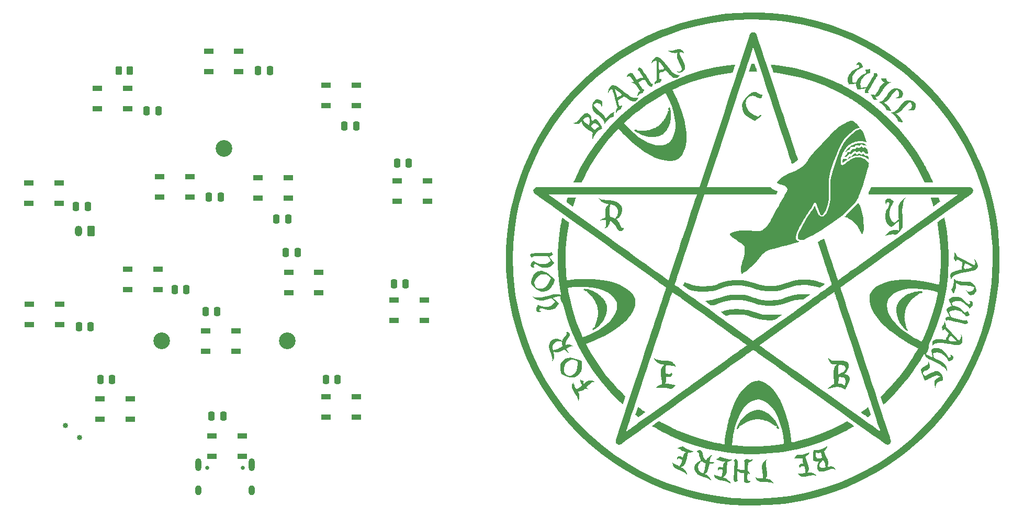
<source format=gbr>
%TF.GenerationSoftware,KiCad,Pcbnew,8.0.8*%
%TF.CreationDate,2025-04-01T18:22:34+02:00*%
%TF.ProjectId,Haibadge_B,48616962-6164-4676-955f-422e6b696361,rev?*%
%TF.SameCoordinates,Original*%
%TF.FileFunction,Soldermask,Top*%
%TF.FilePolarity,Negative*%
%FSLAX46Y46*%
G04 Gerber Fmt 4.6, Leading zero omitted, Abs format (unit mm)*
G04 Created by KiCad (PCBNEW 8.0.8) date 2025-04-01 18:22:34*
%MOMM*%
%LPD*%
G01*
G04 APERTURE LIST*
G04 Aperture macros list*
%AMRoundRect*
0 Rectangle with rounded corners*
0 $1 Rounding radius*
0 $2 $3 $4 $5 $6 $7 $8 $9 X,Y pos of 4 corners*
0 Add a 4 corners polygon primitive as box body*
4,1,4,$2,$3,$4,$5,$6,$7,$8,$9,$2,$3,0*
0 Add four circle primitives for the rounded corners*
1,1,$1+$1,$2,$3*
1,1,$1+$1,$4,$5*
1,1,$1+$1,$6,$7*
1,1,$1+$1,$8,$9*
0 Add four rect primitives between the rounded corners*
20,1,$1+$1,$2,$3,$4,$5,0*
20,1,$1+$1,$4,$5,$6,$7,0*
20,1,$1+$1,$6,$7,$8,$9,0*
20,1,$1+$1,$8,$9,$2,$3,0*%
G04 Aperture macros list end*
%ADD10C,0.000000*%
%ADD11RoundRect,0.250000X-0.250000X-0.475000X0.250000X-0.475000X0.250000X0.475000X-0.250000X0.475000X0*%
%ADD12RoundRect,0.250000X0.262500X0.450000X-0.262500X0.450000X-0.262500X-0.450000X0.262500X-0.450000X0*%
%ADD13R,1.500000X0.900000*%
%ADD14C,2.700000*%
%ADD15RoundRect,0.250000X0.250000X0.475000X-0.250000X0.475000X-0.250000X-0.475000X0.250000X-0.475000X0*%
%ADD16RoundRect,0.250000X0.350000X0.625000X-0.350000X0.625000X-0.350000X-0.625000X0.350000X-0.625000X0*%
%ADD17O,1.200000X1.750000*%
%ADD18C,0.850000*%
%ADD19C,0.650000*%
%ADD20O,1.000000X1.600000*%
%ADD21O,1.000000X2.100000*%
G04 APERTURE END LIST*
D10*
%TO.C,*%
G36*
X225647000Y-108895000D02*
G01*
X225899000Y-108900000D01*
X226096000Y-109491000D01*
X226191000Y-109775000D01*
X226264000Y-109995000D01*
X226302000Y-110110000D01*
X226305000Y-110118000D01*
X226299000Y-110135000D01*
X226249000Y-110145000D01*
X226122000Y-110151000D01*
X225888000Y-110152000D01*
X225645000Y-110153000D01*
X224974000Y-110153000D01*
X225184000Y-109521000D01*
X225395000Y-108889000D01*
X225647000Y-108895000D01*
G37*
G36*
X196851000Y-130578000D02*
G01*
X196951000Y-130584000D01*
X196984000Y-130597000D01*
X196984000Y-130610000D01*
X196928000Y-130768000D01*
X196842000Y-131024000D01*
X196745000Y-131324000D01*
X196655000Y-131613000D01*
X196652000Y-131622000D01*
X196580000Y-131851000D01*
X196529000Y-132002000D01*
X196514000Y-132037000D01*
X196448000Y-131994000D01*
X196283000Y-131880000D01*
X196051000Y-131716000D01*
X195968000Y-131657000D01*
X195434000Y-131276000D01*
X195469000Y-131161000D01*
X195518000Y-131003000D01*
X195579000Y-130810000D01*
X195653000Y-130575000D01*
X196325000Y-130575000D01*
X196653000Y-130575000D01*
X196851000Y-130578000D01*
G37*
G36*
X244485000Y-165119000D02*
G01*
X244580000Y-165408000D01*
X244652000Y-165631000D01*
X244689000Y-165751000D01*
X244691000Y-165761000D01*
X244635000Y-165816000D01*
X244504000Y-165923000D01*
X244352000Y-166040000D01*
X244233000Y-166124000D01*
X244220000Y-166132000D01*
X244150000Y-166094000D01*
X243983000Y-165983000D01*
X243750000Y-165821000D01*
X243669000Y-165763000D01*
X243424000Y-165585000D01*
X243239000Y-165448000D01*
X243144000Y-165373000D01*
X243138000Y-165366000D01*
X243197000Y-165314000D01*
X243352000Y-165193000D01*
X243569000Y-165031000D01*
X243813000Y-164850000D01*
X244023000Y-164695000D01*
X244139000Y-164608000D01*
X244279000Y-164502000D01*
X244485000Y-165119000D01*
G37*
G36*
X254945000Y-130579000D02*
G01*
X255057000Y-130579000D01*
X255722000Y-130585000D01*
X255817000Y-130875000D01*
X255878000Y-131071000D01*
X255911000Y-131190000D01*
X255912000Y-131200000D01*
X255847000Y-131267000D01*
X255651000Y-131419000D01*
X255398000Y-131602000D01*
X255153000Y-131776000D01*
X254965000Y-131910000D01*
X254866000Y-131979000D01*
X254859000Y-131984000D01*
X254816000Y-131924000D01*
X254793000Y-131852000D01*
X254747000Y-131706000D01*
X254669000Y-131459000D01*
X254574000Y-131165000D01*
X254570000Y-131153000D01*
X254483000Y-130882000D01*
X254419000Y-130681000D01*
X254391000Y-130588000D01*
X254391000Y-130586000D01*
X254465000Y-130581000D01*
X254662000Y-130578000D01*
X254945000Y-130579000D01*
G37*
G36*
X207100000Y-164508000D02*
G01*
X207249000Y-164618000D01*
X207327000Y-164678000D01*
X207580000Y-164870000D01*
X207853000Y-165072000D01*
X207906000Y-165111000D01*
X208084000Y-165241000D01*
X208194000Y-165322000D01*
X208211000Y-165334000D01*
X208155000Y-165379000D01*
X208005000Y-165489000D01*
X207796000Y-165639000D01*
X207567000Y-165801000D01*
X207353000Y-165951000D01*
X207193000Y-166061000D01*
X207122000Y-166106000D01*
X207053000Y-166062000D01*
X206910000Y-165956000D01*
X206894000Y-165944000D01*
X206738000Y-165825000D01*
X206646000Y-165756000D01*
X206643000Y-165754000D01*
X206626000Y-165734000D01*
X206628000Y-165684000D01*
X206658000Y-165573000D01*
X206722000Y-165370000D01*
X206813000Y-165095000D01*
X206911000Y-164807000D01*
X206987000Y-164587000D01*
X207031000Y-164473000D01*
X207036000Y-164464000D01*
X207100000Y-164508000D01*
G37*
G36*
X242742000Y-131510000D02*
G01*
X242964000Y-131962000D01*
X243166000Y-132535000D01*
X243336000Y-133192000D01*
X243464000Y-133894000D01*
X243517000Y-134322000D01*
X243546000Y-134675000D01*
X243569000Y-135055000D01*
X243582000Y-135406000D01*
X243583000Y-135672000D01*
X243581000Y-135732000D01*
X243529000Y-136085000D01*
X243433000Y-136358000D01*
X243347000Y-136477000D01*
X243298000Y-136492000D01*
X243264000Y-136457000D01*
X243206000Y-136365000D01*
X243094000Y-136171000D01*
X242950000Y-135913000D01*
X242920000Y-135859000D01*
X242668000Y-135411000D01*
X242460000Y-135076000D01*
X242273000Y-134822000D01*
X242084000Y-134618000D01*
X241881000Y-134441000D01*
X241582000Y-134220000D01*
X241257000Y-134027000D01*
X240846000Y-133826000D01*
X240768000Y-133790000D01*
X240580000Y-133702000D01*
X240476000Y-133646000D01*
X240467000Y-133637000D01*
X240522000Y-133578000D01*
X240673000Y-133423000D01*
X240902000Y-133189000D01*
X241192000Y-132893000D01*
X241527000Y-132554000D01*
X241572000Y-132508000D01*
X242672000Y-131394000D01*
X242742000Y-131510000D01*
G37*
G36*
X243496000Y-121746000D02*
G01*
X243667000Y-121826000D01*
X243870000Y-121952000D01*
X244045000Y-122083000D01*
X244128000Y-122173000D01*
X244143000Y-122238000D01*
X244064000Y-122194000D01*
X244035000Y-122171000D01*
X243919000Y-122083000D01*
X243729000Y-122108000D01*
X243539000Y-122132000D01*
X243428000Y-122051000D01*
X243296000Y-121953000D01*
X243255000Y-121922000D01*
X243192000Y-121875000D01*
X243026000Y-122016000D01*
X242897000Y-122120000D01*
X242840000Y-122157000D01*
X242757000Y-122144000D01*
X242579000Y-122111000D01*
X242551000Y-122106000D01*
X242356000Y-122072000D01*
X242255000Y-122084000D01*
X242183000Y-122164000D01*
X242134000Y-122244000D01*
X242059000Y-122356000D01*
X242037000Y-122382000D01*
X241951000Y-122393000D01*
X241770000Y-122397000D01*
X241755000Y-122397000D01*
X241494000Y-122398000D01*
X241405000Y-122533000D01*
X241294000Y-122710000D01*
X241248000Y-122786000D01*
X241179000Y-122904000D01*
X241055000Y-122891000D01*
X240943000Y-122888000D01*
X240878000Y-122936000D01*
X240870000Y-122944000D01*
X240772000Y-123060000D01*
X240715000Y-123134000D01*
X240633000Y-123237000D01*
X240610000Y-123260000D01*
X240633000Y-123202000D01*
X240665000Y-123144000D01*
X241078000Y-122567000D01*
X241183000Y-122457000D01*
X241509000Y-122175000D01*
X241856000Y-121979000D01*
X242275000Y-121847000D01*
X242657000Y-121776000D01*
X243096000Y-121726000D01*
X243394000Y-121726000D01*
X243496000Y-121746000D01*
G37*
G36*
X227860000Y-173042000D02*
G01*
X227780000Y-173186000D01*
X227747000Y-173344000D01*
X227740000Y-173480000D01*
X227742000Y-173734000D01*
X227766000Y-174025000D01*
X227818000Y-174399000D01*
X227859000Y-174648000D01*
X227907000Y-174966000D01*
X227936000Y-175212000D01*
X227941000Y-175298000D01*
X227886000Y-175668000D01*
X227795000Y-175923000D01*
X227753000Y-176049000D01*
X227805000Y-176086000D01*
X227839000Y-176087000D01*
X227980000Y-176114000D01*
X228181000Y-176176000D01*
X228352000Y-176245000D01*
X228354000Y-176246000D01*
X228655000Y-176451000D01*
X228809000Y-176614000D01*
X228904000Y-176753000D01*
X228968000Y-176866000D01*
X228975000Y-176896000D01*
X228909000Y-176868000D01*
X228818000Y-176825000D01*
X228643000Y-176748000D01*
X228466000Y-176699000D01*
X228242000Y-176672000D01*
X227926000Y-176660000D01*
X227696000Y-176657000D01*
X227224000Y-176647000D01*
X226881000Y-176619000D01*
X226636000Y-176565000D01*
X226458000Y-176476000D01*
X226317000Y-176344000D01*
X226259000Y-176272000D01*
X226170000Y-176138000D01*
X226081000Y-175985000D01*
X226034000Y-175884000D01*
X226033000Y-175877000D01*
X226058000Y-175882000D01*
X226226000Y-175953000D01*
X226518000Y-176013000D01*
X226898000Y-176054000D01*
X227002000Y-176060000D01*
X227255000Y-176074000D01*
X227255000Y-175825000D01*
X227238000Y-175463000D01*
X227181000Y-175031000D01*
X227124000Y-174713000D01*
X227079000Y-174441000D01*
X227056000Y-174234000D01*
X227055000Y-174200000D01*
X227133000Y-173778000D01*
X227363000Y-173401000D01*
X227742000Y-173074000D01*
X227826000Y-173021000D01*
X227906000Y-172972000D01*
X227860000Y-173042000D01*
G37*
G36*
X242281000Y-123491000D02*
G01*
X242411000Y-123589000D01*
X242462000Y-123628000D01*
X242522000Y-123606000D01*
X242613000Y-123523000D01*
X242721000Y-123425000D01*
X242760000Y-123400000D01*
X242837000Y-123438000D01*
X242890000Y-123472000D01*
X243055000Y-123568000D01*
X243103000Y-123592000D01*
X243209000Y-123638000D01*
X243342000Y-123539000D01*
X243475000Y-123439000D01*
X243608000Y-123585000D01*
X243736000Y-123725000D01*
X243801000Y-123797000D01*
X243859000Y-123863000D01*
X244013000Y-123815000D01*
X244166000Y-123766000D01*
X244268000Y-123869000D01*
X244370000Y-123972000D01*
X244370000Y-124200000D01*
X244370000Y-124427000D01*
X244265000Y-124338000D01*
X244089000Y-124204000D01*
X243872000Y-124057000D01*
X243710000Y-123962000D01*
X243405000Y-123841000D01*
X243069000Y-123760000D01*
X242866000Y-123741000D01*
X242686000Y-123755000D01*
X242420000Y-123790000D01*
X242140000Y-123836000D01*
X241915000Y-123881000D01*
X241866000Y-123893000D01*
X241475000Y-124054000D01*
X241028000Y-124332000D01*
X240983000Y-124363000D01*
X240731000Y-124542000D01*
X240491000Y-124707000D01*
X240299000Y-124834000D01*
X240192000Y-124899000D01*
X240182000Y-124903000D01*
X240154000Y-124858000D01*
X240144000Y-124710000D01*
X240157000Y-124513000D01*
X240169000Y-124443000D01*
X240192000Y-124334000D01*
X240302000Y-124308000D01*
X240575000Y-124303000D01*
X240738000Y-124345000D01*
X240863000Y-124385000D01*
X241010000Y-124228000D01*
X241151000Y-124076000D01*
X241234000Y-123985000D01*
X241328000Y-123911000D01*
X241445000Y-123939000D01*
X241474000Y-123953000D01*
X241540000Y-123967000D01*
X241592000Y-123917000D01*
X241811000Y-123672000D01*
X241984000Y-123495000D01*
X242036000Y-123448000D01*
X242126000Y-123375000D01*
X242281000Y-123491000D01*
G37*
G36*
X191559000Y-142459000D02*
G01*
X191712000Y-142478000D01*
X191965000Y-142563000D01*
X192219000Y-142686000D01*
X192233000Y-142694000D01*
X192611000Y-142957000D01*
X193034000Y-143313000D01*
X193363000Y-143627000D01*
X193570000Y-143836000D01*
X193509000Y-144068000D01*
X193357000Y-144525000D01*
X193144000Y-144918000D01*
X193062000Y-145037000D01*
X192685000Y-145434000D01*
X192222000Y-145699000D01*
X192143000Y-145727000D01*
X191782000Y-145798000D01*
X191419000Y-145786000D01*
X191332000Y-145768000D01*
X190978000Y-145642000D01*
X190652000Y-145442000D01*
X190639000Y-145433000D01*
X190381000Y-145211000D01*
X190099000Y-144920000D01*
X189856000Y-144624000D01*
X189842000Y-144605000D01*
X189796000Y-144531000D01*
X189780000Y-144439000D01*
X189780000Y-144401000D01*
X190285000Y-144401000D01*
X190309000Y-144648000D01*
X190455000Y-144999000D01*
X190695000Y-145225000D01*
X190941000Y-145319000D01*
X191168000Y-145337000D01*
X191429000Y-145318000D01*
X191563000Y-145288000D01*
X191944000Y-145097000D01*
X192258000Y-144837000D01*
X192569000Y-144459000D01*
X192807000Y-143986000D01*
X192874000Y-143799000D01*
X192944000Y-143591000D01*
X192789000Y-143444000D01*
X192454000Y-143171000D01*
X192251000Y-143055000D01*
X192153000Y-143013000D01*
X192057000Y-142995000D01*
X191895000Y-142991000D01*
X191813000Y-142992000D01*
X191602000Y-142996000D01*
X191475000Y-143012000D01*
X191364000Y-143047000D01*
X190960000Y-143273000D01*
X190620000Y-143629000D01*
X190367000Y-144086000D01*
X190358000Y-144111000D01*
X190285000Y-144401000D01*
X189780000Y-144401000D01*
X189778000Y-144292000D01*
X189843000Y-143743000D01*
X190045000Y-143258000D01*
X190119000Y-143140000D01*
X190456000Y-142778000D01*
X190878000Y-142539000D01*
X191091000Y-142477000D01*
X191306000Y-142456000D01*
X191559000Y-142459000D01*
G37*
G36*
X248849000Y-112864000D02*
G01*
X249044000Y-112886000D01*
X249228000Y-112942000D01*
X249461000Y-113046000D01*
X249675000Y-113172000D01*
X249800000Y-113322000D01*
X249835000Y-113389000D01*
X249882000Y-113529000D01*
X249898000Y-113702000D01*
X249865000Y-114069000D01*
X249730000Y-114316000D01*
X249534000Y-114436000D01*
X249368000Y-114465000D01*
X249118000Y-114479000D01*
X248862000Y-114475000D01*
X248809000Y-114471000D01*
X248685000Y-114456000D01*
X248669000Y-114447000D01*
X249003000Y-114333000D01*
X249212000Y-114139000D01*
X249263000Y-114026000D01*
X249288000Y-113792000D01*
X249260000Y-113550000D01*
X249253000Y-113526000D01*
X249161000Y-113340000D01*
X249028000Y-113150000D01*
X249019000Y-113140000D01*
X248977000Y-113090000D01*
X248883000Y-113140000D01*
X248703000Y-113275000D01*
X248481000Y-113499000D01*
X248267000Y-113762000D01*
X247973000Y-114162000D01*
X247756000Y-114452000D01*
X247601000Y-114651000D01*
X247492000Y-114779000D01*
X247413000Y-114857000D01*
X247384000Y-114880000D01*
X247038000Y-115072000D01*
X246886000Y-115125000D01*
X246765000Y-115158000D01*
X246832000Y-115196000D01*
X247358000Y-115565000D01*
X247748000Y-116007000D01*
X247964000Y-116411000D01*
X247996000Y-116486000D01*
X247871000Y-116482000D01*
X247704000Y-116474000D01*
X247497000Y-116460000D01*
X247322000Y-116445000D01*
X247241000Y-116436000D01*
X247219000Y-116368000D01*
X247205000Y-116313000D01*
X247061000Y-116015000D01*
X246785000Y-115686000D01*
X246396000Y-115346000D01*
X246159000Y-115174000D01*
X246014000Y-115076000D01*
X246155000Y-115040000D01*
X246546000Y-114866000D01*
X246918000Y-114545000D01*
X247277000Y-114073000D01*
X247475000Y-113736000D01*
X247787000Y-113313000D01*
X248193000Y-113016000D01*
X248228000Y-112998000D01*
X248516000Y-112887000D01*
X248801000Y-112862000D01*
X248849000Y-112864000D01*
G37*
G36*
X196554000Y-156580000D02*
G01*
X196733000Y-156620000D01*
X197020000Y-156698000D01*
X197343000Y-156798000D01*
X197631000Y-156897000D01*
X197777000Y-156954000D01*
X197889000Y-157004000D01*
X197924000Y-157192000D01*
X197983000Y-157642000D01*
X197974000Y-158036000D01*
X197932000Y-158300000D01*
X197876000Y-158524000D01*
X197832000Y-158656000D01*
X197617000Y-159041000D01*
X197310000Y-159377000D01*
X197187000Y-159472000D01*
X196787000Y-159655000D01*
X196320000Y-159721000D01*
X196118000Y-159711000D01*
X195654000Y-159608000D01*
X195264000Y-159462000D01*
X194930000Y-159310000D01*
X194747000Y-159205000D01*
X194714000Y-159175000D01*
X194670000Y-159085000D01*
X194601000Y-158923000D01*
X194565000Y-158803000D01*
X195099000Y-158803000D01*
X195165000Y-158937000D01*
X195308000Y-159144000D01*
X195495000Y-159325000D01*
X195570000Y-159375000D01*
X195900000Y-159461000D01*
X196215000Y-159414000D01*
X196599000Y-159212000D01*
X196914000Y-158866000D01*
X197065000Y-158598000D01*
X197222000Y-158105000D01*
X197268000Y-157558000D01*
X197257000Y-157382000D01*
X197234000Y-157168000D01*
X197205000Y-157061000D01*
X197141000Y-157011000D01*
X197026000Y-156971000D01*
X196584000Y-156855000D01*
X196250000Y-156843000D01*
X196218000Y-156848000D01*
X196056000Y-156900000D01*
X195921000Y-156958000D01*
X195538000Y-157228000D01*
X195263000Y-157614000D01*
X195147000Y-157916000D01*
X195117000Y-158042000D01*
X195103000Y-158185000D01*
X195100000Y-158413000D01*
X195100000Y-158442000D01*
X195099000Y-158803000D01*
X194565000Y-158803000D01*
X194465000Y-158469000D01*
X194441000Y-158042000D01*
X194448000Y-157963000D01*
X194501000Y-157644000D01*
X194601000Y-157375000D01*
X194608000Y-157359000D01*
X194883000Y-156969000D01*
X195274000Y-156677000D01*
X195279000Y-156674000D01*
X195638000Y-156545000D01*
X196052000Y-156514000D01*
X196554000Y-156580000D01*
G37*
G36*
X226063000Y-113447000D02*
G01*
X226230000Y-113502000D01*
X226419000Y-113599000D01*
X226603000Y-113711000D01*
X226892000Y-113870000D01*
X227074000Y-113918000D01*
X227134000Y-113895000D01*
X227153000Y-113904000D01*
X227148000Y-114001000D01*
X227080000Y-114298000D01*
X226995000Y-114429000D01*
X226917000Y-114497000D01*
X226817000Y-114511000D01*
X226781000Y-114511000D01*
X226626000Y-114492000D01*
X226461000Y-114423000D01*
X226262000Y-114301000D01*
X226028000Y-114165000D01*
X225833000Y-114103000D01*
X225669000Y-114086000D01*
X225240000Y-114130000D01*
X224891000Y-114302000D01*
X224641000Y-114590000D01*
X224520000Y-114914000D01*
X224490000Y-115229000D01*
X224513000Y-115555000D01*
X224530000Y-115635000D01*
X224636000Y-115922000D01*
X224800000Y-116240000D01*
X224911000Y-116412000D01*
X225312000Y-116844000D01*
X225842000Y-117213000D01*
X226222000Y-117401000D01*
X226360000Y-117452000D01*
X226407000Y-117459000D01*
X226482000Y-117409000D01*
X226634000Y-117298000D01*
X226676000Y-117266000D01*
X226832000Y-117151000D01*
X226917000Y-117092000D01*
X226923000Y-117090000D01*
X227022000Y-117232000D01*
X227045000Y-117296000D01*
X227034000Y-117317000D01*
X226951000Y-117385000D01*
X226785000Y-117514000D01*
X226571000Y-117676000D01*
X226347000Y-117844000D01*
X226150000Y-117990000D01*
X226017000Y-118086000D01*
X225983000Y-118107000D01*
X225902000Y-118082000D01*
X225730000Y-118021000D01*
X225692000Y-118007000D01*
X225107000Y-117726000D01*
X224612000Y-117353000D01*
X224232000Y-116909000D01*
X224067000Y-116613000D01*
X223918000Y-116146000D01*
X223876000Y-115684000D01*
X223887000Y-115561000D01*
X224016000Y-115084000D01*
X224263000Y-114628000D01*
X224337000Y-114531000D01*
X224592000Y-114252000D01*
X224907000Y-113961000D01*
X225153000Y-113767000D01*
X225487000Y-113552000D01*
X225751000Y-113445000D01*
X225982000Y-113432000D01*
X226063000Y-113447000D01*
G37*
G36*
X213841000Y-106526000D02*
G01*
X213959000Y-106565000D01*
X213995000Y-106582000D01*
X214253000Y-106796000D01*
X214448000Y-107154000D01*
X214449000Y-107156000D01*
X214457000Y-107195000D01*
X214389000Y-107139000D01*
X214387000Y-107137000D01*
X214120000Y-106993000D01*
X213840000Y-106993000D01*
X213763000Y-107009000D01*
X213776000Y-107148000D01*
X213823000Y-107408000D01*
X213924000Y-107682000D01*
X214096000Y-108019000D01*
X214185000Y-108173000D01*
X214421000Y-108596000D01*
X214572000Y-108921000D01*
X214651000Y-109179000D01*
X214669000Y-109365000D01*
X214601000Y-109738000D01*
X214410000Y-110036000D01*
X214117000Y-110228000D01*
X214048000Y-110252000D01*
X213865000Y-110297000D01*
X213732000Y-110298000D01*
X213697000Y-110293000D01*
X213482000Y-110222000D01*
X213359000Y-110125000D01*
X213298000Y-110034000D01*
X213340000Y-110053000D01*
X213358000Y-110067000D01*
X213586000Y-110163000D01*
X213818000Y-110134000D01*
X214006000Y-110002000D01*
X214104000Y-109789000D01*
X214108000Y-109726000D01*
X214052000Y-109425000D01*
X213888000Y-109025000D01*
X213734000Y-108733000D01*
X213514000Y-108317000D01*
X213382000Y-107996000D01*
X213327000Y-107740000D01*
X213323000Y-107658000D01*
X213369000Y-107352000D01*
X213457000Y-107159000D01*
X213505000Y-107083000D01*
X213507000Y-107078000D01*
X213441000Y-107091000D01*
X213322000Y-107120000D01*
X213163000Y-107155000D01*
X213005000Y-107162000D01*
X212886000Y-107159000D01*
X212668000Y-107142000D01*
X212517000Y-107117000D01*
X212209000Y-106982000D01*
X212022000Y-106845000D01*
X211914000Y-106747000D01*
X211984000Y-106761000D01*
X212105000Y-106771000D01*
X212311000Y-106775000D01*
X212345000Y-106775000D01*
X212527000Y-106772000D01*
X212683000Y-106754000D01*
X212863000Y-106712000D01*
X213122000Y-106635000D01*
X213267000Y-106590000D01*
X213464000Y-106535000D01*
X213621000Y-106518000D01*
X213681000Y-106518000D01*
X213841000Y-106526000D01*
G37*
G36*
X228611000Y-109034000D02*
G01*
X228816000Y-109051000D01*
X229108000Y-109081000D01*
X229449000Y-109120000D01*
X229804000Y-109163000D01*
X230135000Y-109207000D01*
X230171000Y-109212000D01*
X232361000Y-109602000D01*
X234498000Y-110138000D01*
X236597000Y-110825000D01*
X238673000Y-111668000D01*
X238889000Y-111766000D01*
X239188000Y-111907000D01*
X239576000Y-112097000D01*
X239999000Y-112309000D01*
X240405000Y-112516000D01*
X240740000Y-112693000D01*
X240843000Y-112749000D01*
X242773000Y-113904000D01*
X244578000Y-115156000D01*
X246244000Y-116493000D01*
X247924000Y-118043000D01*
X249472000Y-119685000D01*
X250892000Y-121421000D01*
X252184000Y-123254000D01*
X253353000Y-125187000D01*
X253363000Y-125204000D01*
X253547000Y-125545000D01*
X253767000Y-125971000D01*
X254005000Y-126445000D01*
X254243000Y-126929000D01*
X254463000Y-127388000D01*
X254646000Y-127783000D01*
X254775000Y-128077000D01*
X254786000Y-128104000D01*
X254757000Y-128117000D01*
X254642000Y-128125000D01*
X254415000Y-128129000D01*
X254101000Y-128129000D01*
X253406000Y-128129000D01*
X253330000Y-127964000D01*
X252312000Y-125954000D01*
X251171000Y-124042000D01*
X249906000Y-122233000D01*
X248520000Y-120528000D01*
X247015000Y-118929000D01*
X245393000Y-117438000D01*
X243759000Y-116135000D01*
X243444000Y-115903000D01*
X243158000Y-115697000D01*
X242836000Y-115472000D01*
X242642000Y-115338000D01*
X242362000Y-115151000D01*
X241999000Y-114918000D01*
X241610000Y-114674000D01*
X241251000Y-114455000D01*
X241194000Y-114421000D01*
X239266000Y-113364000D01*
X237302000Y-112461000D01*
X235290000Y-111707000D01*
X233221000Y-111099000D01*
X232334000Y-110886000D01*
X231102000Y-110635000D01*
X229867000Y-110438000D01*
X229159000Y-110348000D01*
X228949000Y-110323000D01*
X228733000Y-109683000D01*
X228637000Y-109391000D01*
X228565000Y-109167000D01*
X228530000Y-109045000D01*
X228528000Y-109033000D01*
X228611000Y-109034000D01*
G37*
G36*
X247236000Y-111334000D02*
G01*
X247309000Y-111582000D01*
X247498000Y-111771000D01*
X247553000Y-111799000D01*
X247688000Y-111842000D01*
X247861000Y-111882000D01*
X247954000Y-111897000D01*
X247904000Y-111927000D01*
X247794000Y-111984000D01*
X247332000Y-112281000D01*
X246939000Y-112655000D01*
X246855000Y-112761000D01*
X246740000Y-112936000D01*
X246611000Y-113161000D01*
X246597000Y-113188000D01*
X246382000Y-113574000D01*
X246205000Y-113838000D01*
X246047000Y-114007000D01*
X246030000Y-114021000D01*
X245861000Y-114115000D01*
X245619000Y-114203000D01*
X245558000Y-114221000D01*
X245476000Y-114248000D01*
X245473000Y-114251000D01*
X245496000Y-114321000D01*
X245525000Y-114401000D01*
X245605000Y-114553000D01*
X245741000Y-114654000D01*
X245847000Y-114703000D01*
X245984000Y-114761000D01*
X245683000Y-114761000D01*
X245456000Y-114756000D01*
X245321000Y-114738000D01*
X245275000Y-114724000D01*
X245094000Y-114630000D01*
X244998000Y-114473000D01*
X244961000Y-114332000D01*
X244892000Y-114108000D01*
X244780000Y-114000000D01*
X244655000Y-113969000D01*
X244566000Y-113953000D01*
X244601000Y-113936000D01*
X244717000Y-113920000D01*
X244912000Y-113907000D01*
X244914000Y-113906000D01*
X245114000Y-113902000D01*
X245231000Y-113918000D01*
X245264000Y-113929000D01*
X245362000Y-113963000D01*
X245458000Y-113857000D01*
X245649000Y-113610000D01*
X245868000Y-113256000D01*
X246127000Y-112774000D01*
X246160000Y-112708000D01*
X246385000Y-112341000D01*
X246627000Y-112104000D01*
X246809000Y-112006000D01*
X246903000Y-111956000D01*
X246912000Y-111944000D01*
X246850000Y-111891000D01*
X246788000Y-111848000D01*
X246631000Y-111713000D01*
X246583000Y-111658000D01*
X246494000Y-111529000D01*
X246412000Y-111391000D01*
X246376000Y-111309000D01*
X246377000Y-111306000D01*
X246454000Y-111301000D01*
X246643000Y-111295000D01*
X246810000Y-111290000D01*
X247236000Y-111281000D01*
X247236000Y-111334000D01*
G37*
G36*
X251095000Y-114833000D02*
G01*
X251341000Y-114907000D01*
X251548000Y-115019000D01*
X251677000Y-115093000D01*
X251719000Y-115112000D01*
X251849000Y-115222000D01*
X251954000Y-115439000D01*
X251989000Y-115575000D01*
X251990000Y-115870000D01*
X251905000Y-116156000D01*
X251793000Y-116320000D01*
X251641000Y-116423000D01*
X251434000Y-116461000D01*
X251235000Y-116457000D01*
X251001000Y-116438000D01*
X250833000Y-116418000D01*
X250673000Y-116394000D01*
X250820000Y-116369000D01*
X251129000Y-116255000D01*
X251316000Y-116038000D01*
X251380000Y-115761000D01*
X251323000Y-115398000D01*
X251219000Y-115200000D01*
X251124000Y-115090000D01*
X251022000Y-115096000D01*
X250927000Y-115149000D01*
X250758000Y-115275000D01*
X250540000Y-115484000D01*
X250254000Y-115796000D01*
X250117000Y-115952000D01*
X249841000Y-116268000D01*
X249642000Y-116484000D01*
X249494000Y-116626000D01*
X249372000Y-116719000D01*
X249260000Y-116782000D01*
X249053000Y-116866000D01*
X248934000Y-116901000D01*
X248808000Y-116935000D01*
X248779000Y-116947000D01*
X248836000Y-116997000D01*
X248973000Y-117102000D01*
X248985000Y-117111000D01*
X249424000Y-117517000D01*
X249727000Y-117988000D01*
X249824000Y-118227000D01*
X249858000Y-118336000D01*
X249861000Y-118353000D01*
X249849000Y-118365000D01*
X249785000Y-118361000D01*
X249628000Y-118337000D01*
X249466000Y-118309000D01*
X249260000Y-118271000D01*
X249137000Y-118246000D01*
X249124000Y-118241000D01*
X249099000Y-118165000D01*
X249093000Y-118125000D01*
X248998000Y-117850000D01*
X248779000Y-117527000D01*
X248459000Y-117180000D01*
X248156000Y-116913000D01*
X248014000Y-116799000D01*
X248186000Y-116765000D01*
X248516000Y-116654000D01*
X248830000Y-116446000D01*
X248997000Y-116297000D01*
X249256000Y-116015000D01*
X249525000Y-115649000D01*
X249557000Y-115602000D01*
X249899000Y-115200000D01*
X250302000Y-114937000D01*
X250581000Y-114840000D01*
X250878000Y-114805000D01*
X251095000Y-114833000D01*
G37*
G36*
X258264000Y-143775000D02*
G01*
X258606000Y-144005000D01*
X259053000Y-144139000D01*
X259619000Y-144181000D01*
X259692000Y-144180000D01*
X260096000Y-144174000D01*
X260380000Y-144178000D01*
X260583000Y-144198000D01*
X260745000Y-144237000D01*
X260906000Y-144301000D01*
X261001000Y-144346000D01*
X261370000Y-144601000D01*
X261613000Y-144947000D01*
X261694000Y-145196000D01*
X261751000Y-145534000D01*
X261754000Y-145740000D01*
X261747000Y-145769000D01*
X261580000Y-146059000D01*
X261286000Y-146280000D01*
X261159000Y-146336000D01*
X260876000Y-146384000D01*
X260714000Y-146340000D01*
X260566000Y-146237000D01*
X260537000Y-146208000D01*
X260411000Y-146042000D01*
X260259000Y-145809000D01*
X260181000Y-145677000D01*
X260115000Y-145559000D01*
X260234000Y-145655000D01*
X260393000Y-145765000D01*
X260460000Y-145801000D01*
X260722000Y-145840000D01*
X260990000Y-145746000D01*
X261224000Y-145539000D01*
X261336000Y-145358000D01*
X261401000Y-145202000D01*
X261419000Y-145137000D01*
X261430000Y-145064000D01*
X261303000Y-145006000D01*
X261119000Y-144940000D01*
X260887000Y-144891000D01*
X260572000Y-144855000D01*
X260137000Y-144826000D01*
X260082000Y-144823000D01*
X259640000Y-144797000D01*
X259321000Y-144765000D01*
X259089000Y-144719000D01*
X258908000Y-144649000D01*
X258741000Y-144546000D01*
X258618000Y-144453000D01*
X258507000Y-144366000D01*
X258506000Y-144700000D01*
X258501000Y-144948000D01*
X258483000Y-145118000D01*
X258460000Y-145224000D01*
X258248000Y-145789000D01*
X258205000Y-145866000D01*
X258113000Y-146024000D01*
X258054000Y-146071000D01*
X257989000Y-145998000D01*
X257880000Y-145798000D01*
X257877000Y-145793000D01*
X257774000Y-145600000D01*
X257710000Y-145476000D01*
X257702000Y-145456000D01*
X257742000Y-145386000D01*
X257775000Y-145348000D01*
X257942000Y-145075000D01*
X258067000Y-144682000D01*
X258142000Y-144206000D01*
X258158000Y-143834000D01*
X258158000Y-143676000D01*
X258264000Y-143775000D01*
G37*
G36*
X243298000Y-122392000D02*
G01*
X243432000Y-122499000D01*
X243536000Y-122519000D01*
X243664000Y-122483000D01*
X243826000Y-122430000D01*
X243993000Y-122578000D01*
X244120000Y-122691000D01*
X244177000Y-122741000D01*
X244195000Y-122818000D01*
X244221000Y-122989000D01*
X244248000Y-123190000D01*
X244266000Y-123356000D01*
X244269000Y-123402000D01*
X244224000Y-123438000D01*
X244131000Y-123457000D01*
X243995000Y-123477000D01*
X243959000Y-123480000D01*
X243886000Y-123430000D01*
X243748000Y-123305000D01*
X243712000Y-123270000D01*
X243497000Y-123061000D01*
X243347000Y-123160000D01*
X243222000Y-123238000D01*
X243178000Y-123259000D01*
X243105000Y-123220000D01*
X242984000Y-123139000D01*
X242849000Y-123050000D01*
X242792000Y-123019000D01*
X242723000Y-123061000D01*
X242655000Y-123111000D01*
X242524000Y-123207000D01*
X242442000Y-123211000D01*
X242327000Y-123122000D01*
X242313000Y-123110000D01*
X242185000Y-123011000D01*
X242127000Y-122979000D01*
X242048000Y-123024000D01*
X241973000Y-123084000D01*
X241821000Y-123215000D01*
X241665000Y-123348000D01*
X241479000Y-123506000D01*
X241375000Y-123473000D01*
X241273000Y-123443000D01*
X241260000Y-123440000D01*
X241206000Y-123493000D01*
X241080000Y-123628000D01*
X241005000Y-123710000D01*
X240760000Y-123981000D01*
X240568000Y-123981000D01*
X240377000Y-123981000D01*
X240530000Y-123816000D01*
X240694000Y-123625000D01*
X240840000Y-123440000D01*
X240996000Y-123229000D01*
X241167000Y-123235000D01*
X241337000Y-123241000D01*
X241444000Y-123065000D01*
X241559000Y-122885000D01*
X241630000Y-122781000D01*
X241705000Y-122693000D01*
X241768000Y-122686000D01*
X241772000Y-122687000D01*
X241896000Y-122702000D01*
X242015000Y-122711000D01*
X242196000Y-122722000D01*
X242272000Y-122615000D01*
X242363000Y-122488000D01*
X242431000Y-122449000D01*
X242554000Y-122469000D01*
X242630000Y-122487000D01*
X242857000Y-122538000D01*
X243027000Y-122420000D01*
X243198000Y-122302000D01*
X243298000Y-122392000D01*
G37*
G36*
X200873000Y-114696000D02*
G01*
X201119000Y-114852000D01*
X201231000Y-115045000D01*
X201259000Y-115222000D01*
X201252000Y-115479000D01*
X201233000Y-115671000D01*
X201207000Y-115870000D01*
X201188000Y-115946000D01*
X201182000Y-115893000D01*
X201123000Y-115640000D01*
X200982000Y-115418000D01*
X200947000Y-115385000D01*
X200762000Y-115288000D01*
X200501000Y-115266000D01*
X200481000Y-115267000D01*
X200313000Y-115281000D01*
X200188000Y-115324000D01*
X200137000Y-115348000D01*
X199982000Y-115436000D01*
X199922000Y-115478000D01*
X199854000Y-115535000D01*
X199905000Y-115635000D01*
X199994000Y-115777000D01*
X200070000Y-115882000D01*
X200135000Y-115958000D01*
X200223000Y-116048000D01*
X200357000Y-116170000D01*
X200560000Y-116346000D01*
X200853000Y-116595000D01*
X201029000Y-116744000D01*
X201229000Y-116918000D01*
X201391000Y-117068000D01*
X201433000Y-117111000D01*
X201621000Y-117395000D01*
X201738000Y-117715000D01*
X201775000Y-117871000D01*
X201866000Y-117735000D01*
X202251000Y-117266000D01*
X202697000Y-116934000D01*
X203043000Y-116778000D01*
X203191000Y-116725000D01*
X203179000Y-116801000D01*
X203160000Y-116924000D01*
X203130000Y-117133000D01*
X203123000Y-117180000D01*
X203080000Y-117484000D01*
X202961000Y-117507000D01*
X202623000Y-117637000D01*
X202268000Y-117904000D01*
X201881000Y-118315000D01*
X201881000Y-118316000D01*
X201727000Y-118500000D01*
X201651000Y-118586000D01*
X201625000Y-118596000D01*
X201623000Y-118555000D01*
X201623000Y-118545000D01*
X201586000Y-118358000D01*
X201497000Y-118129000D01*
X201446000Y-118033000D01*
X201160000Y-117664000D01*
X200931000Y-117451000D01*
X200782000Y-117330000D01*
X200635000Y-117224000D01*
X200431000Y-117087000D01*
X200356000Y-117039000D01*
X200012000Y-116737000D01*
X199753000Y-116356000D01*
X199618000Y-115954000D01*
X199620000Y-115608000D01*
X199743000Y-115234000D01*
X199845000Y-115038000D01*
X199950000Y-114868000D01*
X200033000Y-114782000D01*
X200060000Y-114763000D01*
X200381000Y-114646000D01*
X200526000Y-114638000D01*
X200873000Y-114696000D01*
G37*
G36*
X223584000Y-148647000D02*
G01*
X223924000Y-148661000D01*
X224119000Y-148678000D01*
X224483000Y-148732000D01*
X224815000Y-148798000D01*
X225164000Y-148890000D01*
X225578000Y-149019000D01*
X225964000Y-149149000D01*
X226470000Y-149314000D01*
X226886000Y-149427000D01*
X227269000Y-149502000D01*
X227673000Y-149550000D01*
X227696000Y-149552000D01*
X227881000Y-149561000D01*
X228184000Y-149567000D01*
X228563000Y-149571000D01*
X228976000Y-149572000D01*
X229382000Y-149570000D01*
X229738000Y-149565000D01*
X230003000Y-149557000D01*
X230051000Y-149555000D01*
X230238000Y-149545000D01*
X230335000Y-149543000D01*
X230338000Y-149544000D01*
X230280000Y-149589000D01*
X230120000Y-149706000D01*
X229885000Y-149874000D01*
X229741000Y-149977000D01*
X229454000Y-150180000D01*
X229268000Y-150307000D01*
X229153000Y-150377000D01*
X229081000Y-150409000D01*
X229034000Y-150418000D01*
X228906000Y-150424000D01*
X228673000Y-150428000D01*
X228392000Y-150430000D01*
X228117000Y-150428000D01*
X227905000Y-150425000D01*
X227836000Y-150422000D01*
X227542000Y-150394000D01*
X227222000Y-150356000D01*
X226964000Y-150318000D01*
X226935000Y-150312000D01*
X226706000Y-150265000D01*
X226477000Y-150207000D01*
X226206000Y-150127000D01*
X225851000Y-150013000D01*
X225582000Y-149924000D01*
X225037000Y-149749000D01*
X224589000Y-149627000D01*
X224186000Y-149550000D01*
X223779000Y-149509000D01*
X223316000Y-149496000D01*
X222968000Y-149499000D01*
X222549000Y-149510000D01*
X222232000Y-149527000D01*
X222095000Y-149540000D01*
X221878000Y-149575000D01*
X221630000Y-149622000D01*
X221416000Y-149667000D01*
X221308000Y-149696000D01*
X221265000Y-149692000D01*
X221180000Y-149646000D01*
X221021000Y-149538000D01*
X220824000Y-149398000D01*
X220604000Y-149239000D01*
X220448000Y-149124000D01*
X220389000Y-149078000D01*
X220464000Y-149052000D01*
X220638000Y-148999000D01*
X220856000Y-148935000D01*
X221063000Y-148876000D01*
X221158000Y-148851000D01*
X221503000Y-148775000D01*
X221923000Y-148704000D01*
X222185000Y-148668000D01*
X222431000Y-148650000D01*
X222783000Y-148641000D01*
X223186000Y-148640000D01*
X223584000Y-148647000D01*
G37*
G36*
X193169000Y-139564000D02*
G01*
X193328000Y-139775000D01*
X193287000Y-139831000D01*
X193072000Y-140007000D01*
X192800000Y-140085000D01*
X192684000Y-140100000D01*
X192664000Y-140106000D01*
X192709000Y-140169000D01*
X192824000Y-140322000D01*
X192952000Y-140490000D01*
X193129000Y-140723000D01*
X193282000Y-140924000D01*
X193351000Y-141015000D01*
X193463000Y-141165000D01*
X193422000Y-141239000D01*
X193338000Y-141355000D01*
X193260000Y-141447000D01*
X192881000Y-141752000D01*
X192421000Y-141920000D01*
X191963000Y-141953000D01*
X191752000Y-141938000D01*
X191590000Y-141901000D01*
X191524000Y-141880000D01*
X190989000Y-141625000D01*
X190836000Y-141521000D01*
X190623000Y-141382000D01*
X190468000Y-141324000D01*
X190386000Y-141317000D01*
X190216000Y-141374000D01*
X190151000Y-141484000D01*
X190150000Y-141667000D01*
X190256000Y-141788000D01*
X190341000Y-141807000D01*
X190423000Y-141807000D01*
X190366000Y-141852000D01*
X190138000Y-141942000D01*
X190003000Y-141936000D01*
X189803000Y-141837000D01*
X189726000Y-141724000D01*
X189662000Y-141457000D01*
X189703000Y-141293000D01*
X189772000Y-141177000D01*
X189881000Y-141016000D01*
X189992000Y-140866000D01*
X190066000Y-140780000D01*
X190074000Y-140775000D01*
X190142000Y-140817000D01*
X190235000Y-140884000D01*
X190639000Y-141124000D01*
X191071000Y-141298000D01*
X191436000Y-141364000D01*
X191835000Y-141363000D01*
X192053000Y-141327000D01*
X192378000Y-141196000D01*
X192683000Y-140995000D01*
X192834000Y-140848000D01*
X192909000Y-140756000D01*
X192662000Y-140425000D01*
X192415000Y-140094000D01*
X191282000Y-140094000D01*
X190149000Y-140094000D01*
X190047000Y-140142000D01*
X189926000Y-140220000D01*
X189904000Y-140242000D01*
X189853000Y-140294000D01*
X189852000Y-140294000D01*
X189801000Y-140238000D01*
X189694000Y-140102000D01*
X189686000Y-140091000D01*
X189532000Y-139888000D01*
X189569000Y-139819000D01*
X189735000Y-139650000D01*
X189799000Y-139615000D01*
X189841000Y-139603000D01*
X189924000Y-139594000D01*
X190070000Y-139588000D01*
X190302000Y-139582000D01*
X190643000Y-139578000D01*
X191114000Y-139574000D01*
X191302000Y-139573000D01*
X192735000Y-139563000D01*
X192831000Y-139515000D01*
X192951000Y-139432000D01*
X192969000Y-139411000D01*
X193011000Y-139354000D01*
X193169000Y-139564000D01*
G37*
G36*
X197969000Y-160176000D02*
G01*
X198254000Y-160312000D01*
X198235000Y-160379000D01*
X198218000Y-160566000D01*
X198236000Y-160667000D01*
X198257000Y-160721000D01*
X198355000Y-160629000D01*
X198584000Y-160454000D01*
X198853000Y-160297000D01*
X198927000Y-160264000D01*
X199054000Y-160221000D01*
X199195000Y-160207000D01*
X199288000Y-160207000D01*
X199605000Y-160234000D01*
X199639000Y-160243000D01*
X199822000Y-160308000D01*
X199985000Y-160388000D01*
X200044000Y-160432000D01*
X200045000Y-160449000D01*
X200022000Y-160437000D01*
X199855000Y-160416000D01*
X199635000Y-160466000D01*
X199567000Y-160495000D01*
X199377000Y-160627000D01*
X199118000Y-160863000D01*
X198835000Y-161160000D01*
X198696000Y-161313000D01*
X198868000Y-161506000D01*
X198980000Y-161637000D01*
X199024000Y-161697000D01*
X199023000Y-161698000D01*
X198949000Y-161665000D01*
X198792000Y-161585000D01*
X198779000Y-161578000D01*
X198551000Y-161459000D01*
X198449000Y-161552000D01*
X198142000Y-161771000D01*
X197794000Y-161929000D01*
X197472000Y-161998000D01*
X197441000Y-161999000D01*
X197357000Y-162004000D01*
X197354000Y-162006000D01*
X197381000Y-162074000D01*
X197411000Y-162141000D01*
X197501000Y-162382000D01*
X197539000Y-162614000D01*
X197543000Y-162810000D01*
X197540000Y-163008000D01*
X197523000Y-163130000D01*
X197480000Y-163258000D01*
X197478000Y-163264000D01*
X197415000Y-163415000D01*
X197385000Y-163474000D01*
X197358000Y-163485000D01*
X197344000Y-163411000D01*
X197256000Y-163040000D01*
X197174000Y-162842000D01*
X197089000Y-162694000D01*
X196947000Y-162468000D01*
X196809000Y-162257000D01*
X196557000Y-161865000D01*
X196397000Y-161565000D01*
X196318000Y-161324000D01*
X196310000Y-161112000D01*
X196364000Y-160896000D01*
X196371000Y-160877000D01*
X196453000Y-160682000D01*
X196502000Y-160586000D01*
X196559000Y-160495000D01*
X196572000Y-160515000D01*
X196572000Y-160528000D01*
X196614000Y-160713000D01*
X196726000Y-160984000D01*
X196757000Y-161047000D01*
X196878000Y-161275000D01*
X196991000Y-161468000D01*
X197070000Y-161580000D01*
X197084000Y-161591000D01*
X197174000Y-161565000D01*
X197337000Y-161482000D01*
X197482000Y-161392000D01*
X197624000Y-161285000D01*
X197803000Y-161137000D01*
X197808000Y-161133000D01*
X198016000Y-160953000D01*
X197948000Y-160860000D01*
X197802000Y-160603000D01*
X197703000Y-160325000D01*
X197678000Y-160118000D01*
X197685000Y-160040000D01*
X197969000Y-160176000D01*
G37*
G36*
X214279000Y-170909000D02*
G01*
X214784000Y-171237000D01*
X215391000Y-171505000D01*
X215922000Y-171660000D01*
X216122000Y-171705000D01*
X216019000Y-171752000D01*
X215775000Y-171829000D01*
X215455000Y-171881000D01*
X215365000Y-171889000D01*
X215169000Y-171903000D01*
X215130000Y-171980000D01*
X215095000Y-172089000D01*
X215035000Y-172314000D01*
X214961000Y-172613000D01*
X214930000Y-172745000D01*
X214849000Y-173087000D01*
X214791000Y-173313000D01*
X214745000Y-173463000D01*
X214699000Y-173576000D01*
X214678000Y-173620000D01*
X214433000Y-173966000D01*
X214148000Y-174161000D01*
X213983000Y-174239000D01*
X214187000Y-174344000D01*
X214362000Y-174445000D01*
X214512000Y-174571000D01*
X214580000Y-174638000D01*
X214822000Y-174939000D01*
X214949000Y-175262000D01*
X214962000Y-175323000D01*
X214984000Y-175459000D01*
X214987000Y-175496000D01*
X214936000Y-175451000D01*
X214860000Y-175371000D01*
X214527000Y-175086000D01*
X214388000Y-175005000D01*
X214252000Y-174944000D01*
X214030000Y-174850000D01*
X213897000Y-174796000D01*
X213437000Y-174597000D01*
X213111000Y-174422000D01*
X212897000Y-174259000D01*
X212780000Y-174109000D01*
X212705000Y-173905000D01*
X212650000Y-173641000D01*
X212639000Y-173550000D01*
X212630000Y-173428000D01*
X212716000Y-173515000D01*
X212894000Y-173657000D01*
X213175000Y-173826000D01*
X213407000Y-173949000D01*
X213717000Y-174108000D01*
X213795000Y-174020000D01*
X213955000Y-173771000D01*
X214093000Y-173400000D01*
X214124000Y-173288000D01*
X214185000Y-173063000D01*
X214031000Y-172973000D01*
X213829000Y-172865000D01*
X213693000Y-172824000D01*
X213639000Y-172821000D01*
X213531000Y-172846000D01*
X213480000Y-172892000D01*
X213417000Y-172947000D01*
X213400000Y-172917000D01*
X213405000Y-172678000D01*
X213549000Y-172504000D01*
X213612000Y-172471000D01*
X213793000Y-172439000D01*
X214007000Y-172506000D01*
X214076000Y-172540000D01*
X214219000Y-172614000D01*
X214276000Y-172641000D01*
X214304000Y-172574000D01*
X214349000Y-172435000D01*
X214456000Y-172145000D01*
X214572000Y-171969000D01*
X214726000Y-171863000D01*
X214738000Y-171858000D01*
X214796000Y-171816000D01*
X214789000Y-171812000D01*
X214698000Y-171784000D01*
X214586000Y-171750000D01*
X214375000Y-171672000D01*
X214215000Y-171600000D01*
X214003000Y-171481000D01*
X213762000Y-171330000D01*
X213571000Y-171195000D01*
X213542000Y-171172000D01*
X213487000Y-171126000D01*
X213662000Y-171061000D01*
X213885000Y-170979000D01*
X214028000Y-170928000D01*
X214219000Y-170860000D01*
X214279000Y-170909000D01*
G37*
G36*
X220454000Y-172570000D02*
G01*
X220569000Y-172622000D01*
X221170000Y-172836000D01*
X221837000Y-172958000D01*
X222255000Y-172982000D01*
X222415000Y-172982000D01*
X222365000Y-173022000D01*
X222122000Y-173160000D01*
X221775000Y-173290000D01*
X221591000Y-173342000D01*
X221511000Y-173380000D01*
X221486000Y-173458000D01*
X221474000Y-173577000D01*
X221460000Y-173813000D01*
X221447000Y-174123000D01*
X221443000Y-174244000D01*
X221426000Y-174669000D01*
X221408000Y-174947000D01*
X221390000Y-175076000D01*
X221248000Y-175443000D01*
X221015000Y-175739000D01*
X220917000Y-175817000D01*
X220839000Y-175881000D01*
X220836000Y-175893000D01*
X220916000Y-175920000D01*
X221008000Y-175946000D01*
X221214000Y-176013000D01*
X221380000Y-176101000D01*
X221486000Y-176171000D01*
X221783000Y-176424000D01*
X221894000Y-176577000D01*
X221957000Y-176705000D01*
X222016000Y-176851000D01*
X222040000Y-176939000D01*
X222038000Y-176942000D01*
X221993000Y-176906000D01*
X221850000Y-176794000D01*
X221637000Y-176674000D01*
X221492000Y-176610000D01*
X221307000Y-176557000D01*
X221048000Y-176497000D01*
X220945000Y-176476000D01*
X220441000Y-176372000D01*
X220071000Y-176272000D01*
X219808000Y-176160000D01*
X219625000Y-176023000D01*
X219498000Y-175844000D01*
X219399000Y-175609000D01*
X219389000Y-175579000D01*
X219348000Y-175439000D01*
X219339000Y-175394000D01*
X219358000Y-175379000D01*
X219384000Y-175402000D01*
X219539000Y-175493000D01*
X219809000Y-175602000D01*
X220155000Y-175712000D01*
X220359000Y-175767000D01*
X220498000Y-175796000D01*
X220545000Y-175783000D01*
X220680000Y-175473000D01*
X220755000Y-175040000D01*
X220766000Y-174856000D01*
X220771000Y-174697000D01*
X220581000Y-174631000D01*
X220305000Y-174565000D01*
X220125000Y-174600000D01*
X220040000Y-174690000D01*
X220004000Y-174750000D01*
X219973000Y-174689000D01*
X219935000Y-174467000D01*
X220048000Y-174273000D01*
X220097000Y-174234000D01*
X220304000Y-174171000D01*
X220598000Y-174217000D01*
X220767000Y-174275000D01*
X220799000Y-174258000D01*
X220802000Y-174201000D01*
X220813000Y-174059000D01*
X220832000Y-173909000D01*
X220899000Y-173636000D01*
X221025000Y-173454000D01*
X221057000Y-173425000D01*
X221153000Y-173342000D01*
X221030000Y-173342000D01*
X220645000Y-173293000D01*
X220199000Y-173158000D01*
X219922000Y-173040000D01*
X219776000Y-172967000D01*
X219722000Y-172933000D01*
X219801000Y-172881000D01*
X219958000Y-172783000D01*
X220141000Y-172672000D01*
X220297000Y-172581000D01*
X220372000Y-172541000D01*
X220373000Y-172540000D01*
X220454000Y-172570000D01*
G37*
G36*
X254047000Y-157183000D02*
G01*
X254100000Y-157277000D01*
X254152000Y-157381000D01*
X254260000Y-157748000D01*
X254218000Y-158072000D01*
X254031000Y-158339000D01*
X253936000Y-158414000D01*
X253811000Y-158484000D01*
X253605000Y-158585000D01*
X253522000Y-158624000D01*
X253281000Y-158740000D01*
X253156000Y-158825000D01*
X253114000Y-158905000D01*
X253116000Y-158968000D01*
X253164000Y-159118000D01*
X253183000Y-159159000D01*
X253285000Y-159307000D01*
X253395000Y-159424000D01*
X253448000Y-159454000D01*
X253530000Y-159420000D01*
X253723000Y-159330000D01*
X253994000Y-159199000D01*
X254188000Y-159103000D01*
X254506000Y-158948000D01*
X254783000Y-158817000D01*
X254978000Y-158730000D01*
X255037000Y-158708000D01*
X255273000Y-158664000D01*
X255364000Y-158662000D01*
X255521000Y-158669000D01*
X255642000Y-158710000D01*
X255698000Y-158737000D01*
X255978000Y-158949000D01*
X256219000Y-159245000D01*
X256314000Y-159383000D01*
X256337000Y-159741000D01*
X256349000Y-159970000D01*
X256348000Y-160084000D01*
X256332000Y-160126000D01*
X256250000Y-160173000D01*
X256069000Y-160262000D01*
X255934000Y-160326000D01*
X255647000Y-160465000D01*
X255467000Y-160574000D01*
X255355000Y-160684000D01*
X255272000Y-160824000D01*
X255262000Y-160842000D01*
X255160000Y-161202000D01*
X255148000Y-161307000D01*
X255142000Y-161367000D01*
X255118000Y-161312000D01*
X255069000Y-161139000D01*
X255026000Y-160879000D01*
X255000000Y-160604000D01*
X254999000Y-160344000D01*
X255044000Y-160175000D01*
X255155000Y-160031000D01*
X255181000Y-160005000D01*
X255402000Y-159831000D01*
X255708000Y-159671000D01*
X255759000Y-159649000D01*
X255903000Y-159582000D01*
X255954000Y-159550000D01*
X255891000Y-159499000D01*
X255752000Y-159433000D01*
X255664000Y-159403000D01*
X255354000Y-159382000D01*
X255088000Y-159441000D01*
X254952000Y-159498000D01*
X254713000Y-159609000D01*
X254409000Y-159756000D01*
X254209000Y-159855000D01*
X253905000Y-160006000D01*
X253663000Y-160124000D01*
X253511000Y-160195000D01*
X253476000Y-160209000D01*
X253438000Y-160131000D01*
X253357000Y-159945000D01*
X253249000Y-159690000D01*
X253131000Y-159407000D01*
X253020000Y-159136000D01*
X252933000Y-158918000D01*
X252890000Y-158806000D01*
X252820000Y-158564000D01*
X252817000Y-158410000D01*
X252840000Y-158345000D01*
X252956000Y-158181000D01*
X253141000Y-158044000D01*
X253418000Y-157911000D01*
X253679000Y-157785000D01*
X253838000Y-157668000D01*
X253888000Y-157612000D01*
X254007000Y-157369000D01*
X254018000Y-157264000D01*
X254025000Y-157171000D01*
X254047000Y-157183000D01*
G37*
G36*
X234352000Y-146226000D02*
G01*
X234635000Y-146233000D01*
X234736000Y-146238000D01*
X234911000Y-146252000D01*
X234326000Y-146667000D01*
X233741000Y-147083000D01*
X233389000Y-147094000D01*
X232498000Y-147189000D01*
X231603000Y-147427000D01*
X231448000Y-147483000D01*
X230874000Y-147687000D01*
X230402000Y-147835000D01*
X229986000Y-147940000D01*
X229581000Y-148014000D01*
X229380000Y-148041000D01*
X229183000Y-148056000D01*
X228879000Y-148069000D01*
X228525000Y-148079000D01*
X228172000Y-148084000D01*
X227876000Y-148083000D01*
X227726000Y-148078000D01*
X227453000Y-148052000D01*
X227128000Y-148011000D01*
X226833000Y-147964000D01*
X226703000Y-147939000D01*
X226508000Y-147894000D01*
X226392000Y-147868000D01*
X226270000Y-147832000D01*
X226051000Y-147761000D01*
X225861000Y-147697000D01*
X225362000Y-147528000D01*
X224979000Y-147404000D01*
X224676000Y-147316000D01*
X224416000Y-147255000D01*
X224166000Y-147212000D01*
X223898000Y-147177000D01*
X223551000Y-147152000D01*
X223119000Y-147141000D01*
X222673000Y-147145000D01*
X222283000Y-147163000D01*
X222145000Y-147176000D01*
X221717000Y-147239000D01*
X221317000Y-147327000D01*
X220885000Y-147455000D01*
X220422000Y-147617000D01*
X219971000Y-147777000D01*
X219609000Y-147891000D01*
X219279000Y-147975000D01*
X219054000Y-148022000D01*
X218915000Y-148045000D01*
X218851000Y-148035000D01*
X218823000Y-148018000D01*
X218662000Y-147907000D01*
X218454000Y-147758000D01*
X218236000Y-147598000D01*
X218045000Y-147455000D01*
X217920000Y-147356000D01*
X217891000Y-147328000D01*
X217972000Y-147312000D01*
X218167000Y-147283000D01*
X218403000Y-147251000D01*
X218749000Y-147200000D01*
X219055000Y-147145000D01*
X219175000Y-147118000D01*
X219471000Y-147035000D01*
X219823000Y-146923000D01*
X220136000Y-146812000D01*
X220201000Y-146787000D01*
X221122000Y-146493000D01*
X222100000Y-146322000D01*
X222265000Y-146306000D01*
X222584000Y-146291000D01*
X222989000Y-146286000D01*
X223409000Y-146292000D01*
X223772000Y-146307000D01*
X223891000Y-146316000D01*
X224267000Y-146360000D01*
X224616000Y-146421000D01*
X224979000Y-146509000D01*
X225396000Y-146636000D01*
X225910000Y-146810000D01*
X226073000Y-146867000D01*
X226657000Y-147048000D01*
X227224000Y-147162000D01*
X227832000Y-147217000D01*
X228505000Y-147223000D01*
X229084000Y-147199000D01*
X229575000Y-147144000D01*
X230040000Y-147046000D01*
X230544000Y-146893000D01*
X230919000Y-146759000D01*
X231505000Y-146554000D01*
X232007000Y-146411000D01*
X232483000Y-146315000D01*
X232992000Y-146253000D01*
X233077000Y-146245000D01*
X233302000Y-146234000D01*
X233628000Y-146227000D01*
X233997000Y-146224000D01*
X234352000Y-146226000D01*
G37*
G36*
X256704000Y-150683000D02*
G01*
X256834000Y-150995000D01*
X256868000Y-151298000D01*
X256859000Y-151361000D01*
X256841000Y-151455000D01*
X257832000Y-152493000D01*
X258158000Y-152835000D01*
X258451000Y-153140000D01*
X258689000Y-153390000D01*
X258855000Y-153562000D01*
X258923000Y-153632000D01*
X259023000Y-153732000D01*
X259120000Y-153627000D01*
X259264000Y-153385000D01*
X259307000Y-153072000D01*
X259302000Y-152882000D01*
X259294000Y-152790000D01*
X259280000Y-152690000D01*
X259318000Y-152760000D01*
X259393000Y-152943000D01*
X259470000Y-153194000D01*
X259513000Y-153374000D01*
X259539000Y-153684000D01*
X259509000Y-153956000D01*
X259483000Y-154033000D01*
X259298000Y-154264000D01*
X258997000Y-154413000D01*
X258632000Y-154463000D01*
X258477000Y-154451000D01*
X258210000Y-154418000D01*
X257878000Y-154371000D01*
X257530000Y-154317000D01*
X257327000Y-154282000D01*
X256790000Y-154195000D01*
X256301000Y-154131000D01*
X255896000Y-154094000D01*
X255610000Y-154087000D01*
X255603000Y-154087000D01*
X255190000Y-154177000D01*
X254826000Y-154380000D01*
X254747000Y-154449000D01*
X254648000Y-154545000D01*
X254654000Y-154259000D01*
X254662000Y-154062000D01*
X254678000Y-153957000D01*
X254716000Y-153874000D01*
X254720000Y-153866000D01*
X254924000Y-153652000D01*
X255232000Y-153520000D01*
X255357000Y-153499000D01*
X255653000Y-153494000D01*
X256099000Y-153528000D01*
X256690000Y-153601000D01*
X256778000Y-153613000D01*
X256870000Y-153626000D01*
X256873000Y-153584000D01*
X257263000Y-153584000D01*
X257352000Y-153730000D01*
X257386000Y-153750000D01*
X257510000Y-153783000D01*
X257722000Y-153822000D01*
X257908000Y-153849000D01*
X258020000Y-153854000D01*
X258226000Y-153858000D01*
X258298000Y-153859000D01*
X258628000Y-153862000D01*
X258479000Y-153707000D01*
X258260000Y-153481000D01*
X258041000Y-153259000D01*
X257852000Y-153069000D01*
X257721000Y-152940000D01*
X257676000Y-152900000D01*
X257622000Y-152956000D01*
X257516000Y-153089000D01*
X257400000Y-153244000D01*
X257315000Y-153366000D01*
X257303000Y-153388000D01*
X257263000Y-153584000D01*
X256873000Y-153584000D01*
X256880000Y-153469000D01*
X256906000Y-153298000D01*
X256983000Y-153146000D01*
X257102000Y-152989000D01*
X257259000Y-152769000D01*
X257315000Y-152610000D01*
X257316000Y-152585000D01*
X257302000Y-152518000D01*
X257239000Y-152429000D01*
X257131000Y-152308000D01*
X256958000Y-152119000D01*
X256812000Y-151960000D01*
X256677000Y-151812000D01*
X256546000Y-151934000D01*
X256415000Y-152053000D01*
X256349000Y-152064000D01*
X256304000Y-151950000D01*
X256270000Y-151819000D01*
X256199000Y-151542000D01*
X256313000Y-151423000D01*
X256543000Y-151069000D01*
X256632000Y-150712000D01*
X256646000Y-150585000D01*
X256704000Y-150683000D01*
G37*
G36*
X210565000Y-107925000D02*
G01*
X210797000Y-108098000D01*
X210915000Y-108224000D01*
X211126000Y-108475000D01*
X211430000Y-108851000D01*
X211830000Y-109355000D01*
X211882000Y-109421000D01*
X212166000Y-109769000D01*
X212439000Y-110083000D01*
X212663000Y-110318000D01*
X212688000Y-110342000D01*
X213076000Y-110605000D01*
X213515000Y-110727000D01*
X213644000Y-110734000D01*
X213791000Y-110734000D01*
X213624000Y-110916000D01*
X213477000Y-111063000D01*
X213370000Y-111149000D01*
X213123000Y-111212000D01*
X212830000Y-111165000D01*
X212635000Y-111073000D01*
X212492000Y-110956000D01*
X212282000Y-110753000D01*
X212043000Y-110503000D01*
X211812000Y-110241000D01*
X211775000Y-110198000D01*
X211538000Y-109912000D01*
X211455000Y-110001000D01*
X211192000Y-110167000D01*
X210991000Y-110214000D01*
X210700000Y-110271000D01*
X210539000Y-110342000D01*
X210461000Y-110394000D01*
X210461000Y-110889000D01*
X210461000Y-111385000D01*
X210646000Y-111379000D01*
X210802000Y-111382000D01*
X210859000Y-111392000D01*
X210860000Y-111437000D01*
X210804000Y-111563000D01*
X210752000Y-111663000D01*
X210618000Y-111916000D01*
X210494000Y-111917000D01*
X210098000Y-111995000D01*
X209766000Y-112204000D01*
X209678000Y-112276000D01*
X209659000Y-112260000D01*
X209681000Y-112159000D01*
X209709000Y-112063000D01*
X209830000Y-111805000D01*
X209992000Y-111606000D01*
X210018000Y-111586000D01*
X210101000Y-111526000D01*
X210090000Y-111285000D01*
X210085000Y-111117000D01*
X210078000Y-110826000D01*
X210070000Y-110451000D01*
X210061000Y-110030000D01*
X210060000Y-109942000D01*
X210051000Y-109518000D01*
X210043000Y-109133000D01*
X210035000Y-108826000D01*
X210029000Y-108634000D01*
X210028000Y-108612000D01*
X210025000Y-108565000D01*
X210395000Y-108565000D01*
X210408000Y-108933000D01*
X210423000Y-109343000D01*
X210434000Y-109618000D01*
X210443000Y-109786000D01*
X210453000Y-109872000D01*
X210466000Y-109902000D01*
X210484000Y-109904000D01*
X210489000Y-109902000D01*
X210590000Y-109884000D01*
X210775000Y-109853000D01*
X210778000Y-109853000D01*
X211054000Y-109791000D01*
X211202000Y-109707000D01*
X211251000Y-109582000D01*
X211252000Y-109554000D01*
X211241000Y-109471000D01*
X211184000Y-109373000D01*
X211114000Y-109280000D01*
X210985000Y-109128000D01*
X210809000Y-108939000D01*
X210629000Y-108757000D01*
X210488000Y-108625000D01*
X210439000Y-108588000D01*
X210395000Y-108565000D01*
X210025000Y-108565000D01*
X210016000Y-108385000D01*
X209883000Y-108393000D01*
X209653000Y-108447000D01*
X209465000Y-108581000D01*
X209270000Y-108780000D01*
X209225000Y-108837000D01*
X209151000Y-108927000D01*
X209151000Y-108883000D01*
X209185000Y-108785000D01*
X209415000Y-108320000D01*
X209648000Y-108024000D01*
X209931000Y-107833000D01*
X210237000Y-107800000D01*
X210565000Y-107925000D01*
G37*
G36*
X234775000Y-171911000D02*
G01*
X234686000Y-172034000D01*
X234588000Y-172149000D01*
X234443000Y-172284000D01*
X234307000Y-172395000D01*
X234178000Y-172495000D01*
X234134000Y-172555000D01*
X234129000Y-172604000D01*
X234158000Y-172725000D01*
X234242000Y-172979000D01*
X234376000Y-173351000D01*
X234379000Y-173360000D01*
X234516000Y-173738000D01*
X234604000Y-174005000D01*
X234651000Y-174198000D01*
X234668000Y-174354000D01*
X234663000Y-174504000D01*
X234595000Y-174848000D01*
X234476000Y-175062000D01*
X234434000Y-175133000D01*
X234434000Y-175137000D01*
X234509000Y-175135000D01*
X234622000Y-175123000D01*
X235084000Y-175136000D01*
X235510000Y-175269000D01*
X235624000Y-175344000D01*
X235769000Y-175459000D01*
X235894000Y-175571000D01*
X235948000Y-175637000D01*
X235947000Y-175640000D01*
X235875000Y-175629000D01*
X235781000Y-175608000D01*
X235518000Y-175560000D01*
X235253000Y-175558000D01*
X234924000Y-175603000D01*
X234744000Y-175638000D01*
X234401000Y-175707000D01*
X234163000Y-175748000D01*
X233980000Y-175770000D01*
X233829000Y-175778000D01*
X233573000Y-175776000D01*
X233486000Y-175761000D01*
X233334000Y-175695000D01*
X233292000Y-175670000D01*
X233168000Y-175568000D01*
X233015000Y-175420000D01*
X232895000Y-175287000D01*
X232869000Y-175250000D01*
X232866000Y-175218000D01*
X232922000Y-175232000D01*
X233067000Y-175249000D01*
X233304000Y-175250000D01*
X233580000Y-175239000D01*
X233843000Y-175218000D01*
X234040000Y-175191000D01*
X234118000Y-175165000D01*
X234137000Y-175081000D01*
X234145000Y-174989000D01*
X234123000Y-174681000D01*
X234017000Y-174290000D01*
X234013000Y-174276000D01*
X233939000Y-174058000D01*
X233713000Y-174069000D01*
X233511000Y-174088000D01*
X233399000Y-174123000D01*
X233268000Y-174255000D01*
X233247000Y-174344000D01*
X233214000Y-174373000D01*
X233140000Y-174298000D01*
X233068000Y-174096000D01*
X233103000Y-173932000D01*
X233227000Y-173779000D01*
X233432000Y-173700000D01*
X233575000Y-173679000D01*
X233729000Y-173662000D01*
X233784000Y-173654000D01*
X233769000Y-173582000D01*
X233725000Y-173415000D01*
X233719000Y-173392000D01*
X233659000Y-173132000D01*
X233656000Y-172958000D01*
X233710000Y-172804000D01*
X233713000Y-172797000D01*
X233779000Y-172667000D01*
X233668000Y-172706000D01*
X233403000Y-172780000D01*
X233095000Y-172821000D01*
X232797000Y-172835000D01*
X232557000Y-172837000D01*
X232390000Y-172832000D01*
X232349000Y-172827000D01*
X232324000Y-172807000D01*
X232348000Y-172750000D01*
X232442000Y-172614000D01*
X232467000Y-172579000D01*
X232595000Y-172403000D01*
X232687000Y-172280000D01*
X232692000Y-172274000D01*
X232752000Y-172198000D01*
X232984000Y-172211000D01*
X233574000Y-172185000D01*
X234213000Y-172053000D01*
X234597000Y-171926000D01*
X234741000Y-171874000D01*
X234793000Y-171859000D01*
X234775000Y-171911000D01*
G37*
G36*
X209674000Y-156604000D02*
G01*
X209875000Y-156717000D01*
X210130000Y-156823000D01*
X210230000Y-156856000D01*
X210398000Y-156894000D01*
X210616000Y-156923000D01*
X210922000Y-156947000D01*
X211333000Y-156969000D01*
X211832000Y-157004000D01*
X212202000Y-157059000D01*
X212474000Y-157138000D01*
X212563000Y-157178000D01*
X212726000Y-157301000D01*
X212892000Y-157481000D01*
X212920000Y-157520000D01*
X212985000Y-157632000D01*
X213068000Y-157791000D01*
X213138000Y-157936000D01*
X213162000Y-158001000D01*
X213096000Y-157978000D01*
X213036000Y-157950000D01*
X212813000Y-157873000D01*
X212494000Y-157799000D01*
X212141000Y-157739000D01*
X211817000Y-157707000D01*
X211784000Y-157705000D01*
X211633000Y-157700000D01*
X211574000Y-157870000D01*
X211538000Y-157980000D01*
X211521000Y-158085000D01*
X211515000Y-158244000D01*
X211514000Y-158442000D01*
X211516000Y-158698000D01*
X211524000Y-158897000D01*
X211529000Y-158954000D01*
X211545000Y-159067000D01*
X211770000Y-159110000D01*
X212089000Y-159151000D01*
X212292000Y-159117000D01*
X212408000Y-159002000D01*
X212434000Y-158941000D01*
X212460000Y-158866000D01*
X212511000Y-158944000D01*
X212595000Y-159188000D01*
X212521000Y-159415000D01*
X212490000Y-159453000D01*
X212283000Y-159602000D01*
X211994000Y-159636000D01*
X211870000Y-159623000D01*
X211707000Y-159597000D01*
X211639000Y-159584000D01*
X211593000Y-159572000D01*
X211593000Y-159969000D01*
X211589000Y-160244000D01*
X211566000Y-160414000D01*
X211511000Y-160533000D01*
X211419000Y-160646000D01*
X211328000Y-160746000D01*
X211741000Y-160747000D01*
X212002000Y-160750000D01*
X212175000Y-160761000D01*
X212334000Y-160787000D01*
X212412000Y-160804000D01*
X212640000Y-160858000D01*
X212872000Y-160920000D01*
X213048000Y-160973000D01*
X213100000Y-160994000D01*
X213057000Y-161051000D01*
X212897000Y-161194000D01*
X212777000Y-161296000D01*
X212582000Y-161456000D01*
X212445000Y-161566000D01*
X212402000Y-161598000D01*
X212314000Y-161587000D01*
X212276000Y-161574000D01*
X211971000Y-161483000D01*
X211570000Y-161403000D01*
X211521000Y-161396000D01*
X211061000Y-161354000D01*
X210540000Y-161353000D01*
X210050000Y-161392000D01*
X209920000Y-161411000D01*
X209850000Y-161423000D01*
X209890000Y-161378000D01*
X210076000Y-161221000D01*
X210349000Y-161049000D01*
X210646000Y-160901000D01*
X210756000Y-160857000D01*
X210861000Y-160810000D01*
X210891000Y-160743000D01*
X210894000Y-160719000D01*
X210893000Y-160593000D01*
X210872000Y-160326000D01*
X210830000Y-159910000D01*
X210812000Y-159748000D01*
X210768000Y-159329000D01*
X210740000Y-159035000D01*
X210730000Y-158828000D01*
X210734000Y-158675000D01*
X210754000Y-158540000D01*
X210774000Y-158444000D01*
X210833000Y-158260000D01*
X210896000Y-158111000D01*
X211003000Y-157922000D01*
X211133000Y-157777000D01*
X211278000Y-157633000D01*
X211105000Y-157610000D01*
X210814000Y-157558000D01*
X210576000Y-157478000D01*
X210397000Y-157396000D01*
X210202000Y-157294000D01*
X210078000Y-157205000D01*
X209980000Y-157111000D01*
X209757000Y-156831000D01*
X209643000Y-156621000D01*
X209619000Y-156565000D01*
X209674000Y-156604000D01*
G37*
G36*
X258282000Y-139460000D02*
G01*
X258384000Y-139556000D01*
X258615000Y-139870000D01*
X258679000Y-140060000D01*
X258702000Y-140164000D01*
X260078000Y-140840000D01*
X260509000Y-141051000D01*
X260888000Y-141236000D01*
X261192000Y-141385000D01*
X261401000Y-141486000D01*
X261489000Y-141528000D01*
X261490000Y-141528000D01*
X261538000Y-141503000D01*
X261575000Y-141434000D01*
X261626000Y-141147000D01*
X261556000Y-140799000D01*
X261483000Y-140627000D01*
X261436000Y-140520000D01*
X261433000Y-140501000D01*
X261485000Y-140545000D01*
X261593000Y-140671000D01*
X261717000Y-140830000D01*
X261800000Y-140949000D01*
X262003000Y-141346000D01*
X262057000Y-141685000D01*
X261961000Y-141972000D01*
X261715000Y-142209000D01*
X261625000Y-142263000D01*
X261522000Y-142317000D01*
X261408000Y-142364000D01*
X261258000Y-142410000D01*
X261048000Y-142461000D01*
X260751000Y-142523000D01*
X260343000Y-142603000D01*
X259892000Y-142689000D01*
X259320000Y-142804000D01*
X258884000Y-142907000D01*
X258562000Y-143004000D01*
X258330000Y-143103000D01*
X258230000Y-143162000D01*
X257988000Y-143366000D01*
X257800000Y-143598000D01*
X257765000Y-143660000D01*
X257710000Y-143765000D01*
X257698000Y-143781000D01*
X257666000Y-143716000D01*
X257609000Y-143566000D01*
X257534000Y-143319000D01*
X257527000Y-143144000D01*
X257558000Y-143031000D01*
X257635000Y-142893000D01*
X257746000Y-142771000D01*
X257888000Y-142651000D01*
X258060000Y-142559000D01*
X258319000Y-142467000D01*
X258409000Y-142440000D01*
X258579000Y-142393000D01*
X258820000Y-142334000D01*
X259078000Y-142273000D01*
X259300000Y-142224000D01*
X259433000Y-142199000D01*
X259445000Y-142198000D01*
X259465000Y-142178000D01*
X259435000Y-142103000D01*
X259411000Y-141963000D01*
X259793000Y-141963000D01*
X259835000Y-142042000D01*
X259971000Y-142123000D01*
X260042000Y-142129000D01*
X260162000Y-142110000D01*
X260183000Y-142107000D01*
X260407000Y-142060000D01*
X260691000Y-141982000D01*
X260959000Y-141894000D01*
X261131000Y-141824000D01*
X261154000Y-141807000D01*
X261137000Y-141782000D01*
X261054000Y-141734000D01*
X260878000Y-141646000D01*
X260584000Y-141505000D01*
X260582000Y-141505000D01*
X260250000Y-141349000D01*
X260048000Y-141261000D01*
X259964000Y-141237000D01*
X259961000Y-141239000D01*
X259930000Y-141323000D01*
X259874000Y-141501000D01*
X259861000Y-141541000D01*
X259795000Y-141804000D01*
X259793000Y-141963000D01*
X259411000Y-141963000D01*
X259391000Y-141845000D01*
X259464000Y-141504000D01*
X259468000Y-141493000D01*
X259535000Y-141229000D01*
X259533000Y-141047000D01*
X259516000Y-141011000D01*
X259440000Y-140962000D01*
X259272000Y-140868000D01*
X259061000Y-140753000D01*
X258857000Y-140646000D01*
X258708000Y-140572000D01*
X258664000Y-140555000D01*
X258623000Y-140615000D01*
X258612000Y-140641000D01*
X258540000Y-140787000D01*
X258513000Y-140832000D01*
X258448000Y-140936000D01*
X258284000Y-140696000D01*
X258120000Y-140455000D01*
X258169000Y-140350000D01*
X258271000Y-139970000D01*
X258256000Y-139585000D01*
X258248000Y-139549000D01*
X258225000Y-139437000D01*
X258226000Y-139419000D01*
X258282000Y-139460000D01*
G37*
G36*
X199081000Y-116993000D02*
G01*
X199306000Y-117235000D01*
X199359000Y-117328000D01*
X199439000Y-117543000D01*
X199513000Y-117821000D01*
X199551000Y-118051000D01*
X199565000Y-118169000D01*
X199570000Y-118189000D01*
X199630000Y-118148000D01*
X199713000Y-118086000D01*
X200021000Y-117909000D01*
X200288000Y-117873000D01*
X200347000Y-117888000D01*
X200510000Y-118008000D01*
X200704000Y-118263000D01*
X200918000Y-118632000D01*
X201138000Y-119094000D01*
X201184000Y-119201000D01*
X201259000Y-119381000D01*
X201115000Y-119438000D01*
X200618000Y-119719000D01*
X200207000Y-120129000D01*
X199894000Y-120652000D01*
X199788000Y-120926000D01*
X199734000Y-121084000D01*
X199710000Y-121151000D01*
X199694000Y-121089000D01*
X199680000Y-121010000D01*
X199642000Y-120681000D01*
X199658000Y-120375000D01*
X199709000Y-120093000D01*
X199704000Y-120063000D01*
X199662000Y-120017000D01*
X199557000Y-119935000D01*
X199366000Y-119800000D01*
X199095000Y-119613000D01*
X198734000Y-119360000D01*
X198482000Y-119171000D01*
X198322000Y-119032000D01*
X199434000Y-119032000D01*
X199471000Y-119061000D01*
X199592000Y-119162000D01*
X199754000Y-119320000D01*
X199895000Y-119472000D01*
X199920000Y-119503000D01*
X199996000Y-119596000D01*
X200011000Y-119612000D01*
X200065000Y-119563000D01*
X200154000Y-119476000D01*
X200452000Y-119251000D01*
X200636000Y-119178000D01*
X200746000Y-119131000D01*
X200751000Y-119114000D01*
X200678000Y-118991000D01*
X200553000Y-118822000D01*
X200434000Y-118684000D01*
X200204000Y-118518000D01*
X199988000Y-118503000D01*
X199913000Y-118533000D01*
X199665000Y-118707000D01*
X199475000Y-118924000D01*
X199452000Y-118964000D01*
X199434000Y-119032000D01*
X198322000Y-119032000D01*
X198311000Y-119022000D01*
X198193000Y-118892000D01*
X198155000Y-118840000D01*
X197981000Y-118471000D01*
X197951000Y-118336000D01*
X197928000Y-118176000D01*
X197833000Y-118290000D01*
X197568000Y-118535000D01*
X197443000Y-118604000D01*
X197327000Y-118647000D01*
X197185000Y-118660000D01*
X197124000Y-118660000D01*
X196960000Y-118654000D01*
X196848000Y-118622000D01*
X196773000Y-118587000D01*
X196632000Y-118513000D01*
X196582000Y-118481000D01*
X196563000Y-118452000D01*
X196599000Y-118459000D01*
X196759000Y-118451000D01*
X196959000Y-118397000D01*
X197008000Y-118376000D01*
X197149000Y-118287000D01*
X197311000Y-118133000D01*
X197488000Y-117925000D01*
X198146000Y-117925000D01*
X198195000Y-118022000D01*
X198334000Y-118205000D01*
X198568000Y-118425000D01*
X198817000Y-118615000D01*
X198981000Y-118727000D01*
X199074000Y-118786000D01*
X199081000Y-118789000D01*
X199116000Y-118729000D01*
X199136000Y-118679000D01*
X199210000Y-118385000D01*
X199235000Y-118069000D01*
X199208000Y-117803000D01*
X199180000Y-117723000D01*
X199020000Y-117559000D01*
X198832000Y-117520000D01*
X198575000Y-117591000D01*
X198300000Y-117781000D01*
X198283000Y-117797000D01*
X198146000Y-117925000D01*
X197488000Y-117925000D01*
X197522000Y-117886000D01*
X197613000Y-117770000D01*
X197923000Y-117395000D01*
X198175000Y-117137000D01*
X198391000Y-116974000D01*
X198532000Y-116906000D01*
X198813000Y-116878000D01*
X199081000Y-116993000D01*
G37*
G36*
X203055000Y-112362000D02*
G01*
X203466000Y-112462000D01*
X203711000Y-112596000D01*
X203839000Y-112687000D01*
X204054000Y-112849000D01*
X204318000Y-113051000D01*
X204418000Y-113130000D01*
X204917000Y-113516000D01*
X205310000Y-113814000D01*
X205617000Y-114035000D01*
X205857000Y-114192000D01*
X206050000Y-114298000D01*
X206216000Y-114365000D01*
X206372000Y-114406000D01*
X206413000Y-114413000D01*
X206803000Y-114430000D01*
X207007000Y-114391000D01*
X207100000Y-114364000D01*
X207108000Y-114362000D01*
X207076000Y-114423000D01*
X206996000Y-114570000D01*
X206992000Y-114577000D01*
X206836000Y-114817000D01*
X206682000Y-114948000D01*
X206564000Y-114993000D01*
X206217000Y-115006000D01*
X206004000Y-114942000D01*
X205779000Y-114825000D01*
X205472000Y-114631000D01*
X205121000Y-114388000D01*
X205032000Y-114322000D01*
X204853000Y-114191000D01*
X204740000Y-114114000D01*
X204721000Y-114103000D01*
X204685000Y-114168000D01*
X204673000Y-114191000D01*
X204472000Y-114418000D01*
X204258000Y-114521000D01*
X204040000Y-114618000D01*
X203872000Y-114739000D01*
X203807000Y-114847000D01*
X203824000Y-114933000D01*
X203866000Y-115119000D01*
X203921000Y-115351000D01*
X203974000Y-115572000D01*
X204010000Y-115711000D01*
X204047000Y-115777000D01*
X204064000Y-115774000D01*
X204176000Y-115740000D01*
X204326000Y-115705000D01*
X204430000Y-115687000D01*
X204440000Y-115688000D01*
X204431000Y-115764000D01*
X204398000Y-115907000D01*
X204344000Y-116124000D01*
X204311000Y-116230000D01*
X204279000Y-116266000D01*
X204230000Y-116275000D01*
X204226000Y-116276000D01*
X204042000Y-116342000D01*
X203831000Y-116462000D01*
X203734000Y-116535000D01*
X203595000Y-116686000D01*
X203550000Y-116746000D01*
X203470000Y-116866000D01*
X203456000Y-116804000D01*
X203459000Y-116577000D01*
X203531000Y-116308000D01*
X203635000Y-116105000D01*
X203707000Y-116004000D01*
X203303000Y-114491000D01*
X203162000Y-113962000D01*
X203056000Y-113569000D01*
X202978000Y-113293000D01*
X202920000Y-113115000D01*
X202896000Y-113064000D01*
X203314000Y-113064000D01*
X203330000Y-113137000D01*
X203377000Y-113321000D01*
X203444000Y-113570000D01*
X203517000Y-113842000D01*
X203586000Y-114091000D01*
X203638000Y-114274000D01*
X203656000Y-114334000D01*
X203726000Y-114324000D01*
X203884000Y-114268000D01*
X204073000Y-114187000D01*
X204161000Y-114145000D01*
X204318000Y-114025000D01*
X204377000Y-113929000D01*
X204361000Y-113798000D01*
X204237000Y-113645000D01*
X203990000Y-113452000D01*
X203897000Y-113389000D01*
X203698000Y-113263000D01*
X203503000Y-113150000D01*
X203360000Y-113077000D01*
X203314000Y-113064000D01*
X202896000Y-113064000D01*
X202874000Y-113018000D01*
X202833000Y-112981000D01*
X202787000Y-112987000D01*
X202731000Y-113017000D01*
X202695000Y-113035000D01*
X202463000Y-113219000D01*
X202264000Y-113514000D01*
X202194000Y-113675000D01*
X202167000Y-113750000D01*
X202165000Y-113680000D01*
X202192000Y-113449000D01*
X202263000Y-113153000D01*
X202357000Y-112876000D01*
X202414000Y-112754000D01*
X202603000Y-112515000D01*
X202760000Y-112406000D01*
X202869000Y-112365000D01*
X202996000Y-112359000D01*
X203055000Y-112362000D01*
G37*
G36*
X234488000Y-143892000D02*
G01*
X235353000Y-143987000D01*
X236040000Y-144143000D01*
X236211000Y-144198000D01*
X236476000Y-144287000D01*
X236777000Y-144392000D01*
X237058000Y-144492000D01*
X237231000Y-144557000D01*
X237243000Y-144576000D01*
X237195000Y-144625000D01*
X237063000Y-144725000D01*
X236882000Y-144854000D01*
X236668000Y-145005000D01*
X236511000Y-145114000D01*
X236453000Y-145151000D01*
X236353000Y-145140000D01*
X236142000Y-145075000D01*
X235243000Y-144839000D01*
X234309000Y-144734000D01*
X233688000Y-144733000D01*
X233174000Y-144761000D01*
X232729000Y-144814000D01*
X232302000Y-144902000D01*
X231839000Y-145036000D01*
X231288000Y-145228000D01*
X231245000Y-145244000D01*
X230585000Y-145464000D01*
X229986000Y-145610000D01*
X229375000Y-145699000D01*
X229029000Y-145727000D01*
X228461000Y-145742000D01*
X227849000Y-145722000D01*
X227270000Y-145670000D01*
X226965000Y-145624000D01*
X226707000Y-145568000D01*
X226383000Y-145479000D01*
X225963000Y-145347000D01*
X225622000Y-145234000D01*
X225077000Y-145059000D01*
X224628000Y-144937000D01*
X224225000Y-144859000D01*
X223815000Y-144816000D01*
X223349000Y-144799000D01*
X223117000Y-144798000D01*
X222480000Y-144814000D01*
X221934000Y-144872000D01*
X221410000Y-144983000D01*
X220840000Y-145160000D01*
X220602000Y-145245000D01*
X219999000Y-145455000D01*
X219485000Y-145603000D01*
X219008000Y-145703000D01*
X218547000Y-145766000D01*
X218363000Y-145777000D01*
X218076000Y-145787000D01*
X217742000Y-145794000D01*
X217419000Y-145798000D01*
X217165000Y-145796000D01*
X217084000Y-145793000D01*
X216263000Y-145699000D01*
X215478000Y-145515000D01*
X215396000Y-145489000D01*
X215285000Y-145448000D01*
X215175000Y-145391000D01*
X215023000Y-145292000D01*
X214787000Y-145125000D01*
X214771000Y-145114000D01*
X214331000Y-144798000D01*
X214453000Y-144555000D01*
X214535000Y-144391000D01*
X214578000Y-144309000D01*
X214579000Y-144307000D01*
X214624000Y-144318000D01*
X214764000Y-144365000D01*
X215019000Y-144453000D01*
X215361000Y-144573000D01*
X216009000Y-144770000D01*
X216635000Y-144889000D01*
X217303000Y-144938000D01*
X217796000Y-144937000D01*
X218376000Y-144911000D01*
X218867000Y-144854000D01*
X219335000Y-144755000D01*
X219844000Y-144602000D01*
X220171000Y-144487000D01*
X220643000Y-144321000D01*
X221014000Y-144202000D01*
X221332000Y-144118000D01*
X221643000Y-144055000D01*
X221706000Y-144044000D01*
X222516000Y-143954000D01*
X223446000Y-143943000D01*
X223511000Y-143945000D01*
X224004000Y-143972000D01*
X224446000Y-144027000D01*
X224891000Y-144119000D01*
X225390000Y-144260000D01*
X225832000Y-144403000D01*
X226247000Y-144540000D01*
X226550000Y-144636000D01*
X226780000Y-144702000D01*
X226978000Y-144748000D01*
X227183000Y-144786000D01*
X227215000Y-144792000D01*
X227728000Y-144857000D01*
X228282000Y-144881000D01*
X228655000Y-144878000D01*
X229189000Y-144855000D01*
X229647000Y-144805000D01*
X230084000Y-144716000D01*
X230554000Y-144579000D01*
X231112000Y-144381000D01*
X231124000Y-144376000D01*
X231863000Y-144131000D01*
X232553000Y-143977000D01*
X233264000Y-143897000D01*
X233519000Y-143885000D01*
X234488000Y-143892000D01*
G37*
G36*
X237690000Y-170817000D02*
G01*
X237623000Y-170972000D01*
X237537000Y-171147000D01*
X237493000Y-171225000D01*
X237371000Y-171395000D01*
X237273000Y-171508000D01*
X237135000Y-171654000D01*
X237448000Y-172369000D01*
X237605000Y-172735000D01*
X237709000Y-172987000D01*
X237770000Y-173159000D01*
X237798000Y-173269000D01*
X237831000Y-173692000D01*
X237736000Y-174058000D01*
X237694000Y-174165000D01*
X237693000Y-174184000D01*
X237769000Y-174161000D01*
X237846000Y-174135000D01*
X238228000Y-174071000D01*
X238563000Y-174157000D01*
X238835000Y-174385000D01*
X238936000Y-174542000D01*
X238987000Y-174646000D01*
X238991000Y-174665000D01*
X238928000Y-174629000D01*
X238909000Y-174616000D01*
X238695000Y-174523000D01*
X238440000Y-174510000D01*
X238271000Y-174530000D01*
X238082000Y-174577000D01*
X237824000Y-174666000D01*
X237619000Y-174743000D01*
X237160000Y-174897000D01*
X236797000Y-174961000D01*
X236698000Y-174964000D01*
X236512000Y-174953000D01*
X236418000Y-174936000D01*
X236189000Y-174784000D01*
X236048000Y-174514000D01*
X236018000Y-174361000D01*
X236019000Y-174214000D01*
X236049000Y-173983000D01*
X236060000Y-173945000D01*
X236375000Y-173945000D01*
X236432000Y-174147000D01*
X236433000Y-174149000D01*
X236565000Y-174278000D01*
X236705000Y-174336000D01*
X236901000Y-174361000D01*
X237148000Y-174333000D01*
X237313000Y-174292000D01*
X237371000Y-174221000D01*
X237376000Y-174152000D01*
X237355000Y-173963000D01*
X237306000Y-173744000D01*
X237287000Y-173683000D01*
X237227000Y-173529000D01*
X237145000Y-173338000D01*
X237067000Y-173165000D01*
X237017000Y-173068000D01*
X237012000Y-173061000D01*
X236929000Y-173114000D01*
X236794000Y-173241000D01*
X236655000Y-173394000D01*
X236648000Y-173403000D01*
X236445000Y-173704000D01*
X236375000Y-173945000D01*
X236060000Y-173945000D01*
X236123000Y-173728000D01*
X236258000Y-173394000D01*
X236286000Y-173331000D01*
X236233000Y-173319000D01*
X236189000Y-173324000D01*
X235843000Y-173335000D01*
X235587000Y-173266000D01*
X235532000Y-173229000D01*
X235417000Y-173057000D01*
X235362000Y-172775000D01*
X235363000Y-172363000D01*
X235368000Y-172294000D01*
X235388000Y-172076000D01*
X235409000Y-171885000D01*
X235768000Y-171885000D01*
X235778000Y-172137000D01*
X235824000Y-172498000D01*
X235933000Y-172727000D01*
X236021000Y-172803000D01*
X236116000Y-172834000D01*
X236264000Y-172840000D01*
X236448000Y-172831000D01*
X236534000Y-172819000D01*
X236687000Y-172769000D01*
X236741000Y-172747000D01*
X236840000Y-172688000D01*
X236844000Y-172663000D01*
X236738000Y-172305000D01*
X236703000Y-172126000D01*
X236676000Y-171959000D01*
X236663000Y-171886000D01*
X236601000Y-171882000D01*
X236532000Y-171901000D01*
X236183000Y-171953000D01*
X235915000Y-171924000D01*
X235768000Y-171885000D01*
X235409000Y-171885000D01*
X235416000Y-171828000D01*
X235445000Y-171604000D01*
X235468000Y-171456000D01*
X235477000Y-171427000D01*
X235550000Y-171433000D01*
X235683000Y-171452000D01*
X236257000Y-171460000D01*
X236819000Y-171315000D01*
X237348000Y-171023000D01*
X237562000Y-170852000D01*
X237673000Y-170762000D01*
X237709000Y-170743000D01*
X237690000Y-170817000D01*
G37*
G36*
X217093000Y-171490000D02*
G01*
X217265000Y-171579000D01*
X217392000Y-171750000D01*
X217496000Y-172035000D01*
X217537000Y-172193000D01*
X217591000Y-172401000D01*
X217637000Y-172543000D01*
X217799000Y-172827000D01*
X217976000Y-173031000D01*
X218076000Y-173121000D01*
X218111000Y-173125000D01*
X218122000Y-173101000D01*
X218305000Y-172761000D01*
X218356000Y-172693000D01*
X218609000Y-172444000D01*
X218869000Y-172333000D01*
X218927000Y-172326000D01*
X219048000Y-172316000D01*
X218986000Y-172357000D01*
X218854000Y-172485000D01*
X218762000Y-172695000D01*
X218694000Y-173025000D01*
X218689000Y-173054000D01*
X218644000Y-173360000D01*
X218786000Y-173393000D01*
X218969000Y-173425000D01*
X219179000Y-173451000D01*
X219429000Y-173475000D01*
X219304000Y-173539000D01*
X219043000Y-173633000D01*
X218726000Y-173693000D01*
X218724000Y-173693000D01*
X218642000Y-173703000D01*
X218599000Y-173739000D01*
X218574000Y-173847000D01*
X218548000Y-174043000D01*
X218485000Y-174353000D01*
X218389000Y-174660000D01*
X218286000Y-174889000D01*
X218279000Y-174900000D01*
X218020000Y-175171000D01*
X217899000Y-175250000D01*
X217814000Y-175307000D01*
X217827000Y-175329000D01*
X218119000Y-175453000D01*
X218313000Y-175561000D01*
X218465000Y-175686000D01*
X218546000Y-175770000D01*
X218671000Y-175925000D01*
X218726000Y-176014000D01*
X218776000Y-176130000D01*
X218837000Y-176286000D01*
X218883000Y-176413000D01*
X218892000Y-176448000D01*
X218839000Y-176399000D01*
X218737000Y-176301000D01*
X218584000Y-176171000D01*
X218416000Y-176084000D01*
X218407000Y-176080000D01*
X218096000Y-175961000D01*
X217728000Y-175836000D01*
X217495000Y-175765000D01*
X217068000Y-175616000D01*
X216745000Y-175432000D01*
X216551000Y-175266000D01*
X216292000Y-174928000D01*
X216182000Y-174556000D01*
X216179000Y-174354000D01*
X216198000Y-174263000D01*
X216774000Y-174263000D01*
X216826000Y-174617000D01*
X216864000Y-174705000D01*
X217026000Y-174932000D01*
X217269000Y-175101000D01*
X217385000Y-175155000D01*
X217520000Y-175207000D01*
X217588000Y-175171000D01*
X217644000Y-175066000D01*
X217727000Y-174859000D01*
X217814000Y-174571000D01*
X217834000Y-174493000D01*
X217879000Y-174300000D01*
X217928000Y-174061000D01*
X217971000Y-173839000D01*
X217995000Y-173694000D01*
X217996000Y-173674000D01*
X217963000Y-173620000D01*
X217881000Y-173582000D01*
X217511000Y-173377000D01*
X217488000Y-173358000D01*
X217387000Y-173290000D01*
X217366000Y-173282000D01*
X217268000Y-173331000D01*
X217128000Y-173443000D01*
X217060000Y-173510000D01*
X216844000Y-173858000D01*
X216774000Y-174263000D01*
X216198000Y-174263000D01*
X216267000Y-173949000D01*
X216469000Y-173607000D01*
X216598000Y-173481000D01*
X216746000Y-173382000D01*
X216953000Y-173264000D01*
X216974000Y-173253000D01*
X217234000Y-173117000D01*
X217193000Y-173060000D01*
X217054000Y-172768000D01*
X216961000Y-172366000D01*
X216955000Y-172320000D01*
X216903000Y-172051000D01*
X216828000Y-171898000D01*
X216812000Y-171880000D01*
X216718000Y-171823000D01*
X216652000Y-171819000D01*
X216559000Y-171805000D01*
X216553000Y-171798000D01*
X216591000Y-171703000D01*
X216666000Y-171581000D01*
X216697000Y-171545000D01*
X216883000Y-171461000D01*
X217093000Y-171490000D01*
G37*
G36*
X195759000Y-152368000D02*
G01*
X195822000Y-152410000D01*
X195970000Y-152620000D01*
X196008000Y-152785000D01*
X196003000Y-152904000D01*
X195949000Y-153037000D01*
X195944000Y-153047000D01*
X195846000Y-153205000D01*
X195700000Y-153403000D01*
X195678000Y-153431000D01*
X195419000Y-153822000D01*
X195301000Y-154190000D01*
X195290000Y-154344000D01*
X195299000Y-154433000D01*
X195325000Y-154434000D01*
X195424000Y-154406000D01*
X195490000Y-154390000D01*
X195729000Y-154368000D01*
X196007000Y-154386000D01*
X196152000Y-154415000D01*
X196345000Y-154511000D01*
X196482000Y-154637000D01*
X196504000Y-154682000D01*
X196480000Y-154673000D01*
X196320000Y-154647000D01*
X196123000Y-154662000D01*
X196055000Y-154681000D01*
X195915000Y-154745000D01*
X195733000Y-154840000D01*
X195563000Y-154937000D01*
X195460000Y-155004000D01*
X195451000Y-155016000D01*
X195486000Y-155107000D01*
X195573000Y-155274000D01*
X195679000Y-155455000D01*
X195729000Y-155533000D01*
X195804000Y-155650000D01*
X195803000Y-155679000D01*
X195788000Y-155676000D01*
X195601000Y-155581000D01*
X195381000Y-155417000D01*
X195244000Y-155288000D01*
X195156000Y-155200000D01*
X195136000Y-155185000D01*
X195066000Y-155220000D01*
X194911000Y-155307000D01*
X194879000Y-155325000D01*
X194432000Y-155542000D01*
X194047000Y-155651000D01*
X193997000Y-155657000D01*
X193725000Y-155637000D01*
X193474000Y-155558000D01*
X193378000Y-155515000D01*
X193366000Y-155512000D01*
X193387000Y-155580000D01*
X193417000Y-155676000D01*
X193490000Y-156015000D01*
X193487000Y-156292000D01*
X193447000Y-156535000D01*
X193365000Y-156736000D01*
X193274000Y-156888000D01*
X193183000Y-157028000D01*
X193151000Y-157055000D01*
X193152000Y-157029000D01*
X193178000Y-156825000D01*
X193175000Y-156679000D01*
X193165000Y-156606000D01*
X193121000Y-156426000D01*
X193036000Y-156146000D01*
X192925000Y-155816000D01*
X192805000Y-155486000D01*
X192789000Y-155445000D01*
X192672000Y-155056000D01*
X192647000Y-154791000D01*
X193206000Y-154791000D01*
X193223000Y-154975000D01*
X193263000Y-155170000D01*
X193299000Y-155270000D01*
X193384000Y-155273000D01*
X193573000Y-155230000D01*
X193632000Y-155213000D01*
X193950000Y-155095000D01*
X194366000Y-154905000D01*
X194498000Y-154839000D01*
X194692000Y-154742000D01*
X194810000Y-154681000D01*
X194826000Y-154672000D01*
X194814000Y-154601000D01*
X194790000Y-154502000D01*
X194749000Y-154288000D01*
X194732000Y-154137000D01*
X194719000Y-153935000D01*
X194608000Y-153895000D01*
X194369000Y-153850000D01*
X194097000Y-153850000D01*
X193976000Y-153872000D01*
X193605000Y-154047000D01*
X193346000Y-154314000D01*
X193217000Y-154649000D01*
X193206000Y-154791000D01*
X192647000Y-154791000D01*
X192638000Y-154694000D01*
X192702000Y-154243000D01*
X192900000Y-153878000D01*
X193227000Y-153606000D01*
X193352000Y-153542000D01*
X193703000Y-153442000D01*
X193857000Y-153434000D01*
X194034000Y-153447000D01*
X194224000Y-153500000D01*
X194489000Y-153611000D01*
X194493000Y-153613000D01*
X194663000Y-153689000D01*
X194752000Y-153727000D01*
X194755000Y-153728000D01*
X194791000Y-153670000D01*
X194808000Y-153627000D01*
X194969000Y-153342000D01*
X195239000Y-153022000D01*
X195419000Y-152814000D01*
X195496000Y-152669000D01*
X195491000Y-152551000D01*
X195421000Y-152444000D01*
X195418000Y-152441000D01*
X195369000Y-152403000D01*
X195445000Y-152377000D01*
X195591000Y-152352000D01*
X195634000Y-152350000D01*
X195759000Y-152368000D01*
G37*
G36*
X250261000Y-130677000D02*
G01*
X250055000Y-131048000D01*
X249908000Y-131567000D01*
X249820000Y-132233000D01*
X249820000Y-132239000D01*
X249806000Y-132551000D01*
X249810000Y-132929000D01*
X249832000Y-133410000D01*
X249853000Y-133731000D01*
X249872000Y-134143000D01*
X249878000Y-134563000D01*
X249870000Y-134946000D01*
X249850000Y-135244000D01*
X249831000Y-135364000D01*
X249726000Y-135688000D01*
X249550000Y-135946000D01*
X249279000Y-136188000D01*
X249080000Y-136342000D01*
X248917000Y-136470000D01*
X248902000Y-136481000D01*
X248779000Y-136569000D01*
X248695000Y-136581000D01*
X248643000Y-136568000D01*
X248522000Y-136547000D01*
X248336000Y-136525000D01*
X247784000Y-136540000D01*
X247228000Y-136702000D01*
X247171000Y-136726000D01*
X247037000Y-136780000D01*
X246996000Y-136790000D01*
X247040000Y-136711000D01*
X247141000Y-136572000D01*
X247193000Y-136509000D01*
X247364000Y-136342000D01*
X247596000Y-136155000D01*
X247815000Y-136007000D01*
X247864000Y-135980000D01*
X248087000Y-135888000D01*
X248328000Y-135844000D01*
X248532000Y-135831000D01*
X248809000Y-135830000D01*
X249020000Y-135854000D01*
X249174000Y-135877000D01*
X249231000Y-135881000D01*
X249249000Y-135790000D01*
X249266000Y-135584000D01*
X249278000Y-135308000D01*
X249287000Y-135008000D01*
X249288000Y-134730000D01*
X249283000Y-134519000D01*
X249274000Y-134437000D01*
X249258000Y-134361000D01*
X248883000Y-134646000D01*
X248634000Y-134837000D01*
X248403000Y-135019000D01*
X248297000Y-135104000D01*
X248138000Y-135232000D01*
X248036000Y-135310000D01*
X248032000Y-135313000D01*
X247978000Y-135349000D01*
X247815000Y-135231000D01*
X247419000Y-134855000D01*
X247159000Y-134391000D01*
X247032000Y-133840000D01*
X247021000Y-133689000D01*
X247032000Y-133292000D01*
X247111000Y-132932000D01*
X247126000Y-132886000D01*
X247233000Y-132610000D01*
X247378000Y-132345000D01*
X247452000Y-132228000D01*
X247658000Y-131859000D01*
X247735000Y-131578000D01*
X247684000Y-131378000D01*
X247648000Y-131337000D01*
X247492000Y-131281000D01*
X247358000Y-131310000D01*
X247226000Y-131448000D01*
X247211000Y-131550000D01*
X247213000Y-131645000D01*
X247173000Y-131596000D01*
X247055000Y-131345000D01*
X247062000Y-131081000D01*
X247177000Y-130879000D01*
X247416000Y-130742000D01*
X247698000Y-130718000D01*
X247863000Y-130767000D01*
X247974000Y-130836000D01*
X248141000Y-130952000D01*
X248313000Y-131078000D01*
X248441000Y-131179000D01*
X248479000Y-131217000D01*
X248436000Y-131282000D01*
X248371000Y-131365000D01*
X248125000Y-131743000D01*
X247911000Y-132193000D01*
X247805000Y-132505000D01*
X247749000Y-132844000D01*
X247741000Y-133232000D01*
X247773000Y-133525000D01*
X247914000Y-133948000D01*
X248021000Y-134156000D01*
X248113000Y-134280000D01*
X248252000Y-134442000D01*
X248387000Y-134582000D01*
X248458000Y-134642000D01*
X248511000Y-134628000D01*
X248636000Y-134544000D01*
X248830000Y-134399000D01*
X249027000Y-134248000D01*
X249165000Y-134143000D01*
X249205000Y-134113000D01*
X249224000Y-134087000D01*
X249228000Y-134019000D01*
X249217000Y-133866000D01*
X249197000Y-133669000D01*
X249168000Y-133320000D01*
X249154000Y-132949000D01*
X249152000Y-132689000D01*
X249152000Y-132392000D01*
X249156000Y-132209000D01*
X249167000Y-132089000D01*
X249189000Y-131986000D01*
X249205000Y-131927000D01*
X249415000Y-131428000D01*
X249740000Y-130998000D01*
X250148000Y-130676000D01*
X250206000Y-130644000D01*
X250347000Y-130570000D01*
X250261000Y-130677000D01*
G37*
G36*
X207262000Y-109480000D02*
G01*
X207471000Y-109546000D01*
X207623000Y-109658000D01*
X207684000Y-109749000D01*
X207811000Y-109944000D01*
X207981000Y-110210000D01*
X208111000Y-110413000D01*
X208334000Y-110764000D01*
X208559000Y-111119000D01*
X208751000Y-111421000D01*
X208817000Y-111526000D01*
X209001000Y-111811000D01*
X209129000Y-111987000D01*
X209225000Y-112084000D01*
X209318000Y-112130000D01*
X209385000Y-112145000D01*
X209453000Y-112180000D01*
X209452000Y-112183000D01*
X209420000Y-112267000D01*
X209358000Y-112425000D01*
X209274000Y-112643000D01*
X209175000Y-112631000D01*
X208940000Y-112545000D01*
X208759000Y-112395000D01*
X208678000Y-112279000D01*
X208546000Y-112078000D01*
X208437000Y-111909000D01*
X208281000Y-111669000D01*
X208176000Y-111537000D01*
X208091000Y-111483000D01*
X207992000Y-111479000D01*
X207948000Y-111484000D01*
X207812000Y-111518000D01*
X207637000Y-111598000D01*
X207378000Y-111748000D01*
X207361000Y-111759000D01*
X207095000Y-111920000D01*
X207161000Y-112023000D01*
X207243000Y-112152000D01*
X207370000Y-112352000D01*
X207424000Y-112437000D01*
X207594000Y-112704000D01*
X207702000Y-112865000D01*
X207771000Y-112952000D01*
X207825000Y-112996000D01*
X207864000Y-113016000D01*
X207996000Y-113057000D01*
X208018000Y-113059000D01*
X208071000Y-113078000D01*
X208066000Y-113094000D01*
X208031000Y-113187000D01*
X207973000Y-113338000D01*
X207900000Y-113523000D01*
X207857000Y-113602000D01*
X207819000Y-113620000D01*
X207809000Y-113620000D01*
X207666000Y-113646000D01*
X207480000Y-113704000D01*
X207431000Y-113723000D01*
X207209000Y-113863000D01*
X207029000Y-114034000D01*
X206954000Y-114125000D01*
X206954000Y-114038000D01*
X207018000Y-113713000D01*
X207182000Y-113411000D01*
X207228000Y-113357000D01*
X207320000Y-113259000D01*
X207170000Y-113024000D01*
X207030000Y-112802000D01*
X206865000Y-112542000D01*
X206822000Y-112475000D01*
X206623000Y-112162000D01*
X206503000Y-112149000D01*
X206229000Y-112059000D01*
X206052000Y-111935000D01*
X205994000Y-111871000D01*
X206002000Y-111868000D01*
X206234000Y-111876000D01*
X206289000Y-111856000D01*
X206383000Y-111812000D01*
X206393000Y-111805000D01*
X206354000Y-111741000D01*
X206254000Y-111582000D01*
X206172000Y-111452000D01*
X206020000Y-111224000D01*
X205897000Y-111060000D01*
X205862000Y-111021000D01*
X205658000Y-110920000D01*
X205412000Y-110966000D01*
X205365000Y-110987000D01*
X205270000Y-111035000D01*
X205270000Y-110920000D01*
X205298000Y-110763000D01*
X205331000Y-110698000D01*
X205497000Y-110516000D01*
X205719000Y-110391000D01*
X205928000Y-110363000D01*
X206030000Y-110394000D01*
X206125000Y-110461000D01*
X206237000Y-110591000D01*
X206389000Y-110810000D01*
X206553000Y-111065000D01*
X206699000Y-111288000D01*
X206807000Y-111445000D01*
X206853000Y-111501000D01*
X206925000Y-111460000D01*
X207039000Y-111388000D01*
X207250000Y-111260000D01*
X207403000Y-111193000D01*
X207465000Y-111176000D01*
X207662000Y-111154000D01*
X207866000Y-111163000D01*
X207912000Y-111173000D01*
X207968000Y-111181000D01*
X207951000Y-111149000D01*
X207896000Y-111063000D01*
X207781000Y-110881000D01*
X207629000Y-110642000D01*
X207625000Y-110634000D01*
X207466000Y-110388000D01*
X207335000Y-110196000D01*
X207260000Y-110099000D01*
X207260000Y-110098000D01*
X207122000Y-110014000D01*
X207083000Y-110000000D01*
X207009000Y-109975000D01*
X206988000Y-109931000D01*
X207022000Y-109821000D01*
X207079000Y-109674000D01*
X207159000Y-109467000D01*
X207262000Y-109480000D01*
G37*
G36*
X200726000Y-130646000D02*
G01*
X200847000Y-130721000D01*
X201013000Y-130810000D01*
X201211000Y-130876000D01*
X201473000Y-130927000D01*
X201828000Y-130967000D01*
X202311000Y-131003000D01*
X202350000Y-131005000D01*
X202643000Y-131027000D01*
X202894000Y-131051000D01*
X203013000Y-131067000D01*
X203543000Y-131220000D01*
X203970000Y-131474000D01*
X204277000Y-131818000D01*
X204348000Y-131947000D01*
X204466000Y-132309000D01*
X204489000Y-132604000D01*
X204419000Y-133074000D01*
X204210000Y-133470000D01*
X204137000Y-133556000D01*
X204019000Y-133674000D01*
X203848000Y-133833000D01*
X203680000Y-133984000D01*
X203570000Y-134074000D01*
X203611000Y-134121000D01*
X203634000Y-134142000D01*
X203834000Y-134381000D01*
X204026000Y-134722000D01*
X204128000Y-134965000D01*
X204275000Y-135279000D01*
X204432000Y-135443000D01*
X204611000Y-135467000D01*
X204652000Y-135456000D01*
X204740000Y-135434000D01*
X204746000Y-135435000D01*
X204741000Y-135512000D01*
X204708000Y-135653000D01*
X204668000Y-135768000D01*
X204584000Y-135878000D01*
X204577000Y-135883000D01*
X204388000Y-135959000D01*
X204151000Y-135971000D01*
X204078000Y-135959000D01*
X203912000Y-135889000D01*
X203764000Y-135754000D01*
X203608000Y-135524000D01*
X203457000Y-135246000D01*
X203229000Y-134862000D01*
X202990000Y-134592000D01*
X202699000Y-134392000D01*
X202671000Y-134377000D01*
X202527000Y-134301000D01*
X202515000Y-134377000D01*
X202405000Y-134791000D01*
X202349000Y-134913000D01*
X202166000Y-135227000D01*
X202035000Y-135372000D01*
X201867000Y-135470000D01*
X201699000Y-135535000D01*
X201644000Y-135549000D01*
X201712000Y-135477000D01*
X201835000Y-135249000D01*
X201876000Y-135035000D01*
X201877000Y-134853000D01*
X201863000Y-134594000D01*
X201839000Y-134341000D01*
X201831000Y-134277000D01*
X201820000Y-134202000D01*
X201603000Y-134202000D01*
X201319000Y-134219000D01*
X201152000Y-134242000D01*
X200964000Y-134273000D01*
X200894000Y-134277000D01*
X200901000Y-134254000D01*
X200913000Y-134240000D01*
X201097000Y-134093000D01*
X201370000Y-133940000D01*
X201628000Y-133831000D01*
X201765000Y-133768000D01*
X201782000Y-133743000D01*
X201775000Y-133650000D01*
X201756000Y-133463000D01*
X201753000Y-133430000D01*
X201726000Y-133065000D01*
X201734000Y-132769000D01*
X202474000Y-132769000D01*
X202476000Y-133094000D01*
X202482000Y-133367000D01*
X202489000Y-133541000D01*
X202491000Y-133564000D01*
X202507000Y-133698000D01*
X202621000Y-133711000D01*
X202991000Y-133792000D01*
X203189000Y-133868000D01*
X203314000Y-133926000D01*
X203350000Y-133940000D01*
X203406000Y-133890000D01*
X203486000Y-133806000D01*
X203716000Y-133447000D01*
X203822000Y-133042000D01*
X203802000Y-132630000D01*
X203658000Y-132251000D01*
X203466000Y-132009000D01*
X203245000Y-131845000D01*
X202976000Y-131742000D01*
X202682000Y-131688000D01*
X202595000Y-131688000D01*
X202560000Y-131751000D01*
X202519000Y-131879000D01*
X202494000Y-132039000D01*
X202480000Y-132268000D01*
X202475000Y-132604000D01*
X202474000Y-132769000D01*
X201734000Y-132769000D01*
X201735000Y-132759000D01*
X201753000Y-132590000D01*
X201842000Y-132206000D01*
X202010000Y-131912000D01*
X202157000Y-131759000D01*
X202247000Y-131674000D01*
X202244000Y-131634000D01*
X202122000Y-131611000D01*
X202009000Y-131596000D01*
X201719000Y-131536000D01*
X201469000Y-131433000D01*
X201193000Y-131274000D01*
X200982000Y-131079000D01*
X200800000Y-130834000D01*
X200699000Y-130679000D01*
X200653000Y-130602000D01*
X200654000Y-130600000D01*
X200726000Y-130646000D01*
G37*
G36*
X237900000Y-156604000D02*
G01*
X237919000Y-156628000D01*
X238152000Y-156827000D01*
X238377000Y-156934000D01*
X238445000Y-156954000D01*
X238528000Y-156968000D01*
X238659000Y-156975000D01*
X238874000Y-156978000D01*
X239209000Y-156979000D01*
X239280000Y-156979000D01*
X239683000Y-156981000D01*
X239965000Y-156986000D01*
X240163000Y-156998000D01*
X240318000Y-157018000D01*
X240466000Y-157049000D01*
X240482000Y-157053000D01*
X240847000Y-157197000D01*
X241076000Y-157421000D01*
X241124000Y-157520000D01*
X241170000Y-157785000D01*
X241148000Y-158075000D01*
X241136000Y-158121000D01*
X241003000Y-158412000D01*
X240772000Y-158751000D01*
X240564000Y-158996000D01*
X240459000Y-159114000D01*
X240422000Y-159161000D01*
X240467000Y-159173000D01*
X240598000Y-159197000D01*
X240791000Y-159253000D01*
X240956000Y-159314000D01*
X240971000Y-159321000D01*
X241220000Y-159508000D01*
X241321000Y-159755000D01*
X241324000Y-159812000D01*
X241289000Y-160059000D01*
X241194000Y-160390000D01*
X241144000Y-160527000D01*
X241077000Y-160685000D01*
X240974000Y-160911000D01*
X240856000Y-161163000D01*
X240742000Y-161399000D01*
X240651000Y-161578000D01*
X240605000Y-161656000D01*
X240604000Y-161657000D01*
X240533000Y-161625000D01*
X240392000Y-161554000D01*
X239846000Y-161335000D01*
X239298000Y-161245000D01*
X238721000Y-161282000D01*
X238089000Y-161448000D01*
X237767000Y-161570000D01*
X237764000Y-161542000D01*
X237859000Y-161427000D01*
X238034000Y-161245000D01*
X238047000Y-161232000D01*
X238438000Y-160915000D01*
X238644000Y-160806000D01*
X238756000Y-160748000D01*
X238779000Y-160697000D01*
X238777000Y-160671000D01*
X239420000Y-160671000D01*
X239482000Y-160676000D01*
X239499000Y-160676000D01*
X239913000Y-160738000D01*
X240289000Y-160903000D01*
X240324000Y-160926000D01*
X240452000Y-161016000D01*
X240507000Y-160852000D01*
X240570000Y-160639000D01*
X240594000Y-160536000D01*
X240629000Y-160176000D01*
X240564000Y-159910000D01*
X240485000Y-159809000D01*
X240312000Y-159723000D01*
X240059000Y-159654000D01*
X239802000Y-159620000D01*
X239681000Y-159624000D01*
X239581000Y-159640000D01*
X239536000Y-159685000D01*
X239520000Y-159806000D01*
X239514000Y-159960000D01*
X239492000Y-160242000D01*
X239461000Y-160466000D01*
X239430000Y-160617000D01*
X239420000Y-160671000D01*
X238777000Y-160671000D01*
X238773000Y-160601000D01*
X238756000Y-160380000D01*
X238731000Y-160069000D01*
X238707000Y-159774000D01*
X238671000Y-159308000D01*
X238650000Y-158966000D01*
X238645000Y-158764000D01*
X238646000Y-158742000D01*
X238724000Y-158327000D01*
X239421000Y-158327000D01*
X239439000Y-158782000D01*
X239441000Y-158812000D01*
X239459000Y-159034000D01*
X239477000Y-159137000D01*
X239507000Y-159161000D01*
X239555000Y-159150000D01*
X239680000Y-159101000D01*
X239811000Y-159039000D01*
X240188000Y-158815000D01*
X240453000Y-158584000D01*
X240554000Y-158439000D01*
X240599000Y-158306000D01*
X240597000Y-158210000D01*
X240499000Y-157953000D01*
X240258000Y-157766000D01*
X239873000Y-157648000D01*
X239842000Y-157642000D01*
X239658000Y-157614000D01*
X239575000Y-157624000D01*
X239534000Y-157686000D01*
X239523000Y-157715000D01*
X239448000Y-157985000D01*
X239421000Y-158327000D01*
X238724000Y-158327000D01*
X238741000Y-158241000D01*
X238955000Y-157838000D01*
X239066000Y-157710000D01*
X239184000Y-157590000D01*
X238966000Y-157590000D01*
X238622000Y-157557000D01*
X238373000Y-157467000D01*
X238135000Y-157285000D01*
X237971000Y-157062000D01*
X237900000Y-156875000D01*
X237848000Y-156672000D01*
X237837000Y-156583000D01*
X237845000Y-156544000D01*
X237900000Y-156604000D01*
G37*
G36*
X224745000Y-172943000D02*
G01*
X225152000Y-173054000D01*
X225494000Y-173029000D01*
X225617000Y-173007000D01*
X225644000Y-173007000D01*
X225608000Y-173066000D01*
X225502000Y-173176000D01*
X225378000Y-173284000D01*
X225338000Y-173313000D01*
X225137000Y-173413000D01*
X224944000Y-173462000D01*
X224929000Y-173462000D01*
X224863000Y-173502000D01*
X224862000Y-173507000D01*
X224854000Y-173604000D01*
X224841000Y-173818000D01*
X224826000Y-174107000D01*
X224823000Y-174169000D01*
X224794000Y-174786000D01*
X224900000Y-174886000D01*
X225077000Y-175147000D01*
X225122000Y-175296000D01*
X225136000Y-175376000D01*
X225078000Y-175324000D01*
X224939000Y-175235000D01*
X224857000Y-175217000D01*
X224774000Y-175203000D01*
X224759000Y-175440000D01*
X224747000Y-175702000D01*
X224742000Y-175939000D01*
X224743000Y-176122000D01*
X224757000Y-176214000D01*
X224795000Y-176283000D01*
X224795000Y-176284000D01*
X224990000Y-176434000D01*
X225115000Y-176469000D01*
X225216000Y-176493000D01*
X225227000Y-176498000D01*
X225198000Y-176559000D01*
X225113000Y-176651000D01*
X225063000Y-176691000D01*
X224805000Y-176772000D01*
X224585000Y-176768000D01*
X224389000Y-176705000D01*
X224293000Y-176620000D01*
X224238000Y-176546000D01*
X224207000Y-176453000D01*
X224195000Y-176304000D01*
X224200000Y-176061000D01*
X224213000Y-175787000D01*
X224227000Y-175501000D01*
X224236000Y-175290000D01*
X224238000Y-175192000D01*
X224238000Y-175189000D01*
X224163000Y-175181000D01*
X223987000Y-175169000D01*
X223945000Y-175167000D01*
X223723000Y-175149000D01*
X223591000Y-175121000D01*
X223547000Y-175105000D01*
X223277000Y-174946000D01*
X223195000Y-174870000D01*
X223132000Y-174803000D01*
X223120000Y-174939000D01*
X223110000Y-175090000D01*
X223096000Y-175340000D01*
X223084000Y-175562000D01*
X223072000Y-175869000D01*
X223076000Y-176060000D01*
X223101000Y-176175000D01*
X223154000Y-176259000D01*
X223179000Y-176288000D01*
X223249000Y-176366000D01*
X223038000Y-176507000D01*
X222885000Y-176605000D01*
X222802000Y-176649000D01*
X222800000Y-176649000D01*
X222718000Y-176593000D01*
X222613000Y-176473000D01*
X222553000Y-176373000D01*
X222534000Y-176307000D01*
X222528000Y-176208000D01*
X222533000Y-176030000D01*
X222543000Y-175830000D01*
X222578000Y-175152000D01*
X222606000Y-174616000D01*
X222627000Y-174205000D01*
X222641000Y-173901000D01*
X222648000Y-173685000D01*
X222651000Y-173542000D01*
X222649000Y-173452000D01*
X222643000Y-173398000D01*
X222636000Y-173370000D01*
X222558000Y-173226000D01*
X222542000Y-173208000D01*
X222494000Y-173131000D01*
X222498000Y-173126000D01*
X222573000Y-173076000D01*
X222715000Y-172983000D01*
X222868000Y-172888000D01*
X222952000Y-172883000D01*
X223033000Y-172969000D01*
X223052000Y-172993000D01*
X223135000Y-173126000D01*
X223175000Y-173282000D01*
X223184000Y-173517000D01*
X223179000Y-173673000D01*
X223168000Y-173943000D01*
X223157000Y-174178000D01*
X223154000Y-174229000D01*
X223141000Y-174424000D01*
X223218000Y-174494000D01*
X223320000Y-174569000D01*
X223457000Y-174620000D01*
X223667000Y-174656000D01*
X223990000Y-174687000D01*
X224094000Y-174695000D01*
X224231000Y-174701000D01*
X224269000Y-174684000D01*
X224269000Y-174677000D01*
X224273000Y-174588000D01*
X224284000Y-174381000D01*
X224299000Y-174102000D01*
X224300000Y-174083000D01*
X224316000Y-173747000D01*
X224316000Y-173533000D01*
X224296000Y-173402000D01*
X224250000Y-173315000D01*
X224205000Y-173264000D01*
X224159000Y-173190000D01*
X224162000Y-173185000D01*
X224237000Y-173136000D01*
X224388000Y-173036000D01*
X224402000Y-173027000D01*
X224620000Y-172883000D01*
X224745000Y-172943000D01*
G37*
G36*
X258878000Y-146662000D02*
G01*
X259331000Y-146818000D01*
X259583000Y-146975000D01*
X259703000Y-147086000D01*
X259876000Y-147262000D01*
X259950000Y-147341000D01*
X260123000Y-147524000D01*
X260263000Y-147662000D01*
X260299000Y-147694000D01*
X260508000Y-147807000D01*
X260684000Y-147808000D01*
X260790000Y-147705000D01*
X260804000Y-147619000D01*
X260737000Y-147447000D01*
X260624000Y-147387000D01*
X260573000Y-147375000D01*
X260634000Y-147348000D01*
X260760000Y-147323000D01*
X260824000Y-147320000D01*
X260973000Y-147337000D01*
X261048000Y-147374000D01*
X261196000Y-147522000D01*
X261240000Y-147712000D01*
X261236000Y-147879000D01*
X261176000Y-148017000D01*
X261034000Y-148170000D01*
X260846000Y-148328000D01*
X260658000Y-148480000D01*
X260606000Y-148410000D01*
X260435000Y-148218000D01*
X260186000Y-147980000D01*
X259912000Y-147745000D01*
X259674000Y-147565000D01*
X259281000Y-147369000D01*
X258848000Y-147295000D01*
X258359000Y-147333000D01*
X258199000Y-147382000D01*
X258031000Y-147458000D01*
X257871000Y-147549000D01*
X257786000Y-147617000D01*
X257785000Y-147620000D01*
X257804000Y-147705000D01*
X257866000Y-147872000D01*
X257867000Y-147875000D01*
X257961000Y-148103000D01*
X258198000Y-148126000D01*
X258740000Y-148255000D01*
X259239000Y-148526000D01*
X259664000Y-148921000D01*
X259800000Y-149100000D01*
X259888000Y-149188000D01*
X259914000Y-149193000D01*
X260054000Y-149146000D01*
X260289000Y-149018000D01*
X260392000Y-148961000D01*
X260411000Y-148955000D01*
X260445000Y-149029000D01*
X260512000Y-149190000D01*
X260589000Y-149381000D01*
X260653000Y-149544000D01*
X260680000Y-149622000D01*
X260680000Y-149623000D01*
X260563000Y-149687000D01*
X260380000Y-149760000D01*
X260217000Y-149808000D01*
X260177000Y-149814000D01*
X260103000Y-149788000D01*
X260053000Y-149719000D01*
X259918000Y-149552000D01*
X259717000Y-149352000D01*
X259513000Y-149182000D01*
X259474000Y-149154000D01*
X259045000Y-148928000D01*
X258830000Y-148859000D01*
X258645000Y-148818000D01*
X258449000Y-148804000D01*
X258369000Y-148803000D01*
X258090000Y-148816000D01*
X257870000Y-148867000D01*
X257770000Y-148906000D01*
X257619000Y-148981000D01*
X257473000Y-149069000D01*
X257398000Y-149131000D01*
X257397000Y-149135000D01*
X257425000Y-149212000D01*
X257494000Y-149383000D01*
X257583000Y-149597000D01*
X257669000Y-149799000D01*
X257730000Y-149938000D01*
X257746000Y-149969000D01*
X257828000Y-149996000D01*
X258032000Y-150050000D01*
X258322000Y-150123000D01*
X258665000Y-150207000D01*
X259024000Y-150293000D01*
X259366000Y-150373000D01*
X259655000Y-150439000D01*
X259857000Y-150482000D01*
X259934000Y-150495000D01*
X260132000Y-150444000D01*
X260223000Y-150401000D01*
X260232000Y-150399000D01*
X260262000Y-150469000D01*
X260328000Y-150629000D01*
X260333000Y-150641000D01*
X260398000Y-150806000D01*
X260413000Y-150879000D01*
X260393000Y-150916000D01*
X260256000Y-151007000D01*
X260083000Y-151069000D01*
X260034000Y-151075000D01*
X259932000Y-151055000D01*
X259703000Y-151003000D01*
X259373000Y-150924000D01*
X258971000Y-150825000D01*
X258649000Y-150745000D01*
X258087000Y-150604000D01*
X257671000Y-150504000D01*
X257394000Y-150442000D01*
X257249000Y-150417000D01*
X257235000Y-150416000D01*
X257040000Y-150459000D01*
X257027000Y-150466000D01*
X256937000Y-150509000D01*
X256927000Y-150511000D01*
X256898000Y-150442000D01*
X256832000Y-150282000D01*
X256827000Y-150269000D01*
X256759000Y-150097000D01*
X256761000Y-150012000D01*
X256847000Y-149954000D01*
X256910000Y-149922000D01*
X257186000Y-149857000D01*
X257480000Y-149906000D01*
X257474000Y-149855000D01*
X257401000Y-149679000D01*
X257299000Y-149459000D01*
X257172000Y-149186000D01*
X257062000Y-148949000D01*
X257007000Y-148826000D01*
X256929000Y-148650000D01*
X256998000Y-148579000D01*
X257302000Y-148338000D01*
X257645000Y-148181000D01*
X257654000Y-148178000D01*
X257775000Y-148145000D01*
X257724000Y-148032000D01*
X257616000Y-147788000D01*
X257505000Y-147529000D01*
X257410000Y-147300000D01*
X257350000Y-147145000D01*
X257337000Y-147105000D01*
X257401000Y-147016000D01*
X257559000Y-146895000D01*
X257762000Y-146775000D01*
X257940000Y-146697000D01*
X258394000Y-146618000D01*
X258878000Y-146662000D01*
G37*
G36*
X222743000Y-109114000D02*
G01*
X222683000Y-109304000D01*
X222594000Y-109575000D01*
X222556000Y-109689000D01*
X222343000Y-110331000D01*
X222259000Y-110342000D01*
X222135000Y-110358000D01*
X221914000Y-110386000D01*
X221774000Y-110404000D01*
X219680000Y-110749000D01*
X217605000Y-111244000D01*
X215576000Y-111881000D01*
X213616000Y-112655000D01*
X213523000Y-112696000D01*
X213203000Y-112839000D01*
X212925000Y-112965000D01*
X212723000Y-113060000D01*
X212631000Y-113107000D01*
X212629000Y-113108000D01*
X212658000Y-113177000D01*
X212743000Y-113341000D01*
X212802000Y-113453000D01*
X213143000Y-114128000D01*
X213347000Y-114602000D01*
X213429000Y-114810000D01*
X213546000Y-115107000D01*
X213675000Y-115431000D01*
X213688000Y-115464000D01*
X213945000Y-116146000D01*
X214190000Y-116860000D01*
X214399000Y-117541000D01*
X214510000Y-117949000D01*
X214739000Y-119033000D01*
X214861000Y-120072000D01*
X214884000Y-120594000D01*
X214870000Y-121363000D01*
X214786000Y-122041000D01*
X214625000Y-122684000D01*
X214588000Y-122799000D01*
X214417000Y-123216000D01*
X214194000Y-123623000D01*
X213959000Y-123952000D01*
X213927000Y-123989000D01*
X213516000Y-124319000D01*
X212997000Y-124535000D01*
X212377000Y-124635000D01*
X212142000Y-124642000D01*
X211384000Y-124586000D01*
X210613000Y-124411000D01*
X209800000Y-124110000D01*
X209369000Y-123910000D01*
X208155000Y-123226000D01*
X206995000Y-122391000D01*
X206292000Y-121788000D01*
X205972000Y-121488000D01*
X205605000Y-121135000D01*
X205220000Y-120756000D01*
X204845000Y-120379000D01*
X204509000Y-120033000D01*
X204239000Y-119746000D01*
X204088000Y-119576000D01*
X203969000Y-119440000D01*
X203908000Y-119378000D01*
X203907000Y-119378000D01*
X203839000Y-119440000D01*
X203689000Y-119597000D01*
X203480000Y-119823000D01*
X203235000Y-120091000D01*
X202978000Y-120376000D01*
X202733000Y-120653000D01*
X202523000Y-120895000D01*
X202481000Y-120945000D01*
X201425000Y-122270000D01*
X200422000Y-123682000D01*
X199516000Y-125118000D01*
X199343000Y-125414000D01*
X199045000Y-125949000D01*
X198734000Y-126532000D01*
X198439000Y-127110000D01*
X198185000Y-127631000D01*
X198071000Y-127879000D01*
X197964000Y-128119000D01*
X197278000Y-128125000D01*
X196969000Y-128125000D01*
X196733000Y-128122000D01*
X196605000Y-128116000D01*
X196592000Y-128113000D01*
X196622000Y-128036000D01*
X196696000Y-127860000D01*
X196750000Y-127737000D01*
X197702000Y-125767000D01*
X198798000Y-123862000D01*
X200028000Y-122031000D01*
X201385000Y-120285000D01*
X202861000Y-118635000D01*
X202979000Y-118520000D01*
X204764000Y-118520000D01*
X204939000Y-118720000D01*
X205659000Y-119488000D01*
X206411000Y-120185000D01*
X207172000Y-120793000D01*
X207918000Y-121292000D01*
X208624000Y-121663000D01*
X208637000Y-121669000D01*
X209188000Y-121881000D01*
X209714000Y-122030000D01*
X209960000Y-122076000D01*
X210111000Y-122097000D01*
X210160000Y-122104000D01*
X210324000Y-122114000D01*
X210561000Y-122112000D01*
X210783000Y-122102000D01*
X210842000Y-122097000D01*
X211384000Y-121986000D01*
X211830000Y-121803000D01*
X212068000Y-121638000D01*
X212334000Y-121349000D01*
X212588000Y-120981000D01*
X212706000Y-120764000D01*
X212953000Y-120093000D01*
X213076000Y-119332000D01*
X213079000Y-118477000D01*
X212974000Y-117608000D01*
X212778000Y-116726000D01*
X212484000Y-115790000D01*
X212114000Y-114855000D01*
X211698000Y-113996000D01*
X211517000Y-113660000D01*
X211365000Y-113743000D01*
X209860000Y-114612000D01*
X208470000Y-115513000D01*
X207151000Y-116478000D01*
X206733000Y-116807000D01*
X206311000Y-117150000D01*
X205923000Y-117478000D01*
X205523000Y-117829000D01*
X205068000Y-118241000D01*
X204902000Y-118393000D01*
X204764000Y-118520000D01*
X202979000Y-118520000D01*
X204448000Y-117090000D01*
X206137000Y-115660000D01*
X206172000Y-115633000D01*
X207974000Y-114316000D01*
X209845000Y-113137000D01*
X211775000Y-112104000D01*
X213106000Y-111491000D01*
X215168000Y-110683000D01*
X217257000Y-110030000D01*
X219390000Y-109525000D01*
X221586000Y-109164000D01*
X221604000Y-109161000D01*
X221902000Y-109124000D01*
X222209000Y-109090000D01*
X222482000Y-109061000D01*
X222680000Y-109043000D01*
X222762000Y-109040000D01*
X222743000Y-109114000D01*
G37*
G36*
X252996000Y-145759000D02*
G01*
X253077000Y-145811000D01*
X253088000Y-145874000D01*
X253049000Y-145972000D01*
X252927000Y-146045000D01*
X252719000Y-146084000D01*
X252603000Y-146032000D01*
X252547000Y-145979000D01*
X252547000Y-146027000D01*
X252488000Y-146158000D01*
X252367000Y-146256000D01*
X252322000Y-146266000D01*
X252286000Y-146293000D01*
X252225000Y-146375000D01*
X252092000Y-146468000D01*
X251981000Y-146515000D01*
X251926000Y-146556000D01*
X251870000Y-146619000D01*
X251744000Y-146722000D01*
X251613000Y-146814000D01*
X251545000Y-146848000D01*
X251497000Y-146896000D01*
X251429000Y-146990000D01*
X251307000Y-147102000D01*
X251213000Y-147161000D01*
X251164000Y-147222000D01*
X251119000Y-147312000D01*
X251021000Y-147449000D01*
X250924000Y-147559000D01*
X250893000Y-147582000D01*
X250855000Y-147641000D01*
X250803000Y-147745000D01*
X250712000Y-147890000D01*
X250638000Y-147986000D01*
X250636000Y-147987000D01*
X250596000Y-148057000D01*
X250553000Y-148166000D01*
X250481000Y-148323000D01*
X250435000Y-148411000D01*
X250393000Y-148526000D01*
X250376000Y-148593000D01*
X250329000Y-148756000D01*
X250311000Y-148804000D01*
X250281000Y-148918000D01*
X250281000Y-148928000D01*
X250272000Y-149050000D01*
X250244000Y-149211000D01*
X250218000Y-149300000D01*
X250202000Y-149398000D01*
X250192000Y-149566000D01*
X250176000Y-149777000D01*
X250156000Y-149841000D01*
X250146000Y-149911000D01*
X250154000Y-149924000D01*
X250177000Y-150028000D01*
X250182000Y-150190000D01*
X250167000Y-150307000D01*
X250164000Y-150313000D01*
X250182000Y-150403000D01*
X250222000Y-150529000D01*
X250253000Y-150705000D01*
X250258000Y-150831000D01*
X250257000Y-150834000D01*
X250273000Y-150911000D01*
X250327000Y-151046000D01*
X250357000Y-151208000D01*
X250356000Y-151248000D01*
X250374000Y-151338000D01*
X250428000Y-151465000D01*
X250415000Y-151596000D01*
X250387000Y-151678000D01*
X250440000Y-151678000D01*
X250543000Y-151723000D01*
X250646000Y-151883000D01*
X250652000Y-151893000D01*
X250712000Y-152068000D01*
X250666000Y-152157000D01*
X250662000Y-152159000D01*
X250576000Y-152172000D01*
X250483000Y-152116000D01*
X250351000Y-152004000D01*
X250167000Y-151827000D01*
X249985000Y-151640000D01*
X249903000Y-151549000D01*
X249816000Y-151426000D01*
X249801000Y-151385000D01*
X249761000Y-151327000D01*
X249689000Y-151257000D01*
X249591000Y-151122000D01*
X249518000Y-150995000D01*
X249511000Y-150976000D01*
X249458000Y-150890000D01*
X249387000Y-150784000D01*
X249312000Y-150632000D01*
X249280000Y-150529000D01*
X249241000Y-150446000D01*
X249183000Y-150348000D01*
X249113000Y-150182000D01*
X249065000Y-150034000D01*
X249060000Y-149999000D01*
X249031000Y-149908000D01*
X248982000Y-149779000D01*
X248939000Y-149593000D01*
X248925000Y-149455000D01*
X248925000Y-149453000D01*
X248902000Y-149335000D01*
X248877000Y-149220000D01*
X248862000Y-149004000D01*
X248858000Y-148747000D01*
X248867000Y-148509000D01*
X248878000Y-148401000D01*
X248928000Y-148111000D01*
X248964000Y-147949000D01*
X248990000Y-147890000D01*
X249020000Y-147832000D01*
X249056000Y-147745000D01*
X249129000Y-147615000D01*
X249190000Y-147529000D01*
X249191000Y-147529000D01*
X249220000Y-147467000D01*
X249267000Y-147382000D01*
X249375000Y-147247000D01*
X249490000Y-147122000D01*
X249562000Y-147068000D01*
X249601000Y-147036000D01*
X249652000Y-146961000D01*
X249761000Y-146847000D01*
X249864000Y-146761000D01*
X249892000Y-146748000D01*
X249970000Y-146700000D01*
X250028000Y-146650000D01*
X250192000Y-146517000D01*
X250333000Y-146436000D01*
X250368000Y-146427000D01*
X250456000Y-146384000D01*
X250489000Y-146359000D01*
X250628000Y-146268000D01*
X250790000Y-146185000D01*
X250899000Y-146150000D01*
X250903000Y-146150000D01*
X250977000Y-146124000D01*
X251090000Y-146067000D01*
X251257000Y-146008000D01*
X251365000Y-145986000D01*
X251434000Y-145967000D01*
X251515000Y-145927000D01*
X251668000Y-145879000D01*
X251809000Y-145848000D01*
X251838000Y-145846000D01*
X251941000Y-145828000D01*
X251943000Y-145827000D01*
X252047000Y-145802000D01*
X252224000Y-145777000D01*
X252396000Y-145761000D01*
X252485000Y-145764000D01*
X252557000Y-145764000D01*
X252659000Y-145752000D01*
X252798000Y-145747000D01*
X252996000Y-145759000D01*
G37*
G36*
X242972000Y-108690000D02*
G01*
X243112000Y-108768000D01*
X243227000Y-108906000D01*
X243342000Y-109143000D01*
X243404000Y-109296000D01*
X243447000Y-109424000D01*
X243451000Y-109459000D01*
X243377000Y-109490000D01*
X243298000Y-109522000D01*
X243136000Y-109593000D01*
X242956000Y-109692000D01*
X242704000Y-109851000D01*
X242677000Y-109868000D01*
X242347000Y-110099000D01*
X242120000Y-110306000D01*
X241953000Y-110532000D01*
X241876000Y-110674000D01*
X241763000Y-110952000D01*
X241715000Y-111250000D01*
X241710000Y-111345000D01*
X241707000Y-111550000D01*
X241725000Y-111690000D01*
X241743000Y-111766000D01*
X241785000Y-111908000D01*
X241802000Y-111952000D01*
X241847000Y-111967000D01*
X241983000Y-111961000D01*
X242074000Y-111952000D01*
X242331000Y-111926000D01*
X242384000Y-111776000D01*
X242633000Y-111302000D01*
X243006000Y-110897000D01*
X243474000Y-110591000D01*
X243739000Y-110483000D01*
X243876000Y-110433000D01*
X243917000Y-110413000D01*
X243931000Y-110315000D01*
X243912000Y-110133000D01*
X243868000Y-109939000D01*
X243849000Y-109883000D01*
X243854000Y-109831000D01*
X243855000Y-109831000D01*
X243942000Y-109823000D01*
X244132000Y-109803000D01*
X244220000Y-109793000D01*
X244429000Y-109772000D01*
X244552000Y-109761000D01*
X244565000Y-109760000D01*
X244579000Y-109830000D01*
X244590000Y-109903000D01*
X244609000Y-110118000D01*
X244604000Y-110288000D01*
X244586000Y-110347000D01*
X244499000Y-110387000D01*
X244410000Y-110423000D01*
X244155000Y-110533000D01*
X243920000Y-110676000D01*
X243879000Y-110704000D01*
X243481000Y-111063000D01*
X243198000Y-111492000D01*
X243047000Y-111959000D01*
X243028000Y-112199000D01*
X243049000Y-112436000D01*
X243100000Y-112663000D01*
X243115000Y-112705000D01*
X243164000Y-112770000D01*
X243202000Y-112768000D01*
X243312000Y-112755000D01*
X243513000Y-112733000D01*
X243569000Y-112728000D01*
X243791000Y-112705000D01*
X243947000Y-112687000D01*
X243965000Y-112685000D01*
X244050000Y-112673000D01*
X244602000Y-111754000D01*
X244808000Y-111408000D01*
X244984000Y-111111000D01*
X245114000Y-110888000D01*
X245180000Y-110769000D01*
X245185000Y-110760000D01*
X245203000Y-110567000D01*
X245182000Y-110461000D01*
X245188000Y-110426000D01*
X245277000Y-110410000D01*
X245326000Y-110405000D01*
X245512000Y-110388000D01*
X245586000Y-110380000D01*
X245690000Y-110368000D01*
X245729000Y-110446000D01*
X245785000Y-110719000D01*
X245781000Y-110755000D01*
X245749000Y-110833000D01*
X245660000Y-110999000D01*
X245507000Y-111266000D01*
X245282000Y-111646000D01*
X245086000Y-111974000D01*
X244854000Y-112363000D01*
X244648000Y-112711000D01*
X244484000Y-112991000D01*
X244377000Y-113176000D01*
X244345000Y-113235000D01*
X244295000Y-113407000D01*
X244321000Y-113572000D01*
X244323000Y-113600000D01*
X244282000Y-113617000D01*
X244155000Y-113633000D01*
X243956000Y-113652000D01*
X243812000Y-113665000D01*
X243781000Y-113558000D01*
X243756000Y-113265000D01*
X243862000Y-112992000D01*
X243930000Y-112875000D01*
X243875000Y-112886000D01*
X243729000Y-112911000D01*
X243489000Y-112946000D01*
X243204000Y-112985000D01*
X242926000Y-113021000D01*
X242706000Y-113048000D01*
X242595000Y-113058000D01*
X242539000Y-113043000D01*
X242486000Y-112958000D01*
X242460000Y-112903000D01*
X242326000Y-112488000D01*
X242306000Y-112272000D01*
X242306000Y-112113000D01*
X242231000Y-112125000D01*
X242072000Y-112146000D01*
X241825000Y-112176000D01*
X241564000Y-112205000D01*
X241358000Y-112226000D01*
X241329000Y-112228000D01*
X241164000Y-112242000D01*
X241106000Y-112114000D01*
X241000000Y-111792000D01*
X240975000Y-111475000D01*
X241003000Y-111161000D01*
X241101000Y-110858000D01*
X241163000Y-110724000D01*
X241434000Y-110301000D01*
X241567000Y-110164000D01*
X241669000Y-110078000D01*
X241783000Y-110002000D01*
X241953000Y-109908000D01*
X242224000Y-109772000D01*
X242226000Y-109771000D01*
X242497000Y-109632000D01*
X242658000Y-109535000D01*
X242746000Y-109455000D01*
X242788000Y-109389000D01*
X242823000Y-109203000D01*
X242727000Y-109081000D01*
X242558000Y-109058000D01*
X242430000Y-109142000D01*
X242414000Y-109176000D01*
X242395000Y-109200000D01*
X242385000Y-109168000D01*
X242394000Y-108998000D01*
X242462000Y-108832000D01*
X242639000Y-108679000D01*
X242883000Y-108663000D01*
X242972000Y-108690000D01*
G37*
G36*
X198538000Y-145346000D02*
G01*
X198705000Y-145371000D01*
X198777000Y-145389000D01*
X198862000Y-145407000D01*
X198956000Y-145424000D01*
X199124000Y-145468000D01*
X199287000Y-145518000D01*
X199358000Y-145545000D01*
X199398000Y-145581000D01*
X199460000Y-145598000D01*
X199473000Y-145599000D01*
X199606000Y-145636000D01*
X199800000Y-145720000D01*
X199879000Y-145762000D01*
X199966000Y-145806000D01*
X200087000Y-145867000D01*
X200235000Y-145952000D01*
X200295000Y-146001000D01*
X200370000Y-146046000D01*
X200464000Y-146089000D01*
X200611000Y-146184000D01*
X200741000Y-146285000D01*
X200771000Y-146315000D01*
X200873000Y-146397000D01*
X200882000Y-146403000D01*
X200992000Y-146491000D01*
X201115000Y-146616000D01*
X201195000Y-146717000D01*
X201202000Y-146736000D01*
X201230000Y-146768000D01*
X201303000Y-146822000D01*
X201411000Y-146940000D01*
X201494000Y-147057000D01*
X201499000Y-147068000D01*
X201573000Y-147175000D01*
X201576000Y-147178000D01*
X201651000Y-147279000D01*
X201740000Y-147431000D01*
X201798000Y-147555000D01*
X201803000Y-147578000D01*
X201841000Y-147658000D01*
X201908000Y-147779000D01*
X201973000Y-147952000D01*
X201995000Y-148047000D01*
X202022000Y-148374000D01*
X202032000Y-148593000D01*
X202027000Y-148754000D01*
X202022000Y-148802000D01*
X201993000Y-148964000D01*
X201971000Y-149028000D01*
X201953000Y-149111000D01*
X201946000Y-149224000D01*
X201907000Y-149382000D01*
X201865000Y-149477000D01*
X201819000Y-149589000D01*
X201806000Y-149643000D01*
X201755000Y-149812000D01*
X201684000Y-149965000D01*
X201634000Y-150027000D01*
X201603000Y-150075000D01*
X201565000Y-150198000D01*
X201480000Y-150365000D01*
X201387000Y-150504000D01*
X201340000Y-150546000D01*
X201302000Y-150600000D01*
X201261000Y-150684000D01*
X201173000Y-150813000D01*
X201089000Y-150916000D01*
X201062000Y-150936000D01*
X201014000Y-150993000D01*
X201004000Y-151011000D01*
X200912000Y-151141000D01*
X200790000Y-151275000D01*
X200708000Y-151338000D01*
X200661000Y-151386000D01*
X200607000Y-151449000D01*
X200485000Y-151562000D01*
X200351000Y-151674000D01*
X200263000Y-151736000D01*
X200257000Y-151738000D01*
X200188000Y-151782000D01*
X200143000Y-151820000D01*
X199994000Y-151929000D01*
X199838000Y-152016000D01*
X199765000Y-152038000D01*
X199692000Y-152002000D01*
X199667000Y-151863000D01*
X199716000Y-151755000D01*
X199868000Y-151601000D01*
X199981000Y-151581000D01*
X200050000Y-151575000D01*
X200047000Y-151558000D01*
X200030000Y-151375000D01*
X200050000Y-151309000D01*
X200097000Y-151238000D01*
X200102000Y-151237000D01*
X200119000Y-151175000D01*
X200120000Y-151159000D01*
X200182000Y-150941000D01*
X200232000Y-150862000D01*
X200279000Y-150759000D01*
X200280000Y-150751000D01*
X200304000Y-150642000D01*
X200357000Y-150477000D01*
X200409000Y-150345000D01*
X200422000Y-150322000D01*
X200445000Y-150229000D01*
X200450000Y-150165000D01*
X200505000Y-149933000D01*
X200506000Y-149932000D01*
X200545000Y-149817000D01*
X200538000Y-149786000D01*
X200530000Y-149655000D01*
X200539000Y-149543000D01*
X200557000Y-149224000D01*
X200554000Y-148896000D01*
X200530000Y-148643000D01*
X200530000Y-148641000D01*
X200507000Y-148474000D01*
X200504000Y-148408000D01*
X200489000Y-148311000D01*
X200486000Y-148307000D01*
X200441000Y-148207000D01*
X200395000Y-148057000D01*
X200380000Y-147975000D01*
X200340000Y-147873000D01*
X200333000Y-147864000D01*
X200258000Y-147728000D01*
X200195000Y-147569000D01*
X200180000Y-147501000D01*
X200139000Y-147418000D01*
X200067000Y-147319000D01*
X199985000Y-147172000D01*
X199940000Y-147061000D01*
X199939000Y-147055000D01*
X199887000Y-146977000D01*
X199879000Y-146971000D01*
X199773000Y-146856000D01*
X199692000Y-146716000D01*
X199679000Y-146665000D01*
X199637000Y-146604000D01*
X199621000Y-146601000D01*
X199520000Y-146531000D01*
X199431000Y-146433000D01*
X199314000Y-146297000D01*
X199243000Y-146224000D01*
X199158000Y-146156000D01*
X199142000Y-146144000D01*
X199030000Y-146037000D01*
X199005000Y-146000000D01*
X198890000Y-145896000D01*
X198799000Y-145821000D01*
X198765000Y-145751000D01*
X198723000Y-145665000D01*
X198685000Y-145675000D01*
X198566000Y-145698000D01*
X198458000Y-145656000D01*
X198281000Y-145538000D01*
X198240000Y-145437000D01*
X198282000Y-145357000D01*
X198414000Y-145337000D01*
X198538000Y-145346000D01*
G37*
G36*
X212200000Y-115964000D02*
G01*
X212276000Y-116184000D01*
X212304000Y-116335000D01*
X212336000Y-116526000D01*
X212344000Y-116571000D01*
X212364000Y-116773000D01*
X212369000Y-117042000D01*
X212368000Y-117328000D01*
X212366000Y-117504000D01*
X212360000Y-117619000D01*
X212350000Y-117724000D01*
X212341000Y-117802000D01*
X212313000Y-117952000D01*
X212295000Y-118001000D01*
X212279000Y-118109000D01*
X212266000Y-118247000D01*
X212220000Y-118439000D01*
X212167000Y-118580000D01*
X212141000Y-118663000D01*
X212141000Y-118664000D01*
X212118000Y-118755000D01*
X212058000Y-118912000D01*
X211993000Y-119054000D01*
X211964000Y-119101000D01*
X211913000Y-119201000D01*
X211850000Y-119349000D01*
X211753000Y-119507000D01*
X211715000Y-119550000D01*
X211664000Y-119625000D01*
X211663000Y-119628000D01*
X211619000Y-119706000D01*
X211518000Y-119837000D01*
X211411000Y-119960000D01*
X211349000Y-120013000D01*
X211323000Y-120034000D01*
X211271000Y-120110000D01*
X211155000Y-120226000D01*
X211038000Y-120324000D01*
X211010000Y-120341000D01*
X210868000Y-120415000D01*
X210805000Y-120449000D01*
X210681000Y-120508000D01*
X210647000Y-120520000D01*
X210561000Y-120559000D01*
X210447000Y-120603000D01*
X210269000Y-120650000D01*
X210111000Y-120679000D01*
X210061000Y-120680000D01*
X209993000Y-120692000D01*
X209890000Y-120723000D01*
X209727000Y-120744000D01*
X209602000Y-120743000D01*
X209592000Y-120740000D01*
X209493000Y-120736000D01*
X209308000Y-120761000D01*
X209127000Y-120755000D01*
X209108000Y-120751000D01*
X208976000Y-120731000D01*
X208968000Y-120730000D01*
X208771000Y-120715000D01*
X208572000Y-120684000D01*
X208466000Y-120654000D01*
X208365000Y-120627000D01*
X208359000Y-120628000D01*
X208254000Y-120616000D01*
X208097000Y-120573000D01*
X207982000Y-120527000D01*
X207974000Y-120522000D01*
X207879000Y-120494000D01*
X207756000Y-120465000D01*
X207588000Y-120402000D01*
X207475000Y-120343000D01*
X207473000Y-120342000D01*
X207406000Y-120313000D01*
X207313000Y-120278000D01*
X207155000Y-120197000D01*
X207003000Y-120110000D01*
X206929000Y-120056000D01*
X206842000Y-119995000D01*
X206823000Y-119986000D01*
X206708000Y-119918000D01*
X206573000Y-119822000D01*
X206482000Y-119746000D01*
X206473000Y-119732000D01*
X206461000Y-119685000D01*
X206498000Y-119605000D01*
X206500000Y-119603000D01*
X206647000Y-119553000D01*
X206826000Y-119593000D01*
X206961000Y-119700000D01*
X206984000Y-119753000D01*
X206996000Y-119810000D01*
X207067000Y-119761000D01*
X207116000Y-119733000D01*
X207187000Y-119718000D01*
X207323000Y-119711000D01*
X207571000Y-119708000D01*
X207606000Y-119708000D01*
X207740000Y-119719000D01*
X207768000Y-119729000D01*
X207833000Y-119727000D01*
X207925000Y-119705000D01*
X208093000Y-119694000D01*
X208255000Y-119697000D01*
X208324000Y-119710000D01*
X208375000Y-119705000D01*
X208472000Y-119665000D01*
X208633000Y-119638000D01*
X208738000Y-119638000D01*
X208839000Y-119620000D01*
X208924000Y-119579000D01*
X209080000Y-119525000D01*
X209228000Y-119484000D01*
X209285000Y-119478000D01*
X209340000Y-119460000D01*
X209442000Y-119404000D01*
X209597000Y-119342000D01*
X209708000Y-119311000D01*
X209710000Y-119311000D01*
X209779000Y-119281000D01*
X209865000Y-119220000D01*
X210005000Y-119142000D01*
X210114000Y-119093000D01*
X210126000Y-119091000D01*
X210194000Y-119045000D01*
X210287000Y-118955000D01*
X210410000Y-118858000D01*
X210491000Y-118810000D01*
X210492000Y-118810000D01*
X210548000Y-118755000D01*
X210625000Y-118659000D01*
X210746000Y-118540000D01*
X210848000Y-118458000D01*
X210870000Y-118450000D01*
X210902000Y-118413000D01*
X210948000Y-118333000D01*
X211049000Y-118203000D01*
X211152000Y-118089000D01*
X211194000Y-118055000D01*
X211222000Y-118010000D01*
X211265000Y-117913000D01*
X211355000Y-117778000D01*
X211430000Y-117694000D01*
X211483000Y-117600000D01*
X211517000Y-117490000D01*
X211592000Y-117332000D01*
X211662000Y-117218000D01*
X211672000Y-117209000D01*
X211703000Y-117138000D01*
X211735000Y-117002000D01*
X211799000Y-116853000D01*
X211826000Y-116814000D01*
X211874000Y-116689000D01*
X211954000Y-116512000D01*
X212008000Y-116474000D01*
X212066000Y-116444000D01*
X212002000Y-116384000D01*
X211951000Y-116323000D01*
X211948000Y-116229000D01*
X211953000Y-116184000D01*
X211995000Y-115971000D01*
X212075000Y-115888000D01*
X212108000Y-115885000D01*
X212200000Y-115964000D01*
G37*
G36*
X243142000Y-119545000D02*
G01*
X243305000Y-119767000D01*
X243483000Y-120057000D01*
X243590000Y-120260000D01*
X243787000Y-120746000D01*
X243959000Y-121325000D01*
X243960000Y-121328000D01*
X244011000Y-121539000D01*
X244026000Y-121631000D01*
X244004000Y-121640000D01*
X243974000Y-121620000D01*
X243684000Y-121478000D01*
X243319000Y-121421000D01*
X242926000Y-121435000D01*
X242242000Y-121543000D01*
X241678000Y-121737000D01*
X241215000Y-122024000D01*
X241006000Y-122214000D01*
X240485000Y-122842000D01*
X240123000Y-123491000D01*
X240020000Y-123763000D01*
X239950000Y-124000000D01*
X239902000Y-124244000D01*
X239861000Y-124563000D01*
X239851000Y-124656000D01*
X239831000Y-124912000D01*
X239842000Y-125066000D01*
X239891000Y-125174000D01*
X239916000Y-125209000D01*
X239998000Y-125278000D01*
X240051000Y-125283000D01*
X240258000Y-125222000D01*
X240429000Y-125110000D01*
X240594000Y-124989000D01*
X240837000Y-124817000D01*
X241103000Y-124632000D01*
X241314000Y-124488000D01*
X241779000Y-124230000D01*
X242245000Y-124093000D01*
X242696000Y-124058000D01*
X243027000Y-124073000D01*
X243298000Y-124136000D01*
X243420000Y-124181000D01*
X243808000Y-124406000D01*
X244207000Y-124770000D01*
X244295000Y-124869000D01*
X244396000Y-124985000D01*
X244364000Y-125239000D01*
X244349000Y-125349000D01*
X244333000Y-125449000D01*
X244309000Y-125564000D01*
X244269000Y-125722000D01*
X244208000Y-125949000D01*
X244119000Y-126271000D01*
X243994000Y-126715000D01*
X243957000Y-126847000D01*
X243773000Y-127494000D01*
X243616000Y-128024000D01*
X243474000Y-128474000D01*
X243334000Y-128882000D01*
X243184000Y-129285000D01*
X243011000Y-129722000D01*
X242966000Y-129833000D01*
X242855000Y-130106000D01*
X242761000Y-130342000D01*
X242717000Y-130454000D01*
X242622000Y-130687000D01*
X242513000Y-130900000D01*
X242377000Y-131113000D01*
X242196000Y-131345000D01*
X241955000Y-131616000D01*
X241638000Y-131945000D01*
X241230000Y-132351000D01*
X240907000Y-132666000D01*
X240508000Y-133052000D01*
X240208000Y-133332000D01*
X239999000Y-133519000D01*
X239888000Y-133607000D01*
X239678000Y-133762000D01*
X239470000Y-133921000D01*
X238476000Y-134674000D01*
X237527000Y-135344000D01*
X236643000Y-135914000D01*
X236093000Y-136237000D01*
X235923000Y-136329000D01*
X235662000Y-136466000D01*
X235340000Y-136633000D01*
X234984000Y-136817000D01*
X234623000Y-137002000D01*
X234285000Y-137174000D01*
X233998000Y-137318000D01*
X233792000Y-137420000D01*
X233695000Y-137465000D01*
X233691000Y-137466000D01*
X233628000Y-137454000D01*
X233317000Y-137390000D01*
X233110000Y-137317000D01*
X232962000Y-137224000D01*
X232893000Y-137143000D01*
X232887000Y-137081000D01*
X232949000Y-136657000D01*
X233128000Y-136139000D01*
X233389000Y-135598000D01*
X233683000Y-135054000D01*
X233919000Y-134621000D01*
X234117000Y-134270000D01*
X234294000Y-133971000D01*
X234467000Y-133694000D01*
X234654000Y-133408000D01*
X234844000Y-133127000D01*
X235058000Y-132810000D01*
X235267000Y-132498000D01*
X235433000Y-132247000D01*
X235460000Y-132205000D01*
X235679000Y-131868000D01*
X235705000Y-131928000D01*
X235745000Y-132028000D01*
X235823000Y-132235000D01*
X235922000Y-132503000D01*
X235924000Y-132508000D01*
X236066000Y-132883000D01*
X236173000Y-133140000D01*
X236261000Y-133312000D01*
X236346000Y-133434000D01*
X236385000Y-133478000D01*
X236606000Y-133636000D01*
X236863000Y-133647000D01*
X236935000Y-133629000D01*
X237121000Y-133515000D01*
X237334000Y-133296000D01*
X237540000Y-133015000D01*
X237667000Y-132785000D01*
X237838000Y-132349000D01*
X237992000Y-131807000D01*
X238115000Y-131215000D01*
X238149000Y-130995000D01*
X238171000Y-130739000D01*
X238187000Y-130371000D01*
X238194000Y-129938000D01*
X238193000Y-129489000D01*
X238182000Y-129071000D01*
X238179000Y-129002000D01*
X238170000Y-128453000D01*
X238201000Y-127906000D01*
X238275000Y-127343000D01*
X238397000Y-126744000D01*
X238573000Y-126091000D01*
X238807000Y-125365000D01*
X239104000Y-124547000D01*
X239469000Y-123618000D01*
X239731000Y-122979000D01*
X239911000Y-122553000D01*
X240056000Y-122237000D01*
X240184000Y-121990000D01*
X240316000Y-121771000D01*
X240363000Y-121701000D01*
X240649000Y-121306000D01*
X240988000Y-120913000D01*
X241214000Y-120677000D01*
X241698000Y-120213000D01*
X242146000Y-119850000D01*
X242178000Y-119827000D01*
X242469000Y-119643000D01*
X242740000Y-119537000D01*
X242906000Y-119500000D01*
X243074000Y-119468000D01*
X243142000Y-119545000D01*
G37*
G36*
X226557000Y-164948000D02*
G01*
X226737000Y-164968000D01*
X226825000Y-164985000D01*
X226934000Y-165005000D01*
X227060000Y-165032000D01*
X227235000Y-165092000D01*
X227369000Y-165153000D01*
X227385000Y-165165000D01*
X227493000Y-165213000D01*
X227631000Y-165263000D01*
X227780000Y-165342000D01*
X227836000Y-165386000D01*
X227928000Y-165448000D01*
X227977000Y-165472000D01*
X228125000Y-165556000D01*
X228253000Y-165657000D01*
X228297000Y-165717000D01*
X228323000Y-165747000D01*
X228419000Y-165796000D01*
X228560000Y-165908000D01*
X228686000Y-166031000D01*
X228738000Y-166112000D01*
X228770000Y-166147000D01*
X228846000Y-166201000D01*
X228959000Y-166318000D01*
X229047000Y-166436000D01*
X229053000Y-166447000D01*
X229144000Y-166564000D01*
X229158000Y-166577000D01*
X229255000Y-166690000D01*
X229347000Y-166829000D01*
X229380000Y-166907000D01*
X229417000Y-166963000D01*
X229483000Y-167049000D01*
X229575000Y-167211000D01*
X229654000Y-167376000D01*
X229679000Y-167444000D01*
X229714000Y-167534000D01*
X229720000Y-167540000D01*
X229764000Y-167621000D01*
X229820000Y-167772000D01*
X229857000Y-167908000D01*
X229861000Y-167936000D01*
X229814000Y-168040000D01*
X229754000Y-168051000D01*
X229601000Y-167991000D01*
X229485000Y-167851000D01*
X229449000Y-167696000D01*
X229469000Y-167639000D01*
X229503000Y-167586000D01*
X229442000Y-167600000D01*
X229262000Y-167567000D01*
X229189000Y-167510000D01*
X229111000Y-167451000D01*
X229104000Y-167450000D01*
X228989000Y-167403000D01*
X228845000Y-167298000D01*
X228836000Y-167290000D01*
X228748000Y-167217000D01*
X228731000Y-167210000D01*
X228643000Y-167170000D01*
X228500000Y-167083000D01*
X228372000Y-166992000D01*
X228327000Y-166949000D01*
X228269000Y-166920000D01*
X228265000Y-166921000D01*
X228151000Y-166898000D01*
X228002000Y-166825000D01*
X227922000Y-166761000D01*
X227850000Y-166728000D01*
X227838000Y-166732000D01*
X227744000Y-166729000D01*
X227603000Y-166687000D01*
X227456000Y-166633000D01*
X227405000Y-166607000D01*
X227330000Y-166588000D01*
X227319000Y-166588000D01*
X227196000Y-166574000D01*
X227035000Y-166544000D01*
X226932000Y-166516000D01*
X226930000Y-166515000D01*
X226846000Y-166504000D01*
X226714000Y-166496000D01*
X226544000Y-166483000D01*
X226470000Y-166470000D01*
X226373000Y-166473000D01*
X226261000Y-166491000D01*
X226143000Y-166498000D01*
X225977000Y-166511000D01*
X225909000Y-166525000D01*
X225763000Y-166563000D01*
X225594000Y-166589000D01*
X225544000Y-166591000D01*
X225442000Y-166616000D01*
X225312000Y-166669000D01*
X225136000Y-166716000D01*
X225048000Y-166729000D01*
X224957000Y-166766000D01*
X224866000Y-166825000D01*
X224716000Y-166884000D01*
X224605000Y-166905000D01*
X224528000Y-166949000D01*
X224446000Y-167016000D01*
X224303000Y-167108000D01*
X224173000Y-167177000D01*
X224135000Y-167189000D01*
X224069000Y-167236000D01*
X224031000Y-167270000D01*
X223897000Y-167372000D01*
X223779000Y-167429000D01*
X223768000Y-167430000D01*
X223705000Y-167479000D01*
X223686000Y-167499000D01*
X223535000Y-167596000D01*
X223437000Y-167602000D01*
X223398000Y-167610000D01*
X223410000Y-167651000D01*
X223413000Y-167771000D01*
X223311000Y-167914000D01*
X223293000Y-167934000D01*
X223152000Y-168045000D01*
X223053000Y-168036000D01*
X223015000Y-167942000D01*
X223061000Y-167743000D01*
X223068000Y-167725000D01*
X223127000Y-167572000D01*
X223157000Y-167510000D01*
X223194000Y-167429000D01*
X223245000Y-167304000D01*
X223336000Y-167136000D01*
X223424000Y-166996000D01*
X223459000Y-166956000D01*
X223508000Y-166879000D01*
X223547000Y-166793000D01*
X223634000Y-166661000D01*
X223718000Y-166553000D01*
X223749000Y-166528000D01*
X223796000Y-166472000D01*
X223803000Y-166459000D01*
X223878000Y-166356000D01*
X223991000Y-166233000D01*
X224082000Y-166154000D01*
X224097000Y-166147000D01*
X224141000Y-166091000D01*
X224209000Y-166006000D01*
X224335000Y-165884000D01*
X224459000Y-165780000D01*
X224517000Y-165747000D01*
X224578000Y-165696000D01*
X224667000Y-165615000D01*
X224813000Y-165512000D01*
X224944000Y-165438000D01*
X224981000Y-165426000D01*
X225045000Y-165388000D01*
X225136000Y-165319000D01*
X225288000Y-165243000D01*
X225409000Y-165205000D01*
X225412000Y-165205000D01*
X225478000Y-165176000D01*
X225554000Y-165134000D01*
X225709000Y-165079000D01*
X225868000Y-165035000D01*
X225938000Y-165025000D01*
X226049000Y-164998000D01*
X226189000Y-164959000D01*
X226368000Y-164939000D01*
X226383000Y-164939000D01*
X226557000Y-164948000D01*
G37*
G36*
X227160000Y-160364000D02*
G01*
X227708000Y-160622000D01*
X228256000Y-161008000D01*
X228790000Y-161513000D01*
X229295000Y-162128000D01*
X229490000Y-162410000D01*
X230037000Y-163334000D01*
X230504000Y-164333000D01*
X230901000Y-165432000D01*
X231238000Y-166657000D01*
X231274000Y-166811000D01*
X231528000Y-167983000D01*
X231715000Y-169016000D01*
X231825000Y-169835000D01*
X231851000Y-170061000D01*
X231870000Y-170206000D01*
X231875000Y-170232000D01*
X231962000Y-170222000D01*
X232201000Y-170172000D01*
X232590000Y-170082000D01*
X232746000Y-170045000D01*
X234662000Y-169518000D01*
X236557000Y-168861000D01*
X238396000Y-168086000D01*
X240144000Y-167208000D01*
X240550000Y-166982000D01*
X240748000Y-166870000D01*
X240874000Y-166800000D01*
X240897000Y-166789000D01*
X240963000Y-166831000D01*
X241121000Y-166942000D01*
X241335000Y-167095000D01*
X241566000Y-167262000D01*
X241780000Y-167418000D01*
X241938000Y-167536000D01*
X242005000Y-167589000D01*
X242005000Y-167590000D01*
X241939000Y-167643000D01*
X241755000Y-167757000D01*
X241482000Y-167915000D01*
X241144000Y-168104000D01*
X240767000Y-168309000D01*
X240377000Y-168517000D01*
X240000000Y-168712000D01*
X239891000Y-168767000D01*
X238126000Y-169592000D01*
X236366000Y-170287000D01*
X234565000Y-170869000D01*
X232675000Y-171355000D01*
X232536000Y-171386000D01*
X230471000Y-171770000D01*
X228351000Y-172014000D01*
X226167000Y-172118000D01*
X224938000Y-172116000D01*
X223295000Y-172039000D01*
X221630000Y-171872000D01*
X220218000Y-171659000D01*
X218300000Y-171264000D01*
X216464000Y-170769000D01*
X216231000Y-170690000D01*
X215976725Y-170604000D01*
X222285000Y-170604000D01*
X222285000Y-170690000D01*
X222731000Y-170734000D01*
X223618000Y-170808000D01*
X224470000Y-170856000D01*
X224490000Y-170857000D01*
X224841000Y-170865000D01*
X225298000Y-170868000D01*
X225813000Y-170866000D01*
X226339000Y-170860000D01*
X226827000Y-170850000D01*
X227229000Y-170837000D01*
X227406000Y-170828000D01*
X228151000Y-170774000D01*
X228831000Y-170712000D01*
X229079000Y-170685000D01*
X229376000Y-170650000D01*
X229732000Y-170604000D01*
X230091000Y-170555000D01*
X230397000Y-170510000D01*
X230582000Y-170481000D01*
X230672000Y-170464000D01*
X230667000Y-170355000D01*
X230648000Y-170140000D01*
X230612000Y-169831000D01*
X230566000Y-169491000D01*
X230521000Y-169194000D01*
X230286000Y-168029000D01*
X229980000Y-166970000D01*
X229610000Y-166025000D01*
X229179000Y-165204000D01*
X228692000Y-164518000D01*
X228168000Y-163987000D01*
X227683000Y-163647000D01*
X227169000Y-163404000D01*
X226670000Y-163278000D01*
X226544000Y-163267000D01*
X226079000Y-163312000D01*
X225573000Y-163481000D01*
X225067000Y-163760000D01*
X225000000Y-163806000D01*
X224800000Y-163970000D01*
X224551000Y-164202000D01*
X224308000Y-164450000D01*
X224126000Y-164660000D01*
X224115000Y-164674000D01*
X223589000Y-165496000D01*
X223144000Y-166451000D01*
X222780000Y-167535000D01*
X222501000Y-168739000D01*
X222448000Y-169043000D01*
X222401000Y-169361000D01*
X222356000Y-169736000D01*
X222317000Y-170111000D01*
X222292000Y-170429000D01*
X222285000Y-170604000D01*
X215976725Y-170604000D01*
X214661000Y-170159000D01*
X212841000Y-169420000D01*
X212746000Y-169378000D01*
X212412000Y-169225000D01*
X211986000Y-169019000D01*
X211515000Y-168785000D01*
X211047000Y-168546000D01*
X210630000Y-168328000D01*
X210341000Y-168170000D01*
X209948000Y-167947000D01*
X209635000Y-167766000D01*
X209420000Y-167636000D01*
X209323000Y-167571000D01*
X209319000Y-167566000D01*
X209379000Y-167514000D01*
X209534000Y-167398000D01*
X209748000Y-167244000D01*
X209983000Y-167079000D01*
X210203000Y-166928000D01*
X210369000Y-166818000D01*
X210445000Y-166774000D01*
X210446000Y-166774000D01*
X210523000Y-166815000D01*
X210702000Y-166914000D01*
X210946000Y-167049000D01*
X210962000Y-167058000D01*
X211343000Y-167265000D01*
X211809000Y-167507000D01*
X212307000Y-167759000D01*
X212782000Y-167992000D01*
X213180000Y-168180000D01*
X213241000Y-168207000D01*
X215289000Y-169041000D01*
X217376000Y-169720000D01*
X219498000Y-170243000D01*
X220221000Y-170384000D01*
X220594000Y-170451000D01*
X220837000Y-170492000D01*
X220973000Y-170511000D01*
X221031000Y-170511000D01*
X221037000Y-170509000D01*
X221050000Y-170429000D01*
X221072000Y-170229000D01*
X221100000Y-169950000D01*
X221105000Y-169893000D01*
X221169000Y-169273000D01*
X221240000Y-168769000D01*
X221324000Y-168338000D01*
X221365000Y-168166000D01*
X221402000Y-168006000D01*
X221456000Y-167750000D01*
X221505000Y-167515000D01*
X221568000Y-167207000D01*
X221624000Y-166958000D01*
X221685000Y-166714000D01*
X221764000Y-166422000D01*
X221874000Y-166029000D01*
X221874000Y-166027000D01*
X222087000Y-165316000D01*
X222296000Y-164708000D01*
X222522000Y-164149000D01*
X222786000Y-163584000D01*
X222847000Y-163462000D01*
X223380000Y-162524000D01*
X223954000Y-161739000D01*
X224571000Y-161109000D01*
X225228000Y-160632000D01*
X225482000Y-160496000D01*
X225766000Y-160367000D01*
X226013000Y-160290000D01*
X226117000Y-160267000D01*
X226624000Y-160242000D01*
X227160000Y-160364000D01*
G37*
G36*
X226700000Y-100595000D02*
G01*
X228451000Y-100676000D01*
X228558000Y-100684000D01*
X231063000Y-100946000D01*
X233542000Y-101364000D01*
X235983000Y-101936000D01*
X238379000Y-102659000D01*
X239651000Y-103113000D01*
X241792000Y-103986000D01*
X243845000Y-104964000D01*
X245858000Y-106073000D01*
X246164000Y-106254000D01*
X248244000Y-107593000D01*
X250245000Y-109066000D01*
X252157000Y-110665000D01*
X253969000Y-112379000D01*
X255670000Y-114199000D01*
X257249000Y-116114000D01*
X258229000Y-117438000D01*
X259341000Y-119093000D01*
X260354000Y-120775000D01*
X261290000Y-122528000D01*
X262173000Y-124394000D01*
X262222000Y-124502000D01*
X263115000Y-126704000D01*
X263878000Y-128985000D01*
X264504000Y-131324000D01*
X264988000Y-133703000D01*
X265325000Y-136100000D01*
X265362000Y-136457000D01*
X265539000Y-139016000D01*
X265556000Y-141557000D01*
X265415000Y-144075000D01*
X265116000Y-146570000D01*
X264659000Y-149039000D01*
X264044000Y-151480000D01*
X263272000Y-153892000D01*
X262675000Y-155471000D01*
X261665000Y-157770000D01*
X260515000Y-159993000D01*
X259228000Y-162136000D01*
X257808000Y-164195000D01*
X256259000Y-166163000D01*
X254584000Y-168037000D01*
X252787000Y-169812000D01*
X250872000Y-171482000D01*
X250021000Y-172161000D01*
X248751000Y-173101000D01*
X247389000Y-174026000D01*
X246002000Y-174890000D01*
X245452000Y-175211000D01*
X243207000Y-176402000D01*
X240908000Y-177443000D01*
X238557000Y-178333000D01*
X236158000Y-179071000D01*
X233715000Y-179654000D01*
X233217000Y-179753000D01*
X230733000Y-180150000D01*
X228220000Y-180390000D01*
X225675000Y-180473000D01*
X224329000Y-180455000D01*
X222162000Y-180327000D01*
X219964000Y-180076000D01*
X217790000Y-179709000D01*
X216183000Y-179355000D01*
X213760000Y-178683000D01*
X211387000Y-177862000D01*
X209073000Y-176895000D01*
X206828000Y-175788000D01*
X204662000Y-174544000D01*
X203216000Y-173607000D01*
X201175000Y-172123000D01*
X199234000Y-170519000D01*
X197400000Y-168801000D01*
X195680000Y-166977000D01*
X194079000Y-165051000D01*
X192605000Y-163033000D01*
X191419000Y-161187000D01*
X190181000Y-158983000D01*
X189088000Y-156714000D01*
X188142000Y-154386000D01*
X187345000Y-152007000D01*
X186701000Y-149584000D01*
X186343000Y-147869000D01*
X186094000Y-146367000D01*
X185904000Y-144860000D01*
X185768000Y-143292000D01*
X185707000Y-142258000D01*
X185696000Y-141934000D01*
X185688000Y-141494000D01*
X185683000Y-140979000D01*
X185682000Y-140429000D01*
X185682000Y-140423000D01*
X186792000Y-140423000D01*
X186868000Y-142876000D01*
X186944000Y-143912000D01*
X187236000Y-146370000D01*
X187682000Y-148795000D01*
X188282000Y-151179000D01*
X189031000Y-153518000D01*
X189927000Y-155803000D01*
X190968000Y-158029000D01*
X192151000Y-160189000D01*
X193473000Y-162276000D01*
X194931000Y-164285000D01*
X195960000Y-165556000D01*
X197620000Y-167399000D01*
X199391000Y-169129000D01*
X201264000Y-170741000D01*
X203233000Y-172231000D01*
X205290000Y-173592000D01*
X207427000Y-174820000D01*
X209639000Y-175910000D01*
X211916000Y-176856000D01*
X212776000Y-177170000D01*
X215142000Y-177916000D01*
X217547000Y-178507000D01*
X219986000Y-178943000D01*
X222453000Y-179222000D01*
X224944000Y-179343000D01*
X226722000Y-179334000D01*
X229193000Y-179186000D01*
X231652000Y-178880000D01*
X234082000Y-178419000D01*
X234801000Y-178252000D01*
X237189000Y-177589000D01*
X239524000Y-176775000D01*
X241802000Y-175813000D01*
X244016000Y-174705000D01*
X246162000Y-173455000D01*
X248234000Y-172064000D01*
X249210000Y-171340000D01*
X251073000Y-169817000D01*
X252852000Y-168167000D01*
X254531000Y-166408000D01*
X256091000Y-164558000D01*
X257000000Y-163362000D01*
X258413000Y-161287000D01*
X259682000Y-159141000D01*
X260807000Y-156928000D01*
X261785000Y-154649000D01*
X262617000Y-152307000D01*
X262818000Y-151658000D01*
X263454000Y-149263000D01*
X263933000Y-146833000D01*
X264256000Y-144366000D01*
X264370000Y-142960000D01*
X264442000Y-140760000D01*
X264386000Y-138512000D01*
X264204000Y-136260000D01*
X264169000Y-135957000D01*
X263803000Y-133513000D01*
X263283000Y-131109000D01*
X262614000Y-128752000D01*
X261798000Y-126448000D01*
X260840000Y-124204000D01*
X259742000Y-122025000D01*
X258509000Y-119918000D01*
X257143000Y-117889000D01*
X255649000Y-115945000D01*
X254029000Y-114091000D01*
X252287000Y-112335000D01*
X250427000Y-110682000D01*
X249952000Y-110291000D01*
X247982000Y-108802000D01*
X245919000Y-107440000D01*
X243773000Y-106212000D01*
X241556000Y-105122000D01*
X239278000Y-104178000D01*
X238468000Y-103883000D01*
X236095000Y-103134000D01*
X233689000Y-102541000D01*
X231254000Y-102105000D01*
X230121000Y-101957000D01*
X227780000Y-101760000D01*
X225405000Y-101703000D01*
X223034000Y-101785000D01*
X221203000Y-101947000D01*
X218833000Y-102292000D01*
X216478000Y-102786000D01*
X214160000Y-103424000D01*
X211905000Y-104197000D01*
X210973000Y-104565000D01*
X208682000Y-105593000D01*
X206473000Y-106757000D01*
X204351000Y-108055000D01*
X202318000Y-109485000D01*
X200379000Y-111045000D01*
X198537000Y-112731000D01*
X198328000Y-112936000D01*
X196604000Y-114753000D01*
X195015000Y-116654000D01*
X193556000Y-118646000D01*
X192221000Y-120737000D01*
X191197000Y-122568000D01*
X190149000Y-124727000D01*
X189232000Y-126966000D01*
X188454000Y-129265000D01*
X187823000Y-131602000D01*
X187485000Y-133183000D01*
X187100000Y-135592000D01*
X186869000Y-138000000D01*
X186792000Y-140423000D01*
X185682000Y-140423000D01*
X185683000Y-139884000D01*
X185688000Y-139384000D01*
X185696000Y-138969000D01*
X185706000Y-138701000D01*
X185866000Y-136565000D01*
X186116000Y-134529000D01*
X186462000Y-132554000D01*
X186911000Y-130605000D01*
X187200000Y-129542000D01*
X187871000Y-127416000D01*
X188648000Y-125367000D01*
X189551000Y-123339000D01*
X189829000Y-122769000D01*
X190752000Y-121010000D01*
X191733000Y-119351000D01*
X192807000Y-117729000D01*
X193323000Y-117007000D01*
X194833000Y-115066000D01*
X196471000Y-113210000D01*
X198220000Y-111454000D01*
X200065000Y-109814000D01*
X201973000Y-108317000D01*
X204053000Y-106888000D01*
X206217000Y-105594000D01*
X208456000Y-104441000D01*
X210763000Y-103432000D01*
X211386000Y-103189000D01*
X213675000Y-102394000D01*
X215986000Y-101746000D01*
X218341000Y-101240000D01*
X220762000Y-100871000D01*
X221423000Y-100795000D01*
X223123000Y-100655000D01*
X224902000Y-100588000D01*
X226700000Y-100595000D01*
G37*
G36*
X241709000Y-118106000D02*
G01*
X241827000Y-118144000D01*
X241886000Y-118173000D01*
X242102000Y-118313000D01*
X242348000Y-118545000D01*
X242462000Y-118669000D01*
X242593000Y-118826000D01*
X242733000Y-119006000D01*
X242848000Y-119163000D01*
X242904000Y-119253000D01*
X242905000Y-119260000D01*
X242831000Y-119276000D01*
X242742000Y-119289000D01*
X242397000Y-119376000D01*
X242246000Y-119447000D01*
X242005000Y-119609000D01*
X241696000Y-119850000D01*
X241363000Y-120135000D01*
X241048000Y-120427000D01*
X240982000Y-120492000D01*
X240648000Y-120844000D01*
X240361000Y-121192000D01*
X240104000Y-121564000D01*
X239862000Y-121986000D01*
X239617000Y-122488000D01*
X239354000Y-123096000D01*
X239150000Y-123600000D01*
X238795000Y-124517000D01*
X238509000Y-125315000D01*
X238285000Y-126017000D01*
X238117000Y-126645000D01*
X237998000Y-127223000D01*
X237921000Y-127772000D01*
X237894000Y-128092000D01*
X237880000Y-128368000D01*
X237885000Y-128625000D01*
X237898000Y-128853000D01*
X237914000Y-129161000D01*
X237923000Y-129543000D01*
X237927000Y-129953000D01*
X237925000Y-130345000D01*
X237917000Y-130675000D01*
X237903000Y-130896000D01*
X237900000Y-130915000D01*
X237772000Y-131641000D01*
X237596000Y-132280000D01*
X237416000Y-132729000D01*
X237273000Y-132972000D01*
X237099000Y-133194000D01*
X236927000Y-133359000D01*
X236792000Y-133430000D01*
X236766000Y-133428000D01*
X236553000Y-133301000D01*
X236533000Y-133275000D01*
X236494000Y-133211000D01*
X236443000Y-133102000D01*
X236371000Y-132923000D01*
X236267000Y-132652000D01*
X236123000Y-132262000D01*
X236055000Y-132078000D01*
X235933000Y-131751000D01*
X235851000Y-131546000D01*
X235797000Y-131430000D01*
X235757000Y-131375000D01*
X235753000Y-131371000D01*
X235662000Y-131317000D01*
X235654000Y-131316000D01*
X235560000Y-131385000D01*
X235469000Y-131558000D01*
X235454000Y-131601000D01*
X235326000Y-131900000D01*
X235108000Y-132251000D01*
X235011000Y-132388000D01*
X234787000Y-132703000D01*
X234534000Y-133073000D01*
X234286000Y-133445000D01*
X234079000Y-133767000D01*
X233996000Y-133901000D01*
X233856000Y-134142000D01*
X233695000Y-134429000D01*
X233639000Y-134533000D01*
X233485000Y-134815000D01*
X233331000Y-135095000D01*
X233283000Y-135181000D01*
X232990000Y-135743000D01*
X232787000Y-136220000D01*
X232659000Y-136649000D01*
X232608000Y-136929000D01*
X232606000Y-137196000D01*
X232704000Y-137391000D01*
X232930000Y-137558000D01*
X232983000Y-137587000D01*
X233148000Y-137675000D01*
X233087000Y-137712000D01*
X232970000Y-137758000D01*
X232722000Y-137836000D01*
X232369000Y-137941000D01*
X231937000Y-138064000D01*
X231449000Y-138199000D01*
X230932000Y-138340000D01*
X230411000Y-138478000D01*
X229911000Y-138606000D01*
X229620000Y-138679000D01*
X228986000Y-138842000D01*
X228485000Y-138990000D01*
X228091000Y-139131000D01*
X227778000Y-139277000D01*
X227521000Y-139438000D01*
X227314000Y-139605000D01*
X227159000Y-139755000D01*
X227003000Y-139931000D01*
X226815000Y-140172000D01*
X226644000Y-140405000D01*
X226039000Y-141138000D01*
X225305000Y-141849000D01*
X224500000Y-142500000D01*
X224239000Y-142687000D01*
X224053000Y-142801000D01*
X223965000Y-142843000D01*
X223826000Y-142902000D01*
X223780000Y-142920000D01*
X223761000Y-142852000D01*
X223737000Y-142727000D01*
X223715000Y-142556000D01*
X223710000Y-142349000D01*
X223713000Y-142181000D01*
X223733000Y-141853000D01*
X223776000Y-141546000D01*
X223853000Y-141214000D01*
X223973000Y-140808000D01*
X224079000Y-140485000D01*
X224210000Y-140056000D01*
X224284000Y-139693000D01*
X224314000Y-139317000D01*
X224317000Y-139132000D01*
X224317000Y-138887000D01*
X224310000Y-138744000D01*
X224291000Y-138647000D01*
X224263000Y-138563000D01*
X224073000Y-138215000D01*
X223766000Y-137954000D01*
X223720000Y-137926000D01*
X223387000Y-137733000D01*
X223069000Y-137541000D01*
X222808000Y-137377000D01*
X222653000Y-137272000D01*
X222462000Y-137119000D01*
X222258000Y-136939000D01*
X222091000Y-136778000D01*
X222015000Y-136690000D01*
X221953000Y-136574000D01*
X221909000Y-136465000D01*
X221907000Y-136439000D01*
X222222000Y-136249000D01*
X222643000Y-136079000D01*
X223116000Y-135947000D01*
X223481000Y-135883000D01*
X223620000Y-135871000D01*
X223806000Y-135868000D01*
X224078000Y-135873000D01*
X224403000Y-135883000D01*
X224740000Y-135896000D01*
X225025000Y-135910000D01*
X225213000Y-135921000D01*
X225251000Y-135925000D01*
X225805000Y-135988000D01*
X226260000Y-136020000D01*
X226593000Y-136019000D01*
X226703000Y-136007000D01*
X227114000Y-135871000D01*
X227512000Y-135599000D01*
X227678000Y-135445000D01*
X227868000Y-135245000D01*
X228039000Y-135034000D01*
X228212000Y-134783000D01*
X228406000Y-134461000D01*
X228639000Y-134039000D01*
X228778000Y-133781000D01*
X229028000Y-133313000D01*
X229230000Y-132937000D01*
X229405000Y-132617000D01*
X229573000Y-132315000D01*
X229755000Y-131995000D01*
X229971000Y-131620000D01*
X230242000Y-131154000D01*
X230329000Y-131005000D01*
X230623000Y-130497000D01*
X230843000Y-130104000D01*
X231000000Y-129807000D01*
X231103000Y-129585000D01*
X231163000Y-129418000D01*
X231188000Y-129284000D01*
X231191000Y-129212000D01*
X231132000Y-128976000D01*
X230943000Y-128774000D01*
X230884000Y-128732000D01*
X230762000Y-128654000D01*
X230629000Y-128589000D01*
X230437000Y-128516000D01*
X230161000Y-128420000D01*
X229908000Y-128332000D01*
X229714000Y-128260000D01*
X229640000Y-128230000D01*
X229571000Y-128177000D01*
X229573000Y-128124000D01*
X229640000Y-127959000D01*
X229792000Y-127761000D01*
X230185000Y-127392000D01*
X230667000Y-127064000D01*
X230782000Y-127001000D01*
X230956000Y-126916000D01*
X231235000Y-126786000D01*
X231578000Y-126631000D01*
X231941000Y-126469000D01*
X232284000Y-126319000D01*
X232531000Y-126214000D01*
X233114000Y-125927000D01*
X233614000Y-125577000D01*
X234068000Y-125133000D01*
X234512000Y-124565000D01*
X234551000Y-124510000D01*
X234994000Y-123895000D01*
X235465000Y-123289000D01*
X235918000Y-122747000D01*
X236051000Y-122598000D01*
X236204000Y-122435000D01*
X236454000Y-122171000D01*
X236788000Y-121824000D01*
X237192000Y-121407000D01*
X237649000Y-120935000D01*
X238051000Y-120522000D01*
X238541000Y-120028000D01*
X238952000Y-119632000D01*
X239312000Y-119313000D01*
X239650000Y-119051000D01*
X239993000Y-118822000D01*
X240368000Y-118606000D01*
X240775000Y-118394000D01*
X241365000Y-118099000D01*
X241551000Y-118099000D01*
X241709000Y-118106000D01*
G37*
G36*
X194844000Y-133861000D02*
G01*
X195000000Y-133969000D01*
X195212000Y-134120000D01*
X195443000Y-134289000D01*
X195657000Y-134448000D01*
X195818000Y-134572000D01*
X195890000Y-134634000D01*
X195891000Y-134636000D01*
X195878000Y-134725000D01*
X195844000Y-134918000D01*
X195822000Y-135040000D01*
X195596000Y-136458000D01*
X195435000Y-137904000D01*
X195431000Y-137950000D01*
X195362000Y-139048000D01*
X195332000Y-140227000D01*
X195340000Y-141412000D01*
X195389000Y-142528000D01*
X195401000Y-142699000D01*
X195421000Y-142956000D01*
X195447000Y-143251000D01*
X195473000Y-143540000D01*
X195497000Y-143781000D01*
X195514000Y-143930000D01*
X195518000Y-143957000D01*
X195593000Y-143950000D01*
X195778000Y-143928000D01*
X195913000Y-143911000D01*
X196202000Y-143874000D01*
X196467000Y-143840000D01*
X196542000Y-143830000D01*
X196744000Y-143815000D01*
X197066000Y-143801000D01*
X197470000Y-143789000D01*
X197916000Y-143780000D01*
X198365000Y-143774000D01*
X198777000Y-143773000D01*
X199113000Y-143777000D01*
X199268000Y-143782000D01*
X199888000Y-143815000D01*
X200383000Y-143846000D01*
X200786000Y-143879000D01*
X201131000Y-143917000D01*
X201455000Y-143964000D01*
X201790000Y-144023000D01*
X201953000Y-144054000D01*
X202755000Y-144238000D01*
X203507000Y-144464000D01*
X204170000Y-144718000D01*
X204599000Y-144927000D01*
X205276000Y-145354000D01*
X205829000Y-145818000D01*
X206248000Y-146306000D01*
X206520000Y-146807000D01*
X206565000Y-146939000D01*
X206600000Y-147071000D01*
X206616000Y-147206000D01*
X206621000Y-147416000D01*
X206621000Y-147459000D01*
X206613000Y-147770000D01*
X206574000Y-148027000D01*
X206490000Y-148322000D01*
X206471000Y-148381000D01*
X206235000Y-148936000D01*
X205898000Y-149518000D01*
X205493000Y-150066000D01*
X205486000Y-150074000D01*
X205304000Y-150278000D01*
X205072000Y-150520000D01*
X204941000Y-150652000D01*
X203964000Y-151504000D01*
X202869000Y-152269000D01*
X202014000Y-152764000D01*
X201620000Y-152966000D01*
X201131000Y-153201000D01*
X200588000Y-153451000D01*
X200033000Y-153698000D01*
X199507000Y-153924000D01*
X199050000Y-154109000D01*
X198773000Y-154213000D01*
X198618000Y-154268000D01*
X198680000Y-154391000D01*
X198812000Y-154643000D01*
X198995000Y-154979000D01*
X199197000Y-155345000D01*
X199390000Y-155684000D01*
X199413000Y-155724000D01*
X200543000Y-157520000D01*
X201803000Y-159245000D01*
X203173000Y-160869000D01*
X203560000Y-161287000D01*
X203959000Y-161704000D01*
X204346000Y-162096000D01*
X204680000Y-162423000D01*
X204758000Y-162497000D01*
X205018000Y-162739000D01*
X204806000Y-163385000D01*
X204708000Y-163678000D01*
X204629000Y-163904000D01*
X204583000Y-164025000D01*
X204576000Y-164037000D01*
X204514000Y-163989000D01*
X204366000Y-163859000D01*
X204165000Y-163675000D01*
X204158000Y-163669000D01*
X202559000Y-162074000D01*
X201086000Y-160382000D01*
X199740000Y-158598000D01*
X198527000Y-156728000D01*
X197451000Y-154778000D01*
X196516000Y-152755000D01*
X196262000Y-152130000D01*
X195762000Y-150769000D01*
X195321000Y-149377000D01*
X194969000Y-148055000D01*
X194921000Y-147873000D01*
X194877000Y-147777000D01*
X194823000Y-147711000D01*
X194613000Y-147379000D01*
X194502000Y-146959000D01*
X194488000Y-146744000D01*
X194488000Y-146587000D01*
X194370000Y-146587000D01*
X194132000Y-146608000D01*
X193805000Y-146664000D01*
X193454000Y-146742000D01*
X193287000Y-146786000D01*
X193269000Y-146804000D01*
X193307000Y-146854000D01*
X193425000Y-146963000D01*
X193558000Y-147079000D01*
X193764000Y-147259000D01*
X193936000Y-147407000D01*
X193997000Y-147458000D01*
X194131000Y-147572000D01*
X194181000Y-147616000D01*
X194245000Y-147675000D01*
X194205000Y-147777000D01*
X194013000Y-148111000D01*
X193737000Y-148405000D01*
X193634000Y-148482000D01*
X193411000Y-148601000D01*
X193152000Y-148702000D01*
X193089000Y-148721000D01*
X192764000Y-148780000D01*
X192453000Y-148773000D01*
X192094000Y-148696000D01*
X191849000Y-148620000D01*
X191557000Y-148529000D01*
X191369000Y-148492000D01*
X191240000Y-148503000D01*
X191196000Y-148518000D01*
X191067000Y-148638000D01*
X191080000Y-148798000D01*
X191132000Y-148866000D01*
X191216000Y-148928000D01*
X191294000Y-148927000D01*
X191385000Y-148917000D01*
X191319000Y-148985000D01*
X191187000Y-149075000D01*
X191144000Y-149094000D01*
X190902000Y-149113000D01*
X190707000Y-148989000D01*
X190582000Y-148737000D01*
X190579000Y-148726000D01*
X190573000Y-148594000D01*
X190626000Y-148412000D01*
X190731000Y-148175000D01*
X190839000Y-147949000D01*
X190975000Y-148017000D01*
X191435000Y-148188000D01*
X191928000Y-148272000D01*
X192390000Y-148262000D01*
X192534000Y-148233000D01*
X192980000Y-148056000D01*
X193332000Y-147790000D01*
X193375000Y-147742000D01*
X193472000Y-147613000D01*
X193565000Y-147471000D01*
X193606000Y-147387000D01*
X193552000Y-147331000D01*
X193413000Y-147204000D01*
X193317000Y-147120000D01*
X193028000Y-146868000D01*
X192779000Y-146947000D01*
X192282000Y-147095000D01*
X191871000Y-147199000D01*
X191823000Y-147209000D01*
X191286000Y-147250000D01*
X190788000Y-147151000D01*
X190430000Y-146968000D01*
X190278000Y-146846000D01*
X190124000Y-146701000D01*
X190058000Y-146625000D01*
X190017000Y-146568000D01*
X190145000Y-146628000D01*
X190387000Y-146708000D01*
X190700000Y-146744000D01*
X190898000Y-146747000D01*
X191183000Y-146740000D01*
X191459000Y-146712000D01*
X191767000Y-146657000D01*
X192149000Y-146567000D01*
X192604000Y-146447000D01*
X193013000Y-146338000D01*
X193309000Y-146266000D01*
X193533000Y-146224000D01*
X193726000Y-146204000D01*
X193927000Y-146198000D01*
X194238000Y-146196000D01*
X194378000Y-146263000D01*
X194512000Y-146333000D01*
X194553000Y-146361000D01*
X194598000Y-146384000D01*
X194592000Y-146308000D01*
X194564000Y-146133000D01*
X194558000Y-146096000D01*
X194430000Y-145193000D01*
X195695000Y-145193000D01*
X195699000Y-145277000D01*
X195729000Y-145485000D01*
X195780000Y-145783000D01*
X195845000Y-146140000D01*
X195911000Y-146476000D01*
X196412000Y-148588000D01*
X197058000Y-150643000D01*
X197745000Y-152399000D01*
X197919000Y-152803000D01*
X198033000Y-153061000D01*
X198087000Y-153174000D01*
X198091000Y-153180000D01*
X198162000Y-153155000D01*
X198333000Y-153091000D01*
X198422000Y-153058000D01*
X199537000Y-152589000D01*
X200543000Y-152070000D01*
X201425000Y-151510000D01*
X202170000Y-150917000D01*
X202581000Y-150509000D01*
X203061000Y-149911000D01*
X203399000Y-149313000D01*
X203608000Y-148689000D01*
X203617000Y-148652000D01*
X203643000Y-148454000D01*
X203661000Y-148178000D01*
X203661000Y-148170000D01*
X203658000Y-147850000D01*
X203612000Y-147604000D01*
X203507000Y-147348000D01*
X203488000Y-147309000D01*
X203137000Y-146758000D01*
X202668000Y-146287000D01*
X202063000Y-145877000D01*
X202029000Y-145858000D01*
X201330000Y-145541000D01*
X200511000Y-145295000D01*
X199594000Y-145123000D01*
X198606000Y-145028000D01*
X197569000Y-145012000D01*
X196508000Y-145080000D01*
X196135000Y-145123000D01*
X195896000Y-145157000D01*
X195735000Y-145183000D01*
X195695000Y-145193000D01*
X194430000Y-145193000D01*
X194249000Y-143919000D01*
X194093000Y-141709000D01*
X194088000Y-139484000D01*
X194237000Y-137263000D01*
X194520000Y-135166000D01*
X194564000Y-134913000D01*
X194619000Y-134617000D01*
X194676000Y-134318000D01*
X194727000Y-134059000D01*
X194765000Y-133880000D01*
X194779000Y-133824000D01*
X194844000Y-133861000D01*
G37*
G36*
X256595000Y-133796000D02*
G01*
X256610000Y-133876000D01*
X256647000Y-134064000D01*
X256676000Y-134212000D01*
X257010000Y-136200000D01*
X257219000Y-138223000D01*
X257226000Y-138310000D01*
X257286000Y-139641000D01*
X257292000Y-141038000D01*
X257244000Y-142417000D01*
X257186000Y-143250000D01*
X256929000Y-145384000D01*
X256526000Y-147502000D01*
X255983000Y-149584000D01*
X255305000Y-151609000D01*
X254497000Y-153556000D01*
X254276000Y-154028000D01*
X254062000Y-154473000D01*
X254067000Y-154714000D01*
X254063000Y-154938000D01*
X254032000Y-155110000D01*
X253880000Y-155476000D01*
X253720000Y-155720000D01*
X253610000Y-155865000D01*
X253675000Y-155914000D01*
X253844000Y-156028000D01*
X254075000Y-156165000D01*
X254321000Y-156301000D01*
X254535000Y-156409000D01*
X254671000Y-156465000D01*
X254687000Y-156467000D01*
X254702000Y-156422000D01*
X254684000Y-156324000D01*
X254649000Y-156120000D01*
X254621000Y-155951000D01*
X254575000Y-155682000D01*
X254536000Y-155463000D01*
X254521000Y-155384000D01*
X254495000Y-155244000D01*
X254491000Y-155204000D01*
X254561000Y-155133000D01*
X254737000Y-155050000D01*
X254968000Y-154976000D01*
X255183000Y-154933000D01*
X255425000Y-154938000D01*
X255720000Y-154992000D01*
X255854000Y-155031000D01*
X256274000Y-155230000D01*
X256619000Y-155527000D01*
X256927000Y-155952000D01*
X256941000Y-155977000D01*
X257099000Y-156228000D01*
X257219000Y-156375000D01*
X257299000Y-156439000D01*
X257477000Y-156485000D01*
X257613000Y-156401000D01*
X257626000Y-156377000D01*
X257657000Y-156266000D01*
X257657000Y-156264000D01*
X257608000Y-156140000D01*
X257528000Y-156075000D01*
X257491000Y-156045000D01*
X257579000Y-156027000D01*
X257591000Y-156027000D01*
X257847000Y-156091000D01*
X257926000Y-156149000D01*
X258047000Y-156342000D01*
X258029000Y-156600000D01*
X258027000Y-156605000D01*
X257950000Y-156759000D01*
X257795000Y-156887000D01*
X257610000Y-156986000D01*
X257411000Y-157082000D01*
X257311000Y-157112000D01*
X257261000Y-157074000D01*
X257216000Y-156974000D01*
X257026000Y-156639000D01*
X256764000Y-156301000D01*
X256492000Y-156037000D01*
X256485000Y-156032000D01*
X256155000Y-155832000D01*
X255814000Y-155704000D01*
X255460000Y-155665000D01*
X255085000Y-155702000D01*
X254957000Y-155736000D01*
X254826000Y-155787000D01*
X254792000Y-155808000D01*
X254804000Y-155906000D01*
X254835000Y-156091000D01*
X254872000Y-156303000D01*
X254906000Y-156482000D01*
X254926000Y-156567000D01*
X254927000Y-156568000D01*
X255003000Y-156604000D01*
X255179000Y-156680000D01*
X255293000Y-156728000D01*
X255717000Y-156915000D01*
X256070000Y-157091000D01*
X256314000Y-157235000D01*
X256338000Y-157252000D01*
X256693000Y-157603000D01*
X256932000Y-158030000D01*
X257034000Y-158494000D01*
X257036000Y-158574000D01*
X257036000Y-158717000D01*
X256962000Y-158570000D01*
X256766000Y-158296000D01*
X256450000Y-158000000D01*
X256046000Y-157710000D01*
X256021000Y-157694000D01*
X255666000Y-157496000D01*
X255161000Y-157252000D01*
X255022000Y-157189000D01*
X254477000Y-156932000D01*
X254067000Y-156708000D01*
X253772000Y-156504000D01*
X253573000Y-156305000D01*
X253453000Y-156096000D01*
X253403000Y-155926000D01*
X253377000Y-155796000D01*
X253325000Y-155886000D01*
X252692000Y-156958000D01*
X252076000Y-157927000D01*
X251445000Y-158845000D01*
X250763000Y-159761000D01*
X250606000Y-159965000D01*
X249688000Y-161081000D01*
X248677000Y-162203000D01*
X247628000Y-163272000D01*
X246969000Y-163895000D01*
X246824000Y-164025000D01*
X246743000Y-164095000D01*
X246738000Y-164098000D01*
X246709000Y-164030000D01*
X246642000Y-163844000D01*
X246549000Y-163575000D01*
X246508000Y-163452000D01*
X246291000Y-162801000D01*
X247040000Y-162054000D01*
X248278000Y-160757000D01*
X249392000Y-159453000D01*
X250415000Y-158102000D01*
X251235000Y-156888000D01*
X251422000Y-156592000D01*
X251629000Y-156256000D01*
X251838000Y-155909000D01*
X252033000Y-155580000D01*
X252198000Y-155296000D01*
X252314000Y-155087000D01*
X252366000Y-154981000D01*
X252367000Y-154976000D01*
X252306000Y-154937000D01*
X252260000Y-154915000D01*
X252070000Y-154825000D01*
X251791000Y-154688000D01*
X251472000Y-154526000D01*
X251160000Y-154366000D01*
X250903000Y-154230000D01*
X250763000Y-154152000D01*
X250575000Y-154037000D01*
X250314000Y-153870000D01*
X250072000Y-153711000D01*
X249793000Y-153528000D01*
X249528000Y-153355000D01*
X249360000Y-153248000D01*
X249165000Y-153117000D01*
X248885000Y-152919000D01*
X248562000Y-152685000D01*
X248239000Y-152446000D01*
X247956000Y-152232000D01*
X247827000Y-152131000D01*
X247002000Y-151409000D01*
X246232000Y-150614000D01*
X245680000Y-149944000D01*
X245222000Y-149262000D01*
X244868000Y-148570000D01*
X244633000Y-147916000D01*
X247321000Y-147916000D01*
X247323000Y-148120000D01*
X247370000Y-148620000D01*
X247495000Y-149089000D01*
X247707000Y-149583000D01*
X248134000Y-150297000D01*
X248713000Y-151005000D01*
X249434000Y-151698000D01*
X250287000Y-152369000D01*
X251262000Y-153007000D01*
X251475000Y-153132000D01*
X251645000Y-153228000D01*
X251833000Y-153328000D01*
X252070000Y-153448000D01*
X252388000Y-153604000D01*
X252819000Y-153812000D01*
X252828000Y-153816000D01*
X252926000Y-153853000D01*
X252938000Y-153854000D01*
X252980000Y-153785000D01*
X253067000Y-153615000D01*
X253133000Y-153480000D01*
X253989000Y-151493000D01*
X254702000Y-149453000D01*
X255264000Y-147381000D01*
X255280000Y-147309000D01*
X255359000Y-146955000D01*
X255433000Y-146602000D01*
X255496000Y-146286000D01*
X255541000Y-146041000D01*
X255560000Y-145902000D01*
X255559000Y-145884000D01*
X255476000Y-145856000D01*
X255279000Y-145803000D01*
X255012000Y-145737000D01*
X254718000Y-145668000D01*
X254440000Y-145606000D01*
X254396000Y-145597000D01*
X253540000Y-145442000D01*
X252728000Y-145350000D01*
X251864000Y-145311000D01*
X251825000Y-145310000D01*
X251455000Y-145307000D01*
X251192000Y-145310000D01*
X250980000Y-145322000D01*
X250853000Y-145334000D01*
X249950000Y-145481000D01*
X249176000Y-145717000D01*
X248525000Y-146045000D01*
X247990000Y-146469000D01*
X247678000Y-146828000D01*
X247474000Y-147157000D01*
X247361000Y-147501000D01*
X247321000Y-147916000D01*
X244633000Y-147916000D01*
X244624000Y-147890000D01*
X244496000Y-147242000D01*
X244493000Y-146648000D01*
X244551000Y-146331000D01*
X244760000Y-145860000D01*
X245120000Y-145414000D01*
X245623000Y-145002000D01*
X246137000Y-144694000D01*
X246730000Y-144425000D01*
X247374000Y-144216000D01*
X248106000Y-144056000D01*
X248951000Y-143938000D01*
X249153000Y-143918000D01*
X249341000Y-143904000D01*
X249558000Y-143897000D01*
X249846000Y-143893000D01*
X250250000Y-143892000D01*
X250282000Y-143892000D01*
X250737000Y-143894000D01*
X251086000Y-143901000D01*
X251385000Y-143917000D01*
X251687000Y-143944000D01*
X252048000Y-143988000D01*
X252327000Y-144024000D01*
X253189000Y-144150000D01*
X254014000Y-144291000D01*
X254764000Y-144439000D01*
X255400000Y-144588000D01*
X255501000Y-144615000D01*
X255676000Y-144660000D01*
X255762000Y-144679000D01*
X255764000Y-144679000D01*
X255776000Y-144602000D01*
X255800000Y-144412000D01*
X255831000Y-144154000D01*
X255863000Y-143875000D01*
X255891000Y-143620000D01*
X255903000Y-143511000D01*
X256032000Y-141538000D01*
X256032000Y-139531000D01*
X255904000Y-137531000D01*
X255649000Y-135577000D01*
X255532000Y-134916000D01*
X255495000Y-134711000D01*
X255477000Y-134585000D01*
X255477000Y-134572000D01*
X255539000Y-134518000D01*
X255696000Y-134399000D01*
X255909000Y-134243000D01*
X256141000Y-134076000D01*
X256354000Y-133925000D01*
X256512000Y-133818000D01*
X256575000Y-133781000D01*
X256595000Y-133796000D01*
G37*
G36*
X225868000Y-103808000D02*
G01*
X226065000Y-103928000D01*
X226195000Y-104083000D01*
X226223000Y-104166000D01*
X226299000Y-104390000D01*
X226417000Y-104744000D01*
X226575000Y-105218000D01*
X226769000Y-105801000D01*
X226995000Y-106482000D01*
X227250000Y-107249000D01*
X227530000Y-108094000D01*
X227832000Y-109004000D01*
X228152000Y-109968000D01*
X228486000Y-110977000D01*
X228831000Y-112020000D01*
X229183000Y-113084000D01*
X229540000Y-114161000D01*
X229896000Y-115238000D01*
X230249000Y-116306000D01*
X230595000Y-117353000D01*
X230931000Y-118369000D01*
X231253000Y-119342000D01*
X231556000Y-120263000D01*
X231839000Y-121120000D01*
X232097000Y-121902000D01*
X232327000Y-122599000D01*
X232525000Y-123200000D01*
X232687000Y-123694000D01*
X232810000Y-124071000D01*
X232891000Y-124319000D01*
X232926000Y-124428000D01*
X232927000Y-124432000D01*
X232871000Y-124506000D01*
X232735000Y-124629000D01*
X232575000Y-124754000D01*
X232422000Y-124846000D01*
X232206000Y-124959000D01*
X232009000Y-125050000D01*
X231960000Y-125070000D01*
X231942000Y-125057000D01*
X231911000Y-124995000D01*
X231860000Y-124863000D01*
X231783000Y-124641000D01*
X231670000Y-124307000D01*
X231517000Y-123845000D01*
X231201000Y-122886000D01*
X230867000Y-121874000D01*
X230518000Y-120818000D01*
X230159000Y-119730000D01*
X229792000Y-118620000D01*
X229421000Y-117498000D01*
X229050000Y-116374000D01*
X228681000Y-115259000D01*
X228318000Y-114162000D01*
X227966000Y-113095000D01*
X227626000Y-112068000D01*
X227302000Y-111090000D01*
X226999000Y-110173000D01*
X226718000Y-109326000D01*
X226464000Y-108560000D01*
X226241000Y-107886000D01*
X226051000Y-107312000D01*
X225897000Y-106851000D01*
X225784000Y-106512000D01*
X225715000Y-106305000D01*
X225693000Y-106240000D01*
X225668000Y-106313000D01*
X225595000Y-106529000D01*
X225479000Y-106876000D01*
X225323000Y-107345000D01*
X225130000Y-107925000D01*
X224903000Y-108607000D01*
X224646000Y-109379000D01*
X224363000Y-110233000D01*
X224056000Y-111157000D01*
X223730000Y-112142000D01*
X223386000Y-113177000D01*
X223030000Y-114253000D01*
X222664000Y-115358000D01*
X222291000Y-116483000D01*
X221915000Y-117618000D01*
X221539000Y-118752000D01*
X221167000Y-119875000D01*
X220802000Y-120978000D01*
X220448000Y-122049000D01*
X220107000Y-123079000D01*
X219784000Y-124057000D01*
X219481000Y-124974000D01*
X219202000Y-125818000D01*
X218950000Y-126581000D01*
X218729000Y-127251000D01*
X218541000Y-127819000D01*
X218392000Y-128274000D01*
X218283000Y-128607000D01*
X218218000Y-128806000D01*
X218200000Y-128863000D01*
X218216000Y-128868000D01*
X218273000Y-128873000D01*
X218384000Y-128878000D01*
X218557000Y-128881000D01*
X218806000Y-128884000D01*
X219140000Y-128886000D01*
X219570000Y-128888000D01*
X220108000Y-128889000D01*
X220764000Y-128890000D01*
X221550000Y-128891000D01*
X222475000Y-128891000D01*
X223356000Y-128891000D01*
X228519000Y-128891000D01*
X228641000Y-129021000D01*
X228883000Y-129236000D01*
X229177000Y-129400000D01*
X229456000Y-129506000D01*
X229615000Y-129566000D01*
X229679000Y-129603000D01*
X229642000Y-129678000D01*
X229555000Y-129830000D01*
X229553000Y-129833000D01*
X229428000Y-130043000D01*
X223616000Y-130048000D01*
X217804000Y-130053000D01*
X215385000Y-137372000D01*
X215041000Y-138413000D01*
X214711000Y-139410000D01*
X214400000Y-140353000D01*
X214110000Y-141230000D01*
X213845000Y-142032000D01*
X213609000Y-142749000D01*
X213405000Y-143369000D01*
X213236000Y-143883000D01*
X213105000Y-144280000D01*
X213017000Y-144550000D01*
X212974000Y-144681000D01*
X212971000Y-144693000D01*
X213038000Y-144742000D01*
X213226000Y-144875000D01*
X213521000Y-145086000D01*
X213915000Y-145368000D01*
X214395000Y-145711000D01*
X214952000Y-146109000D01*
X215574000Y-146553000D01*
X216250000Y-147037000D01*
X216971000Y-147552000D01*
X217724000Y-148090000D01*
X218499000Y-148644000D01*
X219286000Y-149206000D01*
X220072000Y-149768000D01*
X220849000Y-150323000D01*
X221604000Y-150863000D01*
X222328000Y-151380000D01*
X223008000Y-151867000D01*
X223635000Y-152315000D01*
X224197000Y-152717000D01*
X224685000Y-153065000D01*
X225086000Y-153352000D01*
X225390000Y-153569000D01*
X225586000Y-153709000D01*
X225664000Y-153765000D01*
X225665000Y-153766000D01*
X225734000Y-153722000D01*
X225931000Y-153587000D01*
X226255000Y-153361000D01*
X226702000Y-153045000D01*
X227273000Y-152641000D01*
X227963000Y-152150000D01*
X228772000Y-151574000D01*
X229697000Y-150914000D01*
X230737000Y-150172000D01*
X231890000Y-149348000D01*
X232038000Y-149243000D01*
X232936000Y-148600000D01*
X233796000Y-147985000D01*
X234610000Y-147402000D01*
X235368000Y-146859000D01*
X236063000Y-146362000D01*
X236683000Y-145917000D01*
X237222000Y-145530000D01*
X237670000Y-145208000D01*
X238018000Y-144957000D01*
X238258000Y-144784000D01*
X238380000Y-144695000D01*
X238394000Y-144684000D01*
X238371000Y-144607000D01*
X238303000Y-144392000D01*
X238194000Y-144056000D01*
X238049000Y-143614000D01*
X237875000Y-143081000D01*
X237675000Y-142472000D01*
X237454000Y-141803000D01*
X237269000Y-141242000D01*
X237035000Y-140535000D01*
X236818000Y-139876000D01*
X236621000Y-139280000D01*
X236450000Y-138762000D01*
X236311000Y-138338000D01*
X236208000Y-138024000D01*
X236146000Y-137834000D01*
X236130000Y-137782000D01*
X236158000Y-137738000D01*
X236279000Y-137659000D01*
X236374000Y-137605000D01*
X236631000Y-137457000D01*
X236871000Y-137316000D01*
X237037000Y-137219000D01*
X237128000Y-137169000D01*
X237132000Y-137168000D01*
X237159000Y-137242000D01*
X237232000Y-137452000D01*
X237344000Y-137785000D01*
X237491000Y-138224000D01*
X237668000Y-138754000D01*
X237869000Y-139360000D01*
X238091000Y-140027000D01*
X238269000Y-140566000D01*
X238502000Y-141269000D01*
X238719000Y-141923000D01*
X238915000Y-142512000D01*
X239086000Y-143021000D01*
X239226000Y-143436000D01*
X239330000Y-143740000D01*
X239393000Y-143919000D01*
X239411000Y-143961000D01*
X239477000Y-143915000D01*
X239667000Y-143781000D01*
X239972000Y-143564000D01*
X240387000Y-143268000D01*
X240903000Y-142900000D01*
X241513000Y-142465000D01*
X242212000Y-141966000D01*
X242990000Y-141410000D01*
X243841000Y-140802000D01*
X244758000Y-140147000D01*
X245734000Y-139450000D01*
X246762000Y-138715000D01*
X247834000Y-137949000D01*
X248943000Y-137156000D01*
X249146000Y-137011000D01*
X258862000Y-130063000D01*
X251576000Y-130058000D01*
X250511000Y-130058000D01*
X249492000Y-130057000D01*
X248531000Y-130056000D01*
X247640000Y-130054000D01*
X246830000Y-130053000D01*
X246111000Y-130052000D01*
X245495000Y-130050000D01*
X244994000Y-130049000D01*
X244619000Y-130048000D01*
X244381000Y-130046000D01*
X244291000Y-130045000D01*
X244290000Y-130045000D01*
X244317000Y-129972000D01*
X244387000Y-129791000D01*
X244477000Y-129559000D01*
X244581000Y-129295000D01*
X244662000Y-129085000D01*
X244700000Y-128986000D01*
X244734000Y-128891000D01*
X252774000Y-128891000D01*
X260814000Y-128891000D01*
X260934000Y-128948000D01*
X261165000Y-129135000D01*
X261265000Y-129400000D01*
X261268000Y-129452000D01*
X261204000Y-129736000D01*
X261022000Y-129940000D01*
X260948000Y-129993000D01*
X260751000Y-130134000D01*
X260437000Y-130359000D01*
X260013000Y-130662000D01*
X259487000Y-131039000D01*
X258865000Y-131484000D01*
X258154000Y-131992000D01*
X257362000Y-132559000D01*
X256494000Y-133179000D01*
X255559000Y-133848000D01*
X254562000Y-134560000D01*
X253512000Y-135311000D01*
X252414000Y-136096000D01*
X251276000Y-136910000D01*
X250383000Y-137548000D01*
X249220000Y-138379000D01*
X248092000Y-139185000D01*
X247008000Y-139961000D01*
X245972000Y-140701000D01*
X244993000Y-141401000D01*
X244077000Y-142056000D01*
X243231000Y-142661000D01*
X242461000Y-143211000D01*
X241776000Y-143702000D01*
X241181000Y-144127000D01*
X240684000Y-144483000D01*
X240291000Y-144764000D01*
X240010000Y-144966000D01*
X239847000Y-145083000D01*
X239806000Y-145113000D01*
X239812000Y-145144000D01*
X239838000Y-145235000D01*
X239886000Y-145393000D01*
X239959000Y-145621000D01*
X240057000Y-145928000D01*
X240183000Y-146317000D01*
X240339000Y-146796000D01*
X240527000Y-147369000D01*
X240748000Y-148043000D01*
X241004000Y-148824000D01*
X241299000Y-149717000D01*
X241632000Y-150728000D01*
X242006000Y-151863000D01*
X242424000Y-153127000D01*
X242887000Y-154527000D01*
X243396000Y-156069000D01*
X243873000Y-157510000D01*
X244406000Y-159123000D01*
X244891000Y-160590000D01*
X245331000Y-161919000D01*
X245726000Y-163117000D01*
X246081000Y-164189000D01*
X246396000Y-165144000D01*
X246674000Y-165989000D01*
X246918000Y-166729000D01*
X247129000Y-167372000D01*
X247311000Y-167925000D01*
X247464000Y-168394000D01*
X247592000Y-168788000D01*
X247697000Y-169112000D01*
X247780000Y-169373000D01*
X247845000Y-169578000D01*
X247893000Y-169735000D01*
X247927000Y-169850000D01*
X247949000Y-169929000D01*
X247961000Y-169981000D01*
X247965000Y-170011000D01*
X247965000Y-170017000D01*
X247895000Y-170297000D01*
X247704000Y-170497000D01*
X247428000Y-170584000D01*
X247386000Y-170585000D01*
X247233000Y-170569000D01*
X247136000Y-170525000D01*
X247060000Y-170472000D01*
X246860000Y-170331000D01*
X246543000Y-170107000D01*
X246118000Y-169804000D01*
X245589000Y-169428000D01*
X244964000Y-168983000D01*
X244251000Y-168475000D01*
X243456000Y-167907000D01*
X242585000Y-167286000D01*
X241647000Y-166616000D01*
X240647000Y-165903000D01*
X239593000Y-165150000D01*
X238492000Y-164363000D01*
X237351000Y-163547000D01*
X236367000Y-162844000D01*
X235199000Y-162009000D01*
X234066000Y-161199000D01*
X232975000Y-160419000D01*
X231934000Y-159675000D01*
X230949000Y-158971000D01*
X230028000Y-158313000D01*
X229175000Y-157704000D01*
X228400000Y-157150000D01*
X227708000Y-156656000D01*
X227107000Y-156227000D01*
X226603000Y-155867000D01*
X226203000Y-155581000D01*
X225914000Y-155375000D01*
X225742000Y-155253000D01*
X225694000Y-155219000D01*
X225628000Y-155265000D01*
X225439000Y-155398000D01*
X225133000Y-155616000D01*
X224717000Y-155912000D01*
X224198000Y-156281000D01*
X223583000Y-156720000D01*
X222878000Y-157222000D01*
X222091000Y-157784000D01*
X221228000Y-158400000D01*
X220296000Y-159065000D01*
X219302000Y-159775000D01*
X218253000Y-160525000D01*
X217156000Y-161309000D01*
X216016000Y-162123000D01*
X214999000Y-162850000D01*
X213828000Y-163688000D01*
X212691000Y-164500000D01*
X211597000Y-165282000D01*
X210551000Y-166029000D01*
X209560000Y-166736000D01*
X208632000Y-167398000D01*
X207773000Y-168011000D01*
X206991000Y-168569000D01*
X206291000Y-169067000D01*
X205682000Y-169501000D01*
X205169000Y-169866000D01*
X204760000Y-170156000D01*
X204462000Y-170367000D01*
X204282000Y-170494000D01*
X204226000Y-170532000D01*
X204021000Y-170586000D01*
X203857000Y-170579000D01*
X203590000Y-170432000D01*
X203460000Y-170266000D01*
X203424000Y-170157000D01*
X203418000Y-170015000D01*
X203420000Y-169845000D01*
X203872000Y-168478000D01*
X205109000Y-168478000D01*
X205160000Y-168459000D01*
X205175000Y-168449000D01*
X205247000Y-168397000D01*
X205441000Y-168258000D01*
X205752000Y-168036000D01*
X206172000Y-167736000D01*
X206693000Y-167363000D01*
X207308000Y-166923000D01*
X208011000Y-166421000D01*
X208793000Y-165861000D01*
X209648000Y-165250000D01*
X210569000Y-164592000D01*
X211548000Y-163892000D01*
X212578000Y-163155000D01*
X213652000Y-162387000D01*
X214762000Y-161593000D01*
X214960000Y-161451000D01*
X216075000Y-160654000D01*
X217153000Y-159882000D01*
X218189000Y-159141000D01*
X219173000Y-158436000D01*
X220100000Y-157773000D01*
X220962000Y-157155000D01*
X221752000Y-156588000D01*
X222464000Y-156078000D01*
X223088000Y-155629000D01*
X223620000Y-155248000D01*
X224051000Y-154937000D01*
X224374000Y-154704000D01*
X224582000Y-154553000D01*
X224666000Y-154491000D01*
X226687000Y-154491000D01*
X226746000Y-154535000D01*
X226827000Y-154594000D01*
X227028000Y-154739000D01*
X227341000Y-154963000D01*
X227758000Y-155262000D01*
X228268000Y-155627000D01*
X228865000Y-156054000D01*
X229539000Y-156536000D01*
X230281000Y-157067000D01*
X231082000Y-157640000D01*
X231934000Y-158250000D01*
X232829000Y-158889000D01*
X233757000Y-159553000D01*
X234710000Y-160234000D01*
X235679000Y-160927000D01*
X236655000Y-161624000D01*
X237630000Y-162321000D01*
X238595000Y-163011000D01*
X239541000Y-163687000D01*
X240460000Y-164343000D01*
X241343000Y-164974000D01*
X242181000Y-165572000D01*
X242965000Y-166132000D01*
X243687000Y-166648000D01*
X244337000Y-167112000D01*
X244909000Y-167520000D01*
X245391000Y-167864000D01*
X245777000Y-168139000D01*
X246057000Y-168339000D01*
X246222000Y-168456000D01*
X246266000Y-168487000D01*
X246243000Y-168412000D01*
X246173000Y-168197000D01*
X246062000Y-167857000D01*
X245914000Y-167404000D01*
X245732000Y-166851000D01*
X245521000Y-166211000D01*
X245286000Y-165497000D01*
X245030000Y-164723000D01*
X244759000Y-163901000D01*
X244739000Y-163842000D01*
X244462000Y-163005000D01*
X244143000Y-162039000D01*
X243789000Y-160968000D01*
X243409000Y-159817000D01*
X243009000Y-158608000D01*
X242598000Y-157365000D01*
X242185000Y-156113000D01*
X241775000Y-154875000D01*
X241378000Y-153674000D01*
X241002000Y-152534000D01*
X241000000Y-152529000D01*
X240672000Y-151536000D01*
X240358000Y-150587000D01*
X240062000Y-149693000D01*
X239789000Y-148866000D01*
X239541000Y-148117000D01*
X239322000Y-147455000D01*
X239136000Y-146893000D01*
X238986000Y-146440000D01*
X238876000Y-146108000D01*
X238809000Y-145909000D01*
X238789000Y-145850000D01*
X238725000Y-145895000D01*
X238539000Y-146027000D01*
X238241000Y-146238000D01*
X237840000Y-146524000D01*
X237345000Y-146877000D01*
X236764000Y-147291000D01*
X236108000Y-147759000D01*
X235385000Y-148276000D01*
X234604000Y-148833000D01*
X233774000Y-149426000D01*
X232904000Y-150047000D01*
X232736000Y-150168000D01*
X226687000Y-154491000D01*
X224666000Y-154491000D01*
X224669000Y-154489000D01*
X224671000Y-154487000D01*
X224604000Y-154437000D01*
X224418000Y-154302000D01*
X224124000Y-154091000D01*
X223733000Y-153810000D01*
X223257000Y-153468000D01*
X222705000Y-153073000D01*
X222089000Y-152633000D01*
X221421000Y-152155000D01*
X220711000Y-151648000D01*
X219971000Y-151119000D01*
X219211000Y-150577000D01*
X218443000Y-150029000D01*
X217677000Y-149482000D01*
X216925000Y-148946000D01*
X216198000Y-148428000D01*
X215507000Y-147935000D01*
X214862000Y-147477000D01*
X214276000Y-147059000D01*
X213759000Y-146692000D01*
X213322000Y-146382000D01*
X212976000Y-146137000D01*
X212733000Y-145965000D01*
X212602000Y-145874000D01*
X212583000Y-145862000D01*
X212557000Y-145938000D01*
X212484000Y-146156000D01*
X212368000Y-146506000D01*
X212212000Y-146978000D01*
X212018000Y-147561000D01*
X211792000Y-148245000D01*
X211535000Y-149020000D01*
X211252000Y-149876000D01*
X210945000Y-150802000D01*
X210619000Y-151789000D01*
X210276000Y-152826000D01*
X209920000Y-153903000D01*
X209554000Y-155010000D01*
X209182000Y-156136000D01*
X208806000Y-157271000D01*
X208432000Y-158406000D01*
X208060000Y-159529000D01*
X207696000Y-160631000D01*
X207343000Y-161702000D01*
X207003000Y-162731000D01*
X206681000Y-163708000D01*
X206379000Y-164622000D01*
X206101000Y-165465000D01*
X205850000Y-166224000D01*
X205630000Y-166891000D01*
X205445000Y-167455000D01*
X205296000Y-167906000D01*
X205189000Y-168233000D01*
X205126000Y-168427000D01*
X205109000Y-168478000D01*
X203872000Y-168478000D01*
X206120000Y-161688000D01*
X206740000Y-159814000D01*
X207312000Y-158087000D01*
X207837000Y-156499000D01*
X208318000Y-155047000D01*
X208756000Y-153722000D01*
X209153000Y-152521000D01*
X209512000Y-151436000D01*
X209834000Y-150462000D01*
X210121000Y-149593000D01*
X210375000Y-148823000D01*
X210598000Y-148146000D01*
X210792000Y-147556000D01*
X210960000Y-147048000D01*
X211102000Y-146615000D01*
X211221000Y-146251000D01*
X211318000Y-145951000D01*
X211397000Y-145709000D01*
X211458000Y-145518000D01*
X211503000Y-145373000D01*
X211536000Y-145268000D01*
X211556000Y-145197000D01*
X211568000Y-145155000D01*
X211571000Y-145134000D01*
X211571000Y-145130000D01*
X211505000Y-145081000D01*
X211315000Y-144944000D01*
X211009000Y-144724000D01*
X210592000Y-144425000D01*
X210073000Y-144053000D01*
X209458000Y-143612000D01*
X208754000Y-143107000D01*
X207967000Y-142544000D01*
X207105000Y-141926000D01*
X206174000Y-141260000D01*
X205181000Y-140550000D01*
X204134000Y-139801000D01*
X203038000Y-139017000D01*
X201902000Y-138204000D01*
X200971000Y-137539000D01*
X199805000Y-136705000D01*
X198674000Y-135896000D01*
X197584000Y-135116000D01*
X196542000Y-134371000D01*
X195556000Y-133665000D01*
X194633000Y-133003000D01*
X193779000Y-132391000D01*
X193001000Y-131833000D01*
X192306000Y-131334000D01*
X191702000Y-130900000D01*
X191195000Y-130535000D01*
X190793000Y-130244000D01*
X190543000Y-130063000D01*
X192512000Y-130063000D01*
X202243000Y-137021000D01*
X203358000Y-137819000D01*
X204438000Y-138591000D01*
X205474000Y-139331000D01*
X206460000Y-140036000D01*
X207388000Y-140700000D01*
X208252000Y-141317000D01*
X209044000Y-141882000D01*
X209756000Y-142392000D01*
X210383000Y-142839000D01*
X210916000Y-143220000D01*
X211349000Y-143529000D01*
X211675000Y-143761000D01*
X211885000Y-143911000D01*
X211974000Y-143974000D01*
X211977000Y-143976000D01*
X212002000Y-143901000D01*
X212074000Y-143684000D01*
X212189000Y-143337000D01*
X212344000Y-142869000D01*
X212535000Y-142292000D01*
X212758000Y-141616000D01*
X213011000Y-140852000D01*
X213289000Y-140010000D01*
X213590000Y-139102000D01*
X213909000Y-138137000D01*
X214243000Y-137127000D01*
X214278000Y-137021000D01*
X214613000Y-136006000D01*
X214933000Y-135036000D01*
X215235000Y-134121000D01*
X215515000Y-133272000D01*
X215770000Y-132499000D01*
X215996000Y-131813000D01*
X216189000Y-131224000D01*
X216346000Y-130744000D01*
X216464000Y-130384000D01*
X216539000Y-130153000D01*
X216568000Y-130062000D01*
X216568000Y-130061000D01*
X216488000Y-130060000D01*
X216257000Y-130060000D01*
X215883000Y-130059000D01*
X215375000Y-130058000D01*
X214742000Y-130058000D01*
X213992000Y-130057000D01*
X213135000Y-130057000D01*
X212178000Y-130057000D01*
X211132000Y-130057000D01*
X210004000Y-130057000D01*
X208804000Y-130057000D01*
X207539000Y-130057000D01*
X206220000Y-130058000D01*
X204854000Y-130058000D01*
X204536000Y-130058000D01*
X192512000Y-130063000D01*
X190543000Y-130063000D01*
X190501000Y-130033000D01*
X190327000Y-129906000D01*
X190278000Y-129869000D01*
X190167000Y-129736000D01*
X190130000Y-129645000D01*
X190115000Y-129352000D01*
X190242000Y-129094000D01*
X190425000Y-128946000D01*
X190510000Y-128901000D01*
X203738000Y-128896000D01*
X216965000Y-128891000D01*
X221040000Y-116561000D01*
X221489000Y-115201000D01*
X221925000Y-113883000D01*
X222345000Y-112613000D01*
X222747000Y-111400000D01*
X223127000Y-110252000D01*
X223482000Y-109178000D01*
X223811000Y-108184000D01*
X224111000Y-107280000D01*
X224379000Y-106473000D01*
X224611000Y-105772000D01*
X224807000Y-105184000D01*
X224962000Y-104719000D01*
X225074000Y-104382000D01*
X225141000Y-104184000D01*
X225160000Y-104130000D01*
X225303000Y-103926000D01*
X225412000Y-103851000D01*
X225687000Y-103782000D01*
X225868000Y-103808000D01*
G37*
%TD*%
D11*
%TO.C,C1*%
X127550000Y-116500000D03*
X129450000Y-116500000D03*
%TD*%
D12*
%TO.C,R1*%
X124825000Y-110000000D03*
X123000000Y-110000000D03*
%TD*%
D13*
%TO.C,D4*%
X168050000Y-127850000D03*
X168050000Y-131150000D03*
X172950000Y-131150000D03*
X172950000Y-127850000D03*
%TD*%
D11*
%TO.C,C9*%
X116550000Y-151500000D03*
X118450000Y-151500000D03*
%TD*%
D14*
%TO.C,H3*%
X150300000Y-153800000D03*
%TD*%
%TO.C,H2*%
X130000000Y-153800000D03*
%TD*%
D13*
%TO.C,D13*%
X150500000Y-142700000D03*
X150500000Y-146000000D03*
X155400000Y-146000000D03*
X155400000Y-142700000D03*
%TD*%
D14*
%TO.C,H1*%
X140000000Y-122600000D03*
%TD*%
D13*
%TO.C,D8*%
X120000000Y-163200000D03*
X120000000Y-166500000D03*
X124900000Y-166500000D03*
X124900000Y-163200000D03*
%TD*%
D11*
%TO.C,C2*%
X145550000Y-110000000D03*
X147450000Y-110000000D03*
%TD*%
D13*
%TO.C,D2*%
X142450000Y-110150000D03*
X142450000Y-106850000D03*
X137550000Y-106850000D03*
X137550000Y-110150000D03*
%TD*%
%TO.C,D11*%
X134500000Y-130500000D03*
X134500000Y-127200000D03*
X129600000Y-127200000D03*
X129600000Y-130500000D03*
%TD*%
%TO.C,D12*%
X150450000Y-130650000D03*
X150450000Y-127350000D03*
X145550000Y-127350000D03*
X145550000Y-130650000D03*
%TD*%
%TO.C,D15*%
X129400000Y-145500000D03*
X129400000Y-142200000D03*
X124500000Y-142200000D03*
X124500000Y-145500000D03*
%TD*%
D11*
%TO.C,C7*%
X138050000Y-166000000D03*
X139950000Y-166000000D03*
%TD*%
%TO.C,C10*%
X116100000Y-132000000D03*
X118000000Y-132000000D03*
%TD*%
%TO.C,C11*%
X137600000Y-130500000D03*
X139500000Y-130500000D03*
%TD*%
D13*
%TO.C,D6*%
X156550000Y-162850000D03*
X156550000Y-166150000D03*
X161450000Y-166150000D03*
X161450000Y-162850000D03*
%TD*%
D11*
%TO.C,C13*%
X150050000Y-139500000D03*
X151950000Y-139500000D03*
%TD*%
%TO.C,C15*%
X132050000Y-145500000D03*
X133950000Y-145500000D03*
%TD*%
D13*
%TO.C,D14*%
X137100000Y-152200000D03*
X137100000Y-155500000D03*
X142000000Y-155500000D03*
X142000000Y-152200000D03*
%TD*%
D15*
%TO.C,C3*%
X161450000Y-119000000D03*
X159550000Y-119000000D03*
%TD*%
%TO.C,C12*%
X150450000Y-134000000D03*
X148550000Y-134000000D03*
%TD*%
D11*
%TO.C,C5*%
X167550000Y-144500000D03*
X169450000Y-144500000D03*
%TD*%
D13*
%TO.C,D7*%
X138100000Y-169200000D03*
X138100000Y-172500000D03*
X143000000Y-172500000D03*
X143000000Y-169200000D03*
%TD*%
D11*
%TO.C,C8*%
X120050000Y-160000000D03*
X121950000Y-160000000D03*
%TD*%
%TO.C,C4*%
X168050000Y-125000000D03*
X169950000Y-125000000D03*
%TD*%
D13*
%TO.C,D9*%
X113450000Y-151150000D03*
X113450000Y-147850000D03*
X108550000Y-147850000D03*
X108550000Y-151150000D03*
%TD*%
%TO.C,D3*%
X161450000Y-115650000D03*
X161450000Y-112350000D03*
X156550000Y-112350000D03*
X156550000Y-115650000D03*
%TD*%
%TO.C,D10*%
X113400000Y-131500000D03*
X113400000Y-128200000D03*
X108500000Y-128200000D03*
X108500000Y-131500000D03*
%TD*%
%TO.C,D5*%
X167600000Y-147200000D03*
X167600000Y-150500000D03*
X172500000Y-150500000D03*
X172500000Y-147200000D03*
%TD*%
D11*
%TO.C,C14*%
X137050000Y-149000000D03*
X138950000Y-149000000D03*
%TD*%
%TO.C,C6*%
X156550000Y-160000000D03*
X158450000Y-160000000D03*
%TD*%
D13*
%TO.C,D1*%
X124450000Y-116150000D03*
X124450000Y-112850000D03*
X119550000Y-112850000D03*
X119550000Y-116150000D03*
%TD*%
D16*
%TO.C,J3*%
X118500000Y-136000000D03*
D17*
X116500000Y-136000000D03*
%TD*%
D18*
%TO.C,SW2*%
X116686385Y-169391144D03*
X114388252Y-167462782D03*
%TD*%
D19*
%TO.C,J2*%
X143070000Y-174350000D03*
X137290000Y-174350000D03*
D20*
X144500000Y-178000000D03*
D21*
X144500000Y-173820000D03*
D20*
X135860000Y-178000000D03*
D21*
X135860000Y-173820000D03*
%TD*%
M02*

</source>
